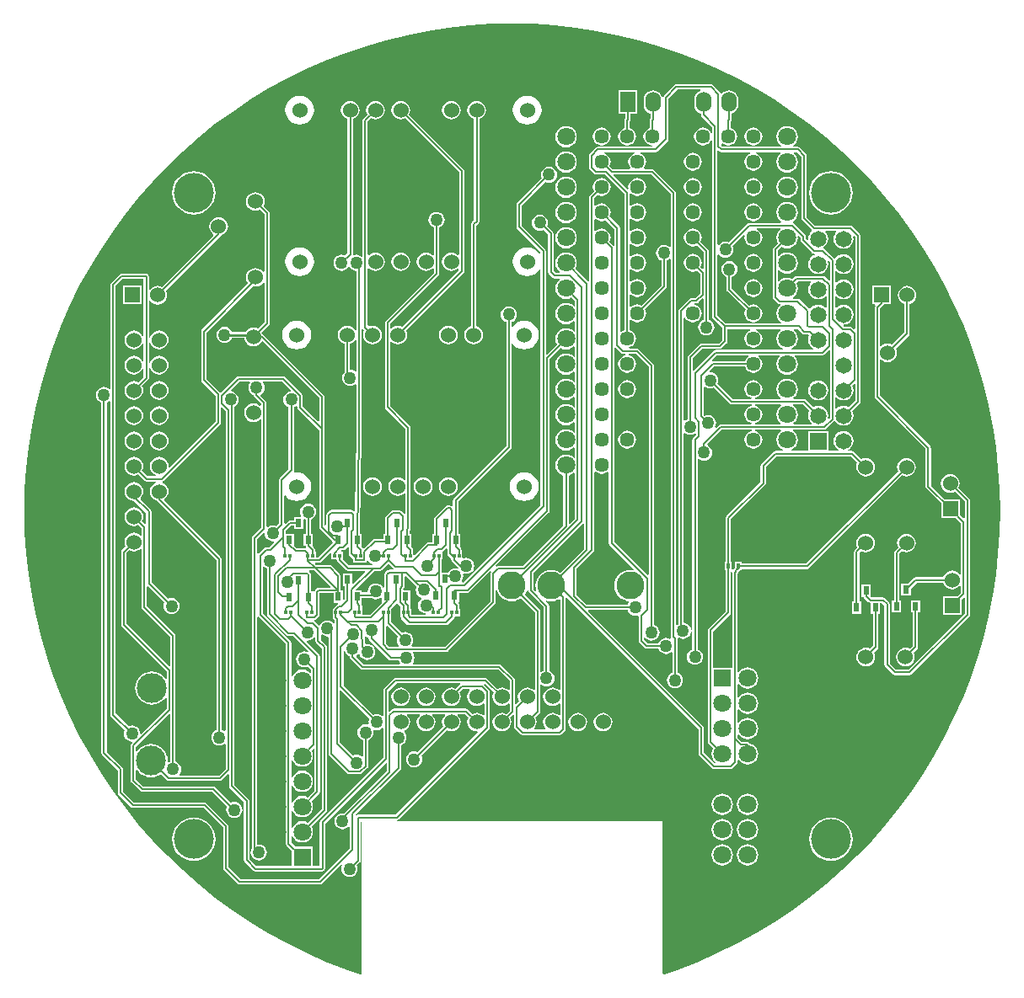
<source format=gtl>
G04 Layer_Physical_Order=1*
G04 Layer_Color=25308*
%FSLAX24Y24*%
%MOIN*%
G70*
G01*
G75*
%ADD10R,0.0140X0.0200*%
%ADD11R,0.0118X0.0157*%
%ADD12R,0.0236X0.0354*%
%ADD13R,0.0236X0.0354*%
%ADD14C,0.0100*%
%ADD15C,0.0071*%
%ADD16C,0.0600*%
%ADD17R,0.0600X0.0600*%
%ADD18C,0.0709*%
%ADD19R,0.0709X0.0709*%
%ADD20C,0.0709*%
%ADD21O,0.0600X0.0800*%
%ADD22R,0.0600X0.0800*%
%ADD23C,0.1102*%
%ADD24C,0.1575*%
%ADD25C,0.0570*%
%ADD26R,0.0650X0.0650*%
%ADD27C,0.0650*%
%ADD28C,0.1181*%
%ADD29R,0.0600X0.0600*%
%ADD30C,0.0500*%
G36*
X10521Y37870D02*
X10536Y37865D01*
Y35570D01*
X10536Y35570D01*
X10544Y35530D01*
X10566Y35496D01*
X11676Y34387D01*
Y33237D01*
X11629Y33218D01*
X9930Y34917D01*
Y37696D01*
X10052Y37818D01*
X10133Y37784D01*
X10228Y37772D01*
X10324Y37784D01*
X10413Y37821D01*
X10486Y37877D01*
X10521Y37870D01*
D02*
G37*
G36*
X15402Y38478D02*
X15411Y38407D01*
X15443Y38330D01*
X15494Y38264D01*
X15560Y38213D01*
X15637Y38181D01*
X15720Y38170D01*
X15757Y38175D01*
X15780Y38128D01*
X15585Y37932D01*
X15458D01*
X15418Y37924D01*
X15384Y37902D01*
X15165Y37682D01*
X15132Y37690D01*
X15115Y37701D01*
Y38262D01*
X15356Y38503D01*
X15402Y38478D01*
D02*
G37*
G36*
X18726Y37912D02*
Y37680D01*
X18726Y37680D01*
X18734Y37640D01*
X18756Y37606D01*
X18846Y37516D01*
X18846Y37516D01*
X18873Y37498D01*
Y37453D01*
X18895D01*
Y37417D01*
X18903Y37377D01*
X18925Y37343D01*
X18959Y37321D01*
X18999Y37313D01*
X19351D01*
X19391Y37321D01*
X19425Y37343D01*
X19448Y37377D01*
X19449Y37383D01*
X19502Y37395D01*
X19534Y37354D01*
X19600Y37303D01*
X19677Y37271D01*
X19681Y37271D01*
X19695Y37218D01*
X19690Y37214D01*
X19690Y37214D01*
X18736D01*
X18489Y37462D01*
Y37744D01*
X18453D01*
X18428Y37794D01*
X18443Y37813D01*
X18518D01*
X18518Y37813D01*
X18558Y37821D01*
X18592Y37844D01*
X18679Y37931D01*
X18726Y37912D01*
D02*
G37*
G36*
X16440Y44147D02*
X16422Y44095D01*
X16374Y44088D01*
X16297Y44056D01*
X16231Y44006D01*
X16180Y43939D01*
X16148Y43862D01*
X16137Y43780D01*
X16148Y43697D01*
X16180Y43620D01*
X16231Y43553D01*
X16297Y43503D01*
X16352Y43480D01*
Y41021D01*
X15993Y40662D01*
X15971Y40628D01*
X15963Y40588D01*
X15963Y40588D01*
Y38880D01*
X15858Y38776D01*
X15803Y38799D01*
X15720Y38810D01*
X15637Y38799D01*
X15560Y38767D01*
X15522Y38738D01*
X15472Y38762D01*
Y43662D01*
X15472Y43662D01*
X15464Y43702D01*
X15441Y43736D01*
X15248Y43930D01*
X15258Y43990D01*
X15305Y44026D01*
X15356Y44092D01*
X15388Y44169D01*
X15398Y44252D01*
X15388Y44335D01*
X15356Y44412D01*
X15326Y44450D01*
X15351Y44500D01*
X16087D01*
X16440Y44147D01*
D02*
G37*
G36*
X17022Y39024D02*
Y38472D01*
X16941D01*
Y37984D01*
X17024D01*
X17030Y37954D01*
X17047Y37928D01*
X17038Y37904D01*
X17020Y37882D01*
X17009Y37884D01*
X17009Y37884D01*
X16683D01*
X16563Y38005D01*
Y38472D01*
X16244D01*
Y38588D01*
X16452Y38796D01*
X16567D01*
Y38654D01*
X16937D01*
Y39021D01*
X16979Y39045D01*
X17022Y39024D01*
D02*
G37*
G36*
X22626Y37873D02*
Y37680D01*
X22626Y37680D01*
X22634Y37640D01*
X22656Y37606D01*
X22746Y37516D01*
X22746Y37516D01*
X22771Y37500D01*
Y37453D01*
X22771Y37453D01*
Y37453D01*
X22771Y37453D01*
X22771D01*
X22771Y37453D01*
X22797Y37415D01*
X22797Y37414D01*
X22800Y37400D01*
X22823Y37366D01*
X23063Y37126D01*
X23063Y37126D01*
X23051Y37105D01*
X23033Y37084D01*
X23023Y37089D01*
X22940Y37100D01*
X22857Y37089D01*
X22780Y37057D01*
X22714Y37006D01*
X22663Y36940D01*
X22662Y36937D01*
X22446D01*
X22405Y36958D01*
X22405Y36958D01*
Y37453D01*
X22426D01*
Y37714D01*
X22426Y37744D01*
X22462Y37778D01*
X22474Y37786D01*
X22579Y37892D01*
X22626Y37873D01*
D02*
G37*
G36*
X28018Y38872D02*
X28036Y38860D01*
Y37860D01*
X27098Y36923D01*
X27085Y36934D01*
X26978Y36991D01*
X26861Y37026D01*
X26740Y37038D01*
X26619Y37026D01*
X26502Y36991D01*
X26395Y36934D01*
X26301Y36857D01*
X26224Y36762D01*
X26166Y36655D01*
X26131Y36538D01*
X26119Y36417D01*
X26131Y36296D01*
X26152Y36226D01*
X26108Y36200D01*
X26034Y36273D01*
Y36928D01*
X27986Y38879D01*
X28018Y38872D01*
D02*
G37*
G36*
X29276Y45846D02*
X29506Y45616D01*
X29540Y45594D01*
X29580Y45586D01*
X29672D01*
X29675Y45536D01*
X29646Y45532D01*
X29561Y45496D01*
X29487Y45440D01*
X29431Y45366D01*
X29395Y45281D01*
X29383Y45189D01*
X29395Y45097D01*
X29431Y45012D01*
X29487Y44938D01*
X29561Y44882D01*
X29646Y44846D01*
X29738Y44834D01*
X29830Y44846D01*
X29916Y44882D01*
X29989Y44938D01*
X30046Y45012D01*
X30081Y45097D01*
X30093Y45189D01*
X30081Y45281D01*
X30046Y45366D01*
X29989Y45440D01*
X29916Y45496D01*
X29830Y45532D01*
X29801Y45536D01*
X29805Y45586D01*
X30087D01*
X30596Y45077D01*
Y36853D01*
X30546Y36832D01*
X29224Y38153D01*
Y45834D01*
X29274Y45849D01*
X29276Y45846D01*
D02*
G37*
G36*
X28555Y40882D02*
X28640Y40846D01*
X28732Y40834D01*
X28824Y40846D01*
X28910Y40882D01*
X28966Y40924D01*
X29016Y40902D01*
Y38110D01*
X29016Y38110D01*
X29024Y38070D01*
X29046Y38036D01*
X30016Y37066D01*
X29991Y37023D01*
X29979Y37026D01*
X29858Y37038D01*
X29737Y37026D01*
X29621Y36991D01*
X29513Y36934D01*
X29419Y36857D01*
X29342Y36762D01*
X29284Y36655D01*
X29249Y36538D01*
X29237Y36417D01*
X29249Y36296D01*
X29284Y36180D01*
X29342Y36072D01*
X29419Y35978D01*
X29513Y35901D01*
X29621Y35844D01*
X29737Y35808D01*
X29791Y35803D01*
X29814Y35750D01*
X29783Y35710D01*
X29760Y35654D01*
X28138D01*
X27750Y36042D01*
Y37085D01*
X28414Y37748D01*
X28436Y37782D01*
X28444Y37822D01*
X28444Y37822D01*
Y40910D01*
X28494Y40928D01*
X28555Y40882D01*
D02*
G37*
G36*
X18046Y37691D02*
Y37453D01*
X18212D01*
X18259Y37440D01*
X18267Y37400D01*
X18289Y37366D01*
X18619Y37036D01*
X18619Y37036D01*
X18653Y37014D01*
X18693Y37006D01*
X19373D01*
X19392Y36959D01*
X18912Y36480D01*
X18866Y36499D01*
Y36898D01*
X18496D01*
Y36409D01*
X18577D01*
Y35883D01*
X18538Y35845D01*
X18492Y35864D01*
Y36228D01*
X18411D01*
Y36800D01*
X18404Y36840D01*
X18381Y36874D01*
X18381Y36874D01*
X18061Y37194D01*
X18027Y37216D01*
X17987Y37224D01*
X17987Y37224D01*
X17442D01*
X17400Y37267D01*
X17419Y37313D01*
X17554D01*
X17554Y37313D01*
X17594Y37321D01*
X17628Y37343D01*
X17996Y37712D01*
X18046Y37691D01*
D02*
G37*
G36*
X20489Y37096D02*
X20489Y37096D01*
X20491Y37094D01*
X20476Y37044D01*
X20320D01*
X20320Y37044D01*
X20287Y37038D01*
X20280Y37036D01*
X20246Y37014D01*
X20246Y37014D01*
X20162Y36930D01*
X20140Y36896D01*
X20132Y36856D01*
X20132Y36856D01*
Y36348D01*
X20082Y36338D01*
X20077Y36350D01*
X20026Y36416D01*
X19960Y36467D01*
X19883Y36499D01*
X19800Y36510D01*
X19717Y36499D01*
X19640Y36467D01*
X19574Y36416D01*
X19523Y36350D01*
X19491Y36273D01*
X19480Y36190D01*
X19481Y36182D01*
X19448Y36144D01*
X19240D01*
Y36228D01*
X19021D01*
X19002Y36275D01*
X19733Y37006D01*
X19962D01*
X19962Y37006D01*
X20002Y37014D01*
X20036Y37036D01*
X20292Y37292D01*
X20489Y37096D01*
D02*
G37*
G36*
X36952Y43337D02*
X36913Y43244D01*
X36900Y43142D01*
X36913Y43039D01*
X36953Y42944D01*
X37016Y42862D01*
X37039Y42844D01*
X37022Y42794D01*
X36333D01*
X36316Y42844D01*
X36363Y42881D01*
X36431Y42969D01*
X36473Y43071D01*
X36488Y43181D01*
X36473Y43291D01*
X36431Y43394D01*
X36363Y43482D01*
X36293Y43536D01*
X36310Y43586D01*
X36704D01*
X36952Y43337D01*
D02*
G37*
G36*
X35833Y43536D02*
X35763Y43482D01*
X35695Y43394D01*
X35653Y43291D01*
X35638Y43181D01*
X35653Y43071D01*
X35695Y42969D01*
X35763Y42881D01*
X35810Y42844D01*
X35793Y42794D01*
X34814D01*
X34811Y42844D01*
X34824Y42846D01*
X34910Y42882D01*
X34983Y42938D01*
X35040Y43011D01*
X35075Y43097D01*
X35087Y43189D01*
X35075Y43281D01*
X35040Y43366D01*
X34983Y43440D01*
X34910Y43496D01*
X34824Y43532D01*
X34795Y43536D01*
X34799Y43586D01*
X35816D01*
X35833Y43536D01*
D02*
G37*
G36*
X14831Y44450D02*
X14802Y44412D01*
X14770Y44335D01*
X14759Y44252D01*
X14770Y44169D01*
X14802Y44092D01*
X14853Y44026D01*
X14919Y43975D01*
X14974Y43952D01*
Y43951D01*
X14974Y43951D01*
X14982Y43911D01*
X15005Y43877D01*
X15263Y43619D01*
Y43547D01*
X15213Y43532D01*
X15146Y43584D01*
X15056Y43621D01*
X14961Y43634D01*
X14865Y43621D01*
X14776Y43584D01*
X14699Y43525D01*
X14640Y43449D01*
X14603Y43360D01*
X14591Y43264D01*
X14603Y43168D01*
X14640Y43079D01*
X14699Y43002D01*
X14776Y42943D01*
X14865Y42906D01*
X14961Y42894D01*
X15056Y42906D01*
X15146Y42943D01*
X15213Y42995D01*
X15263Y42981D01*
Y38706D01*
X14936Y38379D01*
X14914Y38345D01*
X14906Y38305D01*
X14906Y38305D01*
Y26036D01*
X14893Y26020D01*
X14861Y25943D01*
X14850Y25860D01*
X14861Y25777D01*
X14893Y25700D01*
X14944Y25634D01*
X15010Y25583D01*
X15087Y25551D01*
X15170Y25540D01*
X15253Y25551D01*
X15330Y25583D01*
X15396Y25634D01*
X15447Y25700D01*
X15479Y25777D01*
X15490Y25860D01*
X15479Y25943D01*
X15447Y26020D01*
X15396Y26086D01*
X15330Y26137D01*
X15253Y26169D01*
X15170Y26180D01*
X15152Y26177D01*
X15115Y26210D01*
Y35168D01*
X15132Y35179D01*
X15165Y35187D01*
X16246Y34106D01*
Y26209D01*
X16246Y26209D01*
X16254Y26169D01*
X16276Y26135D01*
X16468Y25943D01*
Y25314D01*
X15083D01*
X14792Y25605D01*
Y27892D01*
X14792Y27892D01*
X14786Y27926D01*
X14784Y27932D01*
X14762Y27966D01*
X14762Y27966D01*
X14205Y28523D01*
Y43498D01*
X14215Y43503D01*
X14281Y43553D01*
X14332Y43620D01*
X14364Y43697D01*
X14375Y43780D01*
X14364Y43862D01*
X14332Y43939D01*
X14281Y44006D01*
X14215Y44056D01*
X14138Y44088D01*
X14090Y44095D01*
X14072Y44147D01*
X14425Y44500D01*
X14807D01*
X14831Y44450D01*
D02*
G37*
G36*
X19004Y46147D02*
X19036Y46134D01*
Y44906D01*
X18986Y44882D01*
X18940Y44917D01*
X18863Y44949D01*
X18780Y44960D01*
X18774Y44965D01*
Y45985D01*
X18854Y46018D01*
X18931Y46077D01*
X18986Y46148D01*
X19004Y46147D01*
D02*
G37*
G36*
X38756Y44390D02*
Y43750D01*
X38491Y43485D01*
X38398Y43524D01*
X38295Y43537D01*
X38193Y43524D01*
X38098Y43484D01*
X38016Y43421D01*
X38012Y43417D01*
X37965Y43433D01*
Y43851D01*
X38012Y43867D01*
X38016Y43862D01*
X38098Y43799D01*
X38193Y43760D01*
X38295Y43746D01*
X38398Y43760D01*
X38493Y43799D01*
X38575Y43862D01*
X38638Y43944D01*
X38677Y44039D01*
X38691Y44142D01*
X38677Y44244D01*
X38638Y44337D01*
X38710Y44409D01*
X38756Y44390D01*
D02*
G37*
G36*
X32870Y44263D02*
X32947Y44231D01*
X33030Y44220D01*
X33113Y44231D01*
X33168Y44254D01*
X33806Y43616D01*
X33806Y43616D01*
X33829Y43601D01*
X33840Y43594D01*
X33880Y43586D01*
X33880Y43586D01*
X34666D01*
X34669Y43536D01*
X34640Y43532D01*
X34555Y43496D01*
X34481Y43440D01*
X34425Y43366D01*
X34389Y43281D01*
X34377Y43189D01*
X34389Y43097D01*
X34425Y43011D01*
X34481Y42938D01*
X34555Y42882D01*
X34640Y42846D01*
X34654Y42844D01*
X34650Y42794D01*
X33430D01*
X33430Y42794D01*
X33397Y42788D01*
X33390Y42786D01*
X33356Y42764D01*
X33356Y42764D01*
X33258Y42666D01*
X33217Y42690D01*
X33249Y42767D01*
X33260Y42850D01*
X33249Y42933D01*
X33217Y43010D01*
X33166Y43076D01*
X33100Y43127D01*
X33023Y43159D01*
X32940Y43170D01*
X32857Y43159D01*
X32815Y43141D01*
X32774Y43174D01*
Y44274D01*
X32824Y44298D01*
X32870Y44263D01*
D02*
G37*
G36*
X16705Y43507D02*
Y43467D01*
X16705Y43467D01*
X16713Y43427D01*
X16735Y43393D01*
X17556Y42572D01*
Y38720D01*
X17556Y38720D01*
X17564Y38680D01*
X17586Y38646D01*
X18076Y38157D01*
X18086Y38096D01*
X17511Y37522D01*
X17426D01*
Y37744D01*
X17405D01*
Y37820D01*
X17397Y37860D01*
X17374Y37894D01*
X17374Y37894D01*
X17328Y37940D01*
X17311Y37984D01*
X17311D01*
X17311Y37984D01*
Y38472D01*
X17230D01*
Y39040D01*
X17286Y39063D01*
X17352Y39114D01*
X17403Y39180D01*
X17435Y39257D01*
X17446Y39340D01*
X17435Y39423D01*
X17403Y39500D01*
X17352Y39566D01*
X17286Y39617D01*
X17209Y39649D01*
X17126Y39660D01*
X17043Y39649D01*
X16966Y39617D01*
X16900Y39566D01*
X16849Y39500D01*
X16817Y39423D01*
X16806Y39340D01*
X16817Y39257D01*
X16844Y39192D01*
X16822Y39142D01*
X16567D01*
Y39004D01*
X16409D01*
X16409Y39004D01*
X16376Y38998D01*
X16369Y38996D01*
X16335Y38974D01*
X16221Y38860D01*
X16171Y38881D01*
Y39974D01*
X16221Y39991D01*
X16265Y39934D01*
X16383Y39843D01*
X16521Y39786D01*
X16669Y39767D01*
X16817Y39786D01*
X16955Y39843D01*
X17074Y39934D01*
X17165Y40053D01*
X17222Y40191D01*
X17241Y40339D01*
X17222Y40487D01*
X17165Y40624D01*
X17074Y40743D01*
X16955Y40834D01*
X16817Y40891D01*
X16669Y40910D01*
X16588Y40900D01*
X16570Y40919D01*
X16554Y40945D01*
X16561Y40978D01*
X16561Y40978D01*
Y43480D01*
X16617Y43503D01*
X16655Y43532D01*
X16705Y43507D01*
D02*
G37*
G36*
X27676Y40871D02*
Y39059D01*
X27473Y38857D01*
X27427Y38876D01*
Y40770D01*
X27433Y40771D01*
X27535Y40813D01*
X27623Y40881D01*
X27628Y40887D01*
X27676Y40871D01*
D02*
G37*
G36*
X35833Y42536D02*
X35763Y42482D01*
X35695Y42394D01*
X35653Y42291D01*
X35638Y42181D01*
X35653Y42071D01*
X35695Y41969D01*
X35763Y41881D01*
X35851Y41813D01*
X35896Y41794D01*
X35886Y41744D01*
X35600D01*
X35600Y41744D01*
X35560Y41736D01*
X35549Y41729D01*
X35526Y41714D01*
X35526Y41714D01*
X35046Y41234D01*
X35024Y41200D01*
X35016Y41160D01*
X35016Y41160D01*
Y40513D01*
X33666Y39164D01*
X33644Y39130D01*
X33636Y39090D01*
X33636Y39090D01*
Y37353D01*
X33603D01*
Y37019D01*
X33636D01*
Y35393D01*
X32966Y34724D01*
X32944Y34690D01*
X32936Y34650D01*
X32936Y34650D01*
Y30220D01*
X32936Y30220D01*
X32944Y30180D01*
X32966Y30146D01*
X33139Y29973D01*
X33136Y29968D01*
X33094Y29866D01*
X33079Y29756D01*
X33094Y29646D01*
X33136Y29543D01*
X33203Y29455D01*
X33223Y29441D01*
X33210Y29387D01*
X33194Y29384D01*
X32774Y29803D01*
Y30780D01*
X32766Y30820D01*
X32744Y30854D01*
X32744Y30854D01*
X28198Y35399D01*
X28217Y35446D01*
X29760D01*
X29783Y35390D01*
X29834Y35324D01*
X29900Y35273D01*
X29977Y35241D01*
X30060Y35230D01*
X30143Y35241D01*
X30146Y35243D01*
X30150Y35241D01*
X30190Y35207D01*
Y34240D01*
X30190Y34240D01*
X30198Y34200D01*
X30220Y34166D01*
X30430Y33956D01*
X30464Y33934D01*
X30471Y33932D01*
X30504Y33926D01*
X30504Y33926D01*
X30980D01*
X31003Y33870D01*
X31054Y33804D01*
X31120Y33753D01*
X31197Y33721D01*
X31280Y33710D01*
X31363Y33721D01*
X31440Y33753D01*
X31478Y33783D01*
X31528Y33758D01*
Y32967D01*
X31473Y32944D01*
X31407Y32893D01*
X31356Y32827D01*
X31324Y32750D01*
X31313Y32667D01*
X31324Y32585D01*
X31356Y32508D01*
X31407Y32441D01*
X31473Y32390D01*
X31550Y32359D01*
X31633Y32348D01*
X31715Y32359D01*
X31792Y32390D01*
X31859Y32441D01*
X31909Y32508D01*
X31941Y32585D01*
X31952Y32667D01*
X31941Y32750D01*
X31909Y32827D01*
X31859Y32893D01*
X31792Y32944D01*
X31737Y32967D01*
Y34319D01*
X31737Y34319D01*
X31734Y34333D01*
X31780Y34361D01*
X31790Y34353D01*
X31867Y34321D01*
X31950Y34310D01*
X32033Y34321D01*
X32110Y34353D01*
X32176Y34404D01*
X32227Y34470D01*
X32259Y34547D01*
X32266Y34599D01*
X32316Y34596D01*
Y33900D01*
X32260Y33877D01*
X32194Y33826D01*
X32143Y33760D01*
X32111Y33683D01*
X32100Y33600D01*
X32111Y33517D01*
X32143Y33440D01*
X32194Y33374D01*
X32260Y33323D01*
X32337Y33291D01*
X32420Y33280D01*
X32503Y33291D01*
X32580Y33323D01*
X32646Y33374D01*
X32697Y33440D01*
X32729Y33517D01*
X32740Y33600D01*
X32729Y33683D01*
X32697Y33760D01*
X32646Y33826D01*
X32580Y33877D01*
X32524Y33900D01*
Y41414D01*
X32574Y41438D01*
X32620Y41403D01*
X32697Y41371D01*
X32780Y41360D01*
X32863Y41371D01*
X32940Y41403D01*
X33006Y41454D01*
X33057Y41520D01*
X33089Y41597D01*
X33100Y41680D01*
X33089Y41763D01*
X33057Y41840D01*
X33006Y41906D01*
X32940Y41957D01*
X32922Y41964D01*
X32911Y42023D01*
X33473Y42586D01*
X34666D01*
X34669Y42536D01*
X34640Y42532D01*
X34555Y42496D01*
X34481Y42440D01*
X34425Y42366D01*
X34389Y42281D01*
X34377Y42189D01*
X34389Y42097D01*
X34425Y42011D01*
X34481Y41938D01*
X34555Y41882D01*
X34640Y41846D01*
X34732Y41834D01*
X34824Y41846D01*
X34910Y41882D01*
X34983Y41938D01*
X35040Y42011D01*
X35075Y42097D01*
X35087Y42189D01*
X35075Y42281D01*
X35040Y42366D01*
X34983Y42440D01*
X34910Y42496D01*
X34824Y42532D01*
X34795Y42536D01*
X34799Y42586D01*
X35816D01*
X35833Y42536D01*
D02*
G37*
G36*
X26039Y58648D02*
X26879Y58593D01*
X27715Y58501D01*
X28548Y58373D01*
X29373Y58209D01*
X30191Y58009D01*
X30999Y57773D01*
X31796Y57502D01*
X32581Y57197D01*
X33352Y56858D01*
X34107Y56486D01*
X34845Y56081D01*
X35565Y55644D01*
X36265Y55176D01*
X36943Y54679D01*
X37600Y54152D01*
X38233Y53597D01*
X38841Y53014D01*
X39423Y52406D01*
X39978Y51773D01*
X40505Y51117D01*
X41003Y50438D01*
X41471Y49738D01*
X41908Y49018D01*
X42313Y48280D01*
X42685Y47525D01*
X43024Y46754D01*
X43329Y45970D01*
X43600Y45172D01*
X43835Y44364D01*
X44035Y43547D01*
X44200Y42721D01*
X44328Y41889D01*
X44419Y41052D01*
X44474Y40212D01*
X44493Y39370D01*
X44474Y38528D01*
X44419Y37688D01*
X44328Y36851D01*
X44200Y36019D01*
X44035Y35194D01*
X43835Y34376D01*
X43600Y33568D01*
X43329Y32770D01*
X43024Y31986D01*
X42685Y31215D01*
X42313Y30460D01*
X41908Y29722D01*
X41471Y29002D01*
X41003Y28302D01*
X40505Y27623D01*
X39978Y26967D01*
X39423Y26334D01*
X38841Y25726D01*
X38233Y25144D01*
X37600Y24589D01*
X36943Y24062D01*
X36265Y23564D01*
X35565Y23096D01*
X34845Y22659D01*
X34107Y22254D01*
X33352Y21882D01*
X32581Y21543D01*
X31796Y21238D01*
X31199Y21035D01*
X31149Y21071D01*
Y21629D01*
X31142D01*
Y27087D01*
X20636D01*
X20632Y27137D01*
X20667Y27144D01*
X20700Y27166D01*
X24264Y30730D01*
X24286Y30763D01*
X24294Y30803D01*
X24294Y30803D01*
Y32228D01*
X24294Y32228D01*
X24286Y32268D01*
X24279Y32279D01*
X24264Y32302D01*
X24264Y32302D01*
X24083Y32483D01*
X24088Y32519D01*
X24097Y32536D01*
X24116Y32540D01*
X24463Y32192D01*
X24430Y32112D01*
X24417Y32016D01*
X24430Y31920D01*
X24467Y31831D01*
X24526Y31754D01*
X24602Y31695D01*
X24692Y31658D01*
X24787Y31646D01*
X24883Y31658D01*
X24972Y31695D01*
X25036Y31744D01*
X25086Y31725D01*
Y31462D01*
X24964Y31340D01*
X24883Y31373D01*
X24787Y31386D01*
X24692Y31373D01*
X24602Y31336D01*
X24526Y31277D01*
X24467Y31201D01*
X24430Y31112D01*
X24417Y31016D01*
X24430Y30920D01*
X24467Y30831D01*
X24526Y30754D01*
X24602Y30695D01*
X24692Y30658D01*
X24787Y30646D01*
X24883Y30658D01*
X24972Y30695D01*
X25049Y30754D01*
X25108Y30831D01*
X25145Y30920D01*
X25157Y31016D01*
X25145Y31112D01*
X25111Y31192D01*
X25226Y31306D01*
X25276Y31286D01*
Y30830D01*
X25276Y30830D01*
X25284Y30790D01*
X25306Y30756D01*
X25526Y30536D01*
X25560Y30514D01*
X25600Y30506D01*
X25600Y30506D01*
X27080D01*
X27080Y30506D01*
X27120Y30514D01*
X27154Y30536D01*
X27264Y30646D01*
X27264Y30646D01*
X27286Y30680D01*
X27294Y30720D01*
Y35937D01*
X27344Y35958D01*
X32566Y30737D01*
Y29760D01*
X32566Y29760D01*
X32574Y29720D01*
X32596Y29686D01*
X33096Y29186D01*
X33096Y29186D01*
X33130Y29164D01*
X33137Y29162D01*
X33170Y29156D01*
X33170Y29156D01*
X33820D01*
X33820Y29156D01*
X33860Y29164D01*
X33894Y29186D01*
X34074Y29366D01*
X34074Y29366D01*
X34096Y29400D01*
X34104Y29440D01*
Y29503D01*
X34154Y29519D01*
X34203Y29455D01*
X34291Y29388D01*
X34394Y29345D01*
X34504Y29331D01*
X34614Y29345D01*
X34716Y29388D01*
X34804Y29455D01*
X34872Y29543D01*
X34914Y29646D01*
X34929Y29756D01*
X34914Y29866D01*
X34872Y29968D01*
X34804Y30056D01*
X34716Y30124D01*
X34614Y30166D01*
X34594Y30169D01*
X34578Y30194D01*
X34544Y30216D01*
X34504Y30224D01*
X34283D01*
X34114Y30394D01*
X34104Y30400D01*
Y30503D01*
X34154Y30519D01*
X34203Y30455D01*
X34291Y30388D01*
X34394Y30345D01*
X34504Y30331D01*
X34614Y30345D01*
X34716Y30388D01*
X34804Y30455D01*
X34872Y30543D01*
X34914Y30646D01*
X34929Y30756D01*
X34914Y30866D01*
X34872Y30968D01*
X34804Y31056D01*
X34716Y31124D01*
X34614Y31166D01*
X34504Y31181D01*
X34394Y31166D01*
X34291Y31124D01*
X34203Y31056D01*
X34154Y30992D01*
X34104Y31009D01*
Y31503D01*
X34154Y31519D01*
X34203Y31455D01*
X34291Y31388D01*
X34394Y31345D01*
X34504Y31331D01*
X34614Y31345D01*
X34716Y31388D01*
X34804Y31455D01*
X34872Y31543D01*
X34914Y31646D01*
X34929Y31756D01*
X34914Y31866D01*
X34872Y31968D01*
X34804Y32056D01*
X34716Y32124D01*
X34614Y32166D01*
X34504Y32181D01*
X34394Y32166D01*
X34291Y32124D01*
X34203Y32056D01*
X34154Y31992D01*
X34104Y32009D01*
Y32503D01*
X34154Y32519D01*
X34203Y32455D01*
X34291Y32388D01*
X34394Y32345D01*
X34504Y32331D01*
X34614Y32345D01*
X34716Y32388D01*
X34804Y32455D01*
X34872Y32543D01*
X34914Y32646D01*
X34929Y32756D01*
X34914Y32866D01*
X34872Y32968D01*
X34804Y33056D01*
X34716Y33124D01*
X34614Y33166D01*
X34504Y33181D01*
X34394Y33166D01*
X34291Y33124D01*
X34203Y33056D01*
X34154Y32992D01*
X34104Y33009D01*
Y36896D01*
X34114Y36902D01*
X34136Y36936D01*
X34144Y36972D01*
X34191Y37019D01*
X34271D01*
Y37076D01*
X36861D01*
X36861Y37076D01*
X36901Y37084D01*
X36935Y37106D01*
X40611Y40782D01*
X40692Y40749D01*
X40787Y40736D01*
X40883Y40749D01*
X40972Y40786D01*
X41049Y40845D01*
X41108Y40921D01*
X41145Y41011D01*
X41157Y41106D01*
X41145Y41202D01*
X41108Y41291D01*
X41049Y41368D01*
X40972Y41427D01*
X40883Y41464D01*
X40787Y41476D01*
X40692Y41464D01*
X40602Y41427D01*
X40526Y41368D01*
X40467Y41291D01*
X40430Y41202D01*
X40417Y41106D01*
X40430Y41011D01*
X40463Y40930D01*
X36818Y37284D01*
X34271D01*
Y37353D01*
X33997D01*
Y37121D01*
X33966Y37090D01*
X33950Y37066D01*
X33927Y37051D01*
X33921Y37052D01*
X33877Y37067D01*
Y37353D01*
X33845D01*
Y39047D01*
X35194Y40396D01*
X35194Y40396D01*
X35216Y40430D01*
X35224Y40470D01*
Y41117D01*
X35643Y41536D01*
X38596D01*
X38849Y41283D01*
X38816Y41202D01*
X38803Y41106D01*
X38816Y41011D01*
X38853Y40921D01*
X38912Y40845D01*
X38988Y40786D01*
X39077Y40749D01*
X39173Y40736D01*
X39269Y40749D01*
X39358Y40786D01*
X39435Y40845D01*
X39494Y40921D01*
X39531Y41011D01*
X39543Y41106D01*
X39531Y41202D01*
X39494Y41291D01*
X39435Y41368D01*
X39358Y41427D01*
X39269Y41464D01*
X39173Y41476D01*
X39077Y41464D01*
X38997Y41430D01*
X38713Y41714D01*
X38679Y41736D01*
X38640Y41744D01*
X38640Y41744D01*
X38491D01*
X38481Y41794D01*
X38493Y41799D01*
X38575Y41862D01*
X38638Y41944D01*
X38677Y42039D01*
X38691Y42142D01*
X38677Y42244D01*
X38638Y42339D01*
X38575Y42421D01*
X38493Y42484D01*
X38398Y42524D01*
X38295Y42537D01*
X38193Y42524D01*
X38098Y42484D01*
X38016Y42421D01*
X37953Y42339D01*
X37913Y42244D01*
X37900Y42142D01*
X37913Y42039D01*
X37953Y41944D01*
X38016Y41862D01*
X38098Y41799D01*
X38110Y41794D01*
X38100Y41744D01*
X37735D01*
X37687Y41750D01*
X37687Y41794D01*
Y42534D01*
X36903D01*
Y41794D01*
X36903Y41750D01*
X36856Y41744D01*
X36240D01*
X36230Y41794D01*
X36275Y41813D01*
X36363Y41881D01*
X36431Y41969D01*
X36473Y42071D01*
X36488Y42181D01*
X36473Y42291D01*
X36431Y42394D01*
X36363Y42482D01*
X36293Y42536D01*
X36310Y42586D01*
X37540D01*
X37540Y42586D01*
X37580Y42594D01*
X37614Y42616D01*
X37913Y42915D01*
X37972Y42915D01*
X37978Y42912D01*
X38016Y42862D01*
X38098Y42799D01*
X38193Y42760D01*
X38295Y42746D01*
X38398Y42760D01*
X38493Y42799D01*
X38575Y42862D01*
X38638Y42944D01*
X38677Y43039D01*
X38691Y43142D01*
X38677Y43244D01*
X38638Y43337D01*
X38934Y43633D01*
X38934Y43633D01*
X38957Y43667D01*
X38965Y43707D01*
Y50270D01*
X38965Y50270D01*
X38958Y50303D01*
X38957Y50309D01*
X38934Y50343D01*
X38934Y50343D01*
X38634Y50644D01*
X38600Y50666D01*
X38560Y50674D01*
X38560Y50674D01*
X37163D01*
X36834Y51003D01*
Y53440D01*
X36826Y53480D01*
X36804Y53514D01*
X36804Y53514D01*
X36564Y53754D01*
X36530Y53776D01*
X36490Y53784D01*
X36490Y53784D01*
X36320D01*
X36303Y53834D01*
X36363Y53881D01*
X36431Y53969D01*
X36473Y54071D01*
X36488Y54181D01*
X36473Y54291D01*
X36431Y54394D01*
X36363Y54482D01*
X36275Y54549D01*
X36173Y54592D01*
X36063Y54606D01*
X35953Y54592D01*
X35851Y54549D01*
X35763Y54482D01*
X35695Y54394D01*
X35653Y54291D01*
X35638Y54181D01*
X35653Y54071D01*
X35695Y53969D01*
X35763Y53881D01*
X35823Y53834D01*
X35806Y53784D01*
X33514D01*
X33455Y53843D01*
Y53901D01*
X33505Y53924D01*
X33561Y53882D01*
X33646Y53846D01*
X33738Y53834D01*
X33830Y53846D01*
X33916Y53882D01*
X33989Y53938D01*
X34046Y54012D01*
X34081Y54097D01*
X34093Y54189D01*
X34081Y54281D01*
X34046Y54366D01*
X33989Y54440D01*
X33916Y54496D01*
X33843Y54527D01*
Y54809D01*
X33860Y54836D01*
X33862Y54842D01*
X33868Y54875D01*
X33868Y54875D01*
Y55097D01*
X33949Y55131D01*
X34025Y55189D01*
X34084Y55266D01*
X34121Y55355D01*
X34134Y55451D01*
Y55651D01*
X34121Y55747D01*
X34084Y55836D01*
X34025Y55913D01*
X33949Y55972D01*
X33860Y56009D01*
X33764Y56021D01*
X33668Y56009D01*
X33579Y55972D01*
X33502Y55913D01*
X33497Y55906D01*
X33482Y55904D01*
X33440Y55910D01*
X33425Y55933D01*
X33425Y55933D01*
X33134Y56224D01*
X33100Y56246D01*
X33060Y56254D01*
X33060Y56254D01*
X31680D01*
X31680Y56254D01*
X31647Y56248D01*
X31640Y56246D01*
X31606Y56224D01*
X31606Y56224D01*
X31186Y55804D01*
X31165Y55772D01*
X31153Y55770D01*
X31112Y55769D01*
X31084Y55836D01*
X31025Y55913D01*
X30949Y55972D01*
X30860Y56009D01*
X30764Y56021D01*
X30668Y56009D01*
X30579Y55972D01*
X30502Y55913D01*
X30443Y55836D01*
X30406Y55747D01*
X30394Y55651D01*
Y55451D01*
X30406Y55355D01*
X30443Y55266D01*
X30502Y55189D01*
X30579Y55131D01*
X30659Y55097D01*
Y54916D01*
X30642Y54890D01*
X30634Y54850D01*
X30634Y54850D01*
Y54527D01*
X30561Y54496D01*
X30487Y54440D01*
X30431Y54366D01*
X30395Y54281D01*
X30383Y54189D01*
X30395Y54097D01*
X30431Y54012D01*
X30487Y53938D01*
X30561Y53882D01*
X30646Y53846D01*
X30738Y53834D01*
X30750Y53836D01*
X30780Y53789D01*
X30777Y53784D01*
X28580D01*
X28540Y53776D01*
X28506Y53754D01*
X28506Y53754D01*
X28266Y53514D01*
X28244Y53480D01*
X28236Y53440D01*
X28236Y53440D01*
Y52960D01*
X28236Y52960D01*
X28244Y52920D01*
X28266Y52886D01*
X28426Y52726D01*
X28426Y52726D01*
X28460Y52704D01*
X28500Y52696D01*
X28857D01*
X29634Y51918D01*
Y46527D01*
X29561Y46496D01*
X29504Y46453D01*
X29454Y46475D01*
Y50571D01*
X29454Y50571D01*
X29446Y50611D01*
X29424Y50645D01*
X29045Y51024D01*
X29075Y51097D01*
X29087Y51189D01*
X29075Y51281D01*
X29040Y51366D01*
X28983Y51440D01*
X28910Y51496D01*
X28824Y51532D01*
X28732Y51544D01*
X28640Y51532D01*
X28555Y51496D01*
X28494Y51450D01*
X28444Y51468D01*
Y51753D01*
X28567Y51876D01*
X28640Y51846D01*
X28732Y51834D01*
X28824Y51846D01*
X28910Y51882D01*
X28983Y51938D01*
X29040Y52011D01*
X29075Y52097D01*
X29087Y52189D01*
X29075Y52281D01*
X29040Y52366D01*
X28983Y52440D01*
X28910Y52496D01*
X28824Y52532D01*
X28732Y52544D01*
X28640Y52532D01*
X28555Y52496D01*
X28481Y52440D01*
X28425Y52366D01*
X28389Y52281D01*
X28377Y52189D01*
X28389Y52097D01*
X28420Y52024D01*
X28266Y51870D01*
X28244Y51837D01*
X28236Y51797D01*
X28236Y51797D01*
Y48487D01*
X28186Y48466D01*
X27687Y48964D01*
X27691Y48969D01*
X27733Y49071D01*
X27748Y49181D01*
X27733Y49291D01*
X27691Y49394D01*
X27623Y49482D01*
X27535Y49549D01*
X27433Y49592D01*
X27323Y49606D01*
X27213Y49592D01*
X27110Y49549D01*
X27022Y49482D01*
X26955Y49394D01*
X26912Y49291D01*
X26898Y49181D01*
X26912Y49071D01*
X26955Y48969D01*
X27022Y48881D01*
X27083Y48834D01*
X27066Y48784D01*
X26923D01*
X26824Y48883D01*
Y50350D01*
X26824Y50350D01*
X26818Y50383D01*
X26816Y50390D01*
X26794Y50424D01*
X26794Y50424D01*
X26576Y50642D01*
X26599Y50697D01*
X26610Y50780D01*
X26599Y50863D01*
X26567Y50940D01*
X26516Y51006D01*
X26450Y51057D01*
X26373Y51089D01*
X26290Y51100D01*
X26207Y51089D01*
X26130Y51057D01*
X26064Y51006D01*
X26013Y50940D01*
X25981Y50863D01*
X25970Y50780D01*
X25981Y50697D01*
X26013Y50620D01*
X26064Y50554D01*
X26130Y50503D01*
X26207Y50471D01*
X26290Y50460D01*
X26373Y50471D01*
X26428Y50494D01*
X26616Y50307D01*
Y48840D01*
X26616Y48840D01*
X26624Y48800D01*
X26646Y48766D01*
X26806Y48606D01*
X26806Y48606D01*
X26840Y48584D01*
X26880Y48576D01*
X27063D01*
X27080Y48526D01*
X27022Y48482D01*
X26955Y48394D01*
X26912Y48291D01*
X26898Y48181D01*
X26912Y48071D01*
X26955Y47969D01*
X27022Y47881D01*
X27110Y47813D01*
X27213Y47771D01*
X27323Y47756D01*
X27433Y47771D01*
X27535Y47813D01*
X27540Y47817D01*
X27676Y47681D01*
Y47491D01*
X27628Y47475D01*
X27623Y47482D01*
X27535Y47549D01*
X27433Y47592D01*
X27323Y47606D01*
X27213Y47592D01*
X27110Y47549D01*
X27022Y47482D01*
X26955Y47394D01*
X26912Y47291D01*
X26898Y47181D01*
X26912Y47071D01*
X26955Y46969D01*
X27022Y46881D01*
X27110Y46813D01*
X27213Y46771D01*
X27323Y46756D01*
X27433Y46771D01*
X27535Y46813D01*
X27623Y46881D01*
X27628Y46887D01*
X27676Y46871D01*
Y46491D01*
X27628Y46475D01*
X27623Y46482D01*
X27535Y46549D01*
X27433Y46592D01*
X27323Y46606D01*
X27213Y46592D01*
X27110Y46549D01*
X27022Y46482D01*
X26955Y46394D01*
X26912Y46291D01*
X26898Y46181D01*
X26912Y46071D01*
X26955Y45969D01*
X26958Y45964D01*
X26571Y45576D01*
X26524Y45596D01*
Y49657D01*
X26524Y49657D01*
X26518Y49691D01*
X26516Y49697D01*
X26494Y49731D01*
X25562Y50663D01*
Y51444D01*
X26512Y52394D01*
X26567Y52371D01*
X26650Y52360D01*
X26733Y52371D01*
X26810Y52403D01*
X26876Y52454D01*
X26927Y52520D01*
X26959Y52597D01*
X26970Y52680D01*
X26959Y52763D01*
X26927Y52840D01*
X26876Y52906D01*
X26810Y52957D01*
X26733Y52989D01*
X26650Y53000D01*
X26567Y52989D01*
X26490Y52957D01*
X26424Y52906D01*
X26373Y52840D01*
X26341Y52763D01*
X26330Y52680D01*
X26341Y52597D01*
X26364Y52542D01*
X25384Y51561D01*
X25361Y51528D01*
X25353Y51488D01*
X25353Y51488D01*
Y50620D01*
X25353Y50620D01*
X25361Y50580D01*
X25384Y50546D01*
X26316Y49614D01*
Y49561D01*
X26266Y49544D01*
X26192Y49641D01*
X26073Y49731D01*
X25935Y49789D01*
X25787Y49808D01*
X25639Y49789D01*
X25501Y49731D01*
X25383Y49641D01*
X25292Y49522D01*
X25235Y49384D01*
X25216Y49236D01*
X25235Y49088D01*
X25292Y48950D01*
X25383Y48832D01*
X25501Y48741D01*
X25639Y48684D01*
X25787Y48664D01*
X25935Y48684D01*
X26073Y48741D01*
X26192Y48832D01*
X26266Y48928D01*
X26316Y48911D01*
Y39598D01*
X23258Y36541D01*
X23216Y36545D01*
X23195Y36591D01*
X23217Y36620D01*
X23249Y36697D01*
X23260Y36780D01*
X23250Y36855D01*
X23283Y36896D01*
X23294Y36891D01*
X23377Y36880D01*
X23459Y36891D01*
X23536Y36923D01*
X23603Y36974D01*
X23653Y37040D01*
X23685Y37117D01*
X23696Y37200D01*
X23685Y37283D01*
X23653Y37360D01*
X23603Y37426D01*
X23536Y37477D01*
X23459Y37509D01*
X23377Y37520D01*
X23294Y37509D01*
X23264Y37496D01*
X23214Y37530D01*
Y37744D01*
X23192D01*
Y37840D01*
X23192Y37840D01*
X23185Y37873D01*
X23184Y37880D01*
X23161Y37914D01*
X23161Y37914D01*
X23138Y37937D01*
X23138Y37984D01*
X23138D01*
X23138Y37984D01*
Y38472D01*
X23057D01*
Y39757D01*
X25134Y41833D01*
X25134Y41833D01*
X25156Y41867D01*
X25164Y41907D01*
Y45983D01*
X25214Y46000D01*
X25265Y45934D01*
X25383Y45843D01*
X25521Y45786D01*
X25669Y45767D01*
X25817Y45786D01*
X25955Y45843D01*
X26074Y45934D01*
X26165Y46053D01*
X26222Y46191D01*
X26241Y46339D01*
X26222Y46487D01*
X26165Y46624D01*
X26074Y46743D01*
X25955Y46834D01*
X25817Y46891D01*
X25669Y46910D01*
X25521Y46891D01*
X25383Y46834D01*
X25265Y46743D01*
X25214Y46677D01*
X25164Y46694D01*
Y46850D01*
X25220Y46873D01*
X25286Y46924D01*
X25337Y46990D01*
X25369Y47067D01*
X25380Y47150D01*
X25369Y47233D01*
X25337Y47310D01*
X25286Y47376D01*
X25220Y47427D01*
X25143Y47459D01*
X25060Y47470D01*
X24977Y47459D01*
X24900Y47427D01*
X24834Y47376D01*
X24783Y47310D01*
X24751Y47233D01*
X24740Y47150D01*
X24751Y47067D01*
X24783Y46990D01*
X24834Y46924D01*
X24900Y46873D01*
X24956Y46850D01*
Y41950D01*
X22879Y39874D01*
X22856Y39840D01*
X22848Y39800D01*
X22848Y39800D01*
Y39565D01*
X22802Y39545D01*
X22794Y39554D01*
X22760Y39576D01*
X22720Y39584D01*
X22720Y39584D01*
X22640D01*
X22640Y39584D01*
X22607Y39578D01*
X22600Y39576D01*
X22566Y39554D01*
X22131Y39119D01*
X22108Y39085D01*
X22100Y39045D01*
X22100Y39045D01*
Y38472D01*
X22020D01*
Y38124D01*
X21885D01*
X21885Y38124D01*
X21845Y38116D01*
X21834Y38109D01*
X21811Y38094D01*
X21811Y38094D01*
X21331Y37613D01*
X21285Y37632D01*
Y37744D01*
X21263D01*
Y37840D01*
X21263Y37840D01*
X21256Y37873D01*
X21255Y37880D01*
X21232Y37914D01*
X21232Y37914D01*
X21209Y37937D01*
X21209Y37984D01*
X21209D01*
X21209Y37984D01*
Y38472D01*
X21128D01*
Y38597D01*
X21154Y38623D01*
X21154Y38623D01*
X21176Y38656D01*
X21184Y38696D01*
Y42660D01*
X21176Y42700D01*
X21154Y42734D01*
X20364Y43523D01*
Y46059D01*
X20414Y46072D01*
X20484Y46018D01*
X20574Y45981D01*
X20669Y45968D01*
X20765Y45981D01*
X20854Y46018D01*
X20931Y46077D01*
X20990Y46154D01*
X21027Y46243D01*
X21039Y46339D01*
X21027Y46434D01*
X20993Y46515D01*
X23264Y48785D01*
X23286Y48819D01*
X23294Y48859D01*
Y52834D01*
X23294Y52834D01*
X23286Y52874D01*
X23279Y52885D01*
X23264Y52907D01*
X23264Y52907D01*
X21111Y55060D01*
X21145Y55140D01*
X21157Y55236D01*
X21145Y55332D01*
X21108Y55421D01*
X21049Y55498D01*
X20972Y55557D01*
X20883Y55594D01*
X20787Y55606D01*
X20692Y55594D01*
X20602Y55557D01*
X20526Y55498D01*
X20467Y55421D01*
X20430Y55332D01*
X20417Y55236D01*
X20430Y55140D01*
X20467Y55051D01*
X20526Y54975D01*
X20602Y54916D01*
X20692Y54879D01*
X20787Y54866D01*
X20883Y54879D01*
X20964Y54912D01*
X23086Y52790D01*
Y49527D01*
X23036Y49508D01*
X22972Y49557D01*
X22883Y49594D01*
X22787Y49606D01*
X22692Y49594D01*
X22602Y49557D01*
X22526Y49498D01*
X22467Y49421D01*
X22430Y49332D01*
X22417Y49236D01*
X22430Y49140D01*
X22467Y49051D01*
X22526Y48975D01*
X22602Y48916D01*
X22692Y48879D01*
X22787Y48866D01*
X22883Y48879D01*
X22972Y48916D01*
X23032Y48962D01*
X23077Y48944D01*
X23082Y48899D01*
X20846Y46663D01*
X20765Y46696D01*
X20669Y46709D01*
X20574Y46696D01*
X20484Y46659D01*
X20414Y46605D01*
X20364Y46618D01*
Y46777D01*
X22274Y48686D01*
X22274Y48686D01*
X22296Y48720D01*
X22304Y48760D01*
Y50590D01*
X22360Y50613D01*
X22426Y50664D01*
X22477Y50730D01*
X22509Y50807D01*
X22520Y50890D01*
X22509Y50973D01*
X22477Y51050D01*
X22426Y51116D01*
X22360Y51167D01*
X22283Y51199D01*
X22200Y51210D01*
X22117Y51199D01*
X22040Y51167D01*
X21974Y51116D01*
X21923Y51050D01*
X21891Y50973D01*
X21880Y50890D01*
X21891Y50807D01*
X21923Y50730D01*
X21974Y50664D01*
X22040Y50613D01*
X22096Y50590D01*
Y49514D01*
X22070Y49505D01*
X22046Y49501D01*
X21972Y49557D01*
X21883Y49594D01*
X21787Y49606D01*
X21692Y49594D01*
X21602Y49557D01*
X21526Y49498D01*
X21467Y49421D01*
X21430Y49332D01*
X21417Y49236D01*
X21430Y49140D01*
X21467Y49051D01*
X21526Y48975D01*
X21602Y48916D01*
X21692Y48879D01*
X21787Y48866D01*
X21883Y48879D01*
X21972Y48916D01*
X22046Y48972D01*
X22070Y48967D01*
X22096Y48959D01*
Y48803D01*
X20186Y46894D01*
X20164Y46860D01*
X20156Y46820D01*
X20156Y46820D01*
Y43480D01*
X20156Y43480D01*
X20164Y43440D01*
X20186Y43406D01*
X20976Y42617D01*
Y40615D01*
X20975Y40615D01*
X20926Y40604D01*
X20854Y40659D01*
X20765Y40696D01*
X20669Y40709D01*
X20574Y40696D01*
X20484Y40659D01*
X20408Y40600D01*
X20349Y40524D01*
X20312Y40434D01*
X20299Y40339D01*
X20312Y40243D01*
X20349Y40154D01*
X20408Y40077D01*
X20484Y40018D01*
X20574Y39981D01*
X20669Y39968D01*
X20765Y39981D01*
X20854Y40018D01*
X20926Y40073D01*
X20975Y40062D01*
X20976Y40062D01*
Y39283D01*
X20926Y39262D01*
X20815Y39373D01*
X20781Y39395D01*
X20741Y39403D01*
X20741Y39403D01*
X20480D01*
X20440Y39395D01*
X20406Y39373D01*
X20406Y39373D01*
X20202Y39168D01*
X20179Y39134D01*
X20171Y39095D01*
X20171Y39094D01*
Y38472D01*
X20091D01*
Y38274D01*
X19764D01*
X19724Y38266D01*
X19690Y38244D01*
X19336Y37890D01*
X19326Y37888D01*
X19274Y37899D01*
X19264Y37914D01*
X19264Y37914D01*
X19240Y37937D01*
X19240Y37984D01*
X19240D01*
X19240Y37984D01*
Y38472D01*
X19200D01*
X19165Y38508D01*
X19244Y42418D01*
X19244Y42419D01*
X19244Y42420D01*
Y46557D01*
X19294Y46572D01*
X19306Y46554D01*
X19345Y46515D01*
X19312Y46434D01*
X19299Y46339D01*
X19312Y46243D01*
X19349Y46154D01*
X19408Y46077D01*
X19484Y46018D01*
X19574Y45981D01*
X19669Y45968D01*
X19765Y45981D01*
X19854Y46018D01*
X19931Y46077D01*
X19990Y46154D01*
X20027Y46243D01*
X20039Y46339D01*
X20027Y46434D01*
X19990Y46524D01*
X19931Y46600D01*
X19854Y46659D01*
X19765Y46696D01*
X19669Y46709D01*
X19574Y46696D01*
X19534Y46680D01*
X19484Y46713D01*
Y48954D01*
X19534Y48968D01*
X19602Y48916D01*
X19692Y48879D01*
X19787Y48866D01*
X19883Y48879D01*
X19972Y48916D01*
X20049Y48975D01*
X20108Y49051D01*
X20145Y49140D01*
X20157Y49236D01*
X20145Y49332D01*
X20108Y49421D01*
X20049Y49498D01*
X19972Y49557D01*
X19883Y49594D01*
X19787Y49606D01*
X19692Y49594D01*
X19602Y49557D01*
X19534Y49505D01*
X19484Y49519D01*
Y54786D01*
X19611Y54912D01*
X19692Y54879D01*
X19787Y54866D01*
X19883Y54879D01*
X19972Y54916D01*
X20049Y54975D01*
X20108Y55051D01*
X20145Y55140D01*
X20157Y55236D01*
X20145Y55332D01*
X20108Y55421D01*
X20049Y55498D01*
X19972Y55557D01*
X19883Y55594D01*
X19787Y55606D01*
X19692Y55594D01*
X19602Y55557D01*
X19526Y55498D01*
X19467Y55421D01*
X19430Y55332D01*
X19417Y55236D01*
X19430Y55140D01*
X19463Y55060D01*
X19306Y54903D01*
X19284Y54869D01*
X19276Y54829D01*
X19276Y54829D01*
Y49465D01*
X19226Y49441D01*
X19185Y49472D01*
X19108Y49504D01*
X19025Y49515D01*
X18942Y49504D01*
X18934Y49501D01*
X18891Y49537D01*
X18892Y49542D01*
X18892Y49542D01*
Y54882D01*
X18972Y54916D01*
X19049Y54975D01*
X19108Y55051D01*
X19145Y55140D01*
X19157Y55236D01*
X19145Y55332D01*
X19108Y55421D01*
X19049Y55498D01*
X18972Y55557D01*
X18883Y55594D01*
X18787Y55606D01*
X18692Y55594D01*
X18602Y55557D01*
X18526Y55498D01*
X18467Y55421D01*
X18430Y55332D01*
X18417Y55236D01*
X18430Y55140D01*
X18467Y55051D01*
X18526Y54975D01*
X18602Y54916D01*
X18683Y54882D01*
Y49585D01*
X18578Y49481D01*
X18523Y49504D01*
X18440Y49514D01*
X18357Y49504D01*
X18280Y49472D01*
X18214Y49421D01*
X18163Y49355D01*
X18131Y49277D01*
X18120Y49195D01*
X18131Y49112D01*
X18163Y49035D01*
X18214Y48969D01*
X18280Y48918D01*
X18357Y48886D01*
X18440Y48875D01*
X18523Y48886D01*
X18600Y48918D01*
X18666Y48969D01*
X18702Y49016D01*
X18710Y49019D01*
X18755Y49019D01*
X18763Y49016D01*
X18799Y48969D01*
X18865Y48918D01*
X18942Y48886D01*
X19025Y48875D01*
X19036Y48866D01*
Y46543D01*
X19004Y46530D01*
X18986Y46529D01*
X18931Y46600D01*
X18854Y46659D01*
X18765Y46696D01*
X18669Y46709D01*
X18574Y46696D01*
X18484Y46659D01*
X18408Y46600D01*
X18349Y46524D01*
X18312Y46434D01*
X18299Y46339D01*
X18312Y46243D01*
X18349Y46154D01*
X18408Y46077D01*
X18484Y46018D01*
X18565Y45985D01*
Y44874D01*
X18554Y44866D01*
X18503Y44800D01*
X18471Y44723D01*
X18460Y44640D01*
X18471Y44557D01*
X18503Y44480D01*
X18554Y44414D01*
X18620Y44363D01*
X18697Y44331D01*
X18780Y44320D01*
X18863Y44331D01*
X18940Y44363D01*
X18986Y44398D01*
X19036Y44374D01*
Y42421D01*
X18974Y39369D01*
X18927Y39350D01*
X18896Y39382D01*
X18862Y39404D01*
X18822Y39412D01*
X18822Y39412D01*
X18035D01*
X18035Y39412D01*
X17996Y39404D01*
X17984Y39397D01*
X17962Y39382D01*
X17962Y39382D01*
X17854Y39274D01*
X17831Y39240D01*
X17823Y39200D01*
X17823Y39200D01*
Y38820D01*
X17773Y38793D01*
X17764Y38799D01*
Y42616D01*
X17764Y42616D01*
X17764Y42616D01*
Y43900D01*
X17764Y43900D01*
X17758Y43933D01*
X17756Y43940D01*
X17734Y43974D01*
X17734Y43974D01*
X15370Y46338D01*
X15336Y46360D01*
X15316Y46364D01*
X15285Y46440D01*
X15564Y46719D01*
X15586Y46753D01*
X15594Y46793D01*
Y51167D01*
X15594Y51167D01*
X15588Y51201D01*
X15586Y51207D01*
X15564Y51241D01*
X15363Y51442D01*
X15397Y51522D01*
X15409Y51618D01*
X15397Y51714D01*
X15360Y51803D01*
X15301Y51880D01*
X15224Y51939D01*
X15135Y51976D01*
X15039Y51988D01*
X14944Y51976D01*
X14854Y51939D01*
X14778Y51880D01*
X14719Y51803D01*
X14682Y51714D01*
X14669Y51618D01*
X14682Y51522D01*
X14719Y51433D01*
X14778Y51356D01*
X14854Y51298D01*
X14944Y51261D01*
X15039Y51248D01*
X15135Y51261D01*
X15216Y51294D01*
X15386Y51124D01*
Y48852D01*
X15336Y48835D01*
X15301Y48880D01*
X15224Y48939D01*
X15135Y48976D01*
X15039Y48988D01*
X14944Y48976D01*
X14854Y48939D01*
X14778Y48880D01*
X14719Y48803D01*
X14682Y48714D01*
X14669Y48618D01*
X14682Y48522D01*
X14719Y48433D01*
X14756Y48385D01*
X12918Y46548D01*
X12896Y46514D01*
X12888Y46474D01*
X12888Y46474D01*
Y44555D01*
X12888Y44555D01*
X12896Y44515D01*
X12918Y44482D01*
X13461Y43939D01*
Y42918D01*
X11644Y41101D01*
X11596Y41124D01*
X11598Y41142D01*
X11586Y41238D01*
X11549Y41327D01*
X11490Y41403D01*
X11413Y41462D01*
X11324Y41499D01*
X11228Y41512D01*
X11133Y41499D01*
X11043Y41462D01*
X10967Y41403D01*
X10908Y41327D01*
X10871Y41238D01*
X10858Y41142D01*
X10871Y41046D01*
X10908Y40957D01*
X10967Y40880D01*
X11043Y40821D01*
X11108Y40794D01*
X11098Y40744D01*
X10773D01*
X10552Y40965D01*
X10586Y41046D01*
X10598Y41142D01*
X10586Y41238D01*
X10549Y41327D01*
X10490Y41403D01*
X10413Y41462D01*
X10324Y41499D01*
X10228Y41512D01*
X10133Y41499D01*
X10043Y41462D01*
X9967Y41403D01*
X9908Y41327D01*
X9871Y41238D01*
X9858Y41142D01*
X9871Y41046D01*
X9908Y40957D01*
X9967Y40880D01*
X10043Y40821D01*
X10133Y40784D01*
X10228Y40772D01*
X10324Y40784D01*
X10405Y40818D01*
X10656Y40566D01*
X10656Y40566D01*
X10679Y40551D01*
X10690Y40544D01*
X10730Y40536D01*
X10730Y40536D01*
X11090D01*
X11100Y40486D01*
X11043Y40462D01*
X10967Y40403D01*
X10908Y40327D01*
X10871Y40238D01*
X10858Y40142D01*
X10871Y40046D01*
X10908Y39957D01*
X10967Y39880D01*
X11043Y39821D01*
X11133Y39784D01*
X11143Y39783D01*
X11155Y39766D01*
X13506Y37415D01*
Y30710D01*
X13450Y30687D01*
X13384Y30636D01*
X13333Y30570D01*
X13301Y30493D01*
X13290Y30410D01*
X13301Y30327D01*
X13333Y30250D01*
X13384Y30184D01*
X13450Y30133D01*
X13527Y30101D01*
X13610Y30090D01*
X13693Y30101D01*
X13770Y30133D01*
X13808Y30162D01*
X13858Y30138D01*
Y29156D01*
X13597Y28894D01*
X12046D01*
X12022Y28944D01*
X12057Y28990D01*
X12089Y29067D01*
X12100Y29150D01*
X12089Y29233D01*
X12057Y29310D01*
X12006Y29376D01*
X11940Y29427D01*
X11884Y29450D01*
Y34430D01*
X11876Y34470D01*
X11854Y34504D01*
X11854Y34504D01*
X10744Y35613D01*
Y36367D01*
X10794Y36388D01*
X11434Y35748D01*
X11411Y35693D01*
X11400Y35610D01*
X11411Y35527D01*
X11443Y35450D01*
X11494Y35384D01*
X11560Y35333D01*
X11637Y35301D01*
X11720Y35290D01*
X11803Y35301D01*
X11880Y35333D01*
X11946Y35384D01*
X11997Y35450D01*
X12029Y35527D01*
X12040Y35610D01*
X12029Y35693D01*
X11997Y35770D01*
X11946Y35836D01*
X11880Y35887D01*
X11803Y35919D01*
X11720Y35930D01*
X11637Y35919D01*
X11582Y35896D01*
X10924Y36553D01*
Y39350D01*
X10924Y39350D01*
X10918Y39383D01*
X10916Y39390D01*
X10894Y39424D01*
X10894Y39424D01*
X10487Y39831D01*
X10490Y39880D01*
X10549Y39957D01*
X10586Y40046D01*
X10598Y40142D01*
X10586Y40238D01*
X10549Y40327D01*
X10490Y40403D01*
X10413Y40462D01*
X10324Y40499D01*
X10228Y40512D01*
X10133Y40499D01*
X10043Y40462D01*
X9967Y40403D01*
X9908Y40327D01*
X9871Y40238D01*
X9858Y40142D01*
X9871Y40046D01*
X9908Y39957D01*
X9967Y39880D01*
X10043Y39821D01*
X10133Y39784D01*
X10228Y39772D01*
X10248Y39774D01*
X10716Y39307D01*
Y38873D01*
X10666Y38852D01*
X10552Y38965D01*
X10586Y39046D01*
X10598Y39142D01*
X10586Y39238D01*
X10549Y39327D01*
X10490Y39403D01*
X10413Y39462D01*
X10324Y39499D01*
X10228Y39512D01*
X10133Y39499D01*
X10043Y39462D01*
X9967Y39403D01*
X9908Y39327D01*
X9871Y39238D01*
X9858Y39142D01*
X9871Y39046D01*
X9908Y38957D01*
X9967Y38880D01*
X10043Y38821D01*
X10133Y38784D01*
X10228Y38772D01*
X10324Y38784D01*
X10405Y38818D01*
X10536Y38687D01*
Y38419D01*
X10521Y38414D01*
X10486Y38407D01*
X10413Y38462D01*
X10324Y38499D01*
X10228Y38512D01*
X10133Y38499D01*
X10043Y38462D01*
X9967Y38403D01*
X9908Y38327D01*
X9871Y38238D01*
X9858Y38142D01*
X9871Y38046D01*
X9904Y37965D01*
X9752Y37813D01*
X9730Y37779D01*
X9722Y37739D01*
X9722Y37739D01*
Y34874D01*
X9722Y34874D01*
X9730Y34834D01*
X9752Y34800D01*
X11536Y33017D01*
Y32752D01*
X11486Y32740D01*
X11412Y32829D01*
X11312Y32912D01*
X11198Y32973D01*
X11074Y33010D01*
X10945Y33023D01*
X10816Y33010D01*
X10692Y32973D01*
X10578Y32912D01*
X10478Y32829D01*
X10396Y32729D01*
X10335Y32615D01*
X10297Y32491D01*
X10284Y32362D01*
X10297Y32233D01*
X10335Y32109D01*
X10396Y31995D01*
X10478Y31895D01*
X10578Y31813D01*
X10692Y31752D01*
X10816Y31714D01*
X10945Y31702D01*
X11074Y31714D01*
X11198Y31752D01*
X11312Y31813D01*
X11412Y31895D01*
X11486Y31985D01*
X11536Y31973D01*
Y31553D01*
X10522Y30540D01*
X10479Y30567D01*
X10469Y30643D01*
X10437Y30720D01*
X10386Y30786D01*
X10320Y30837D01*
X10243Y30869D01*
X10160Y30880D01*
X10077Y30869D01*
X10022Y30846D01*
X9514Y31353D01*
Y48277D01*
X9785Y48548D01*
X10616Y48546D01*
Y46296D01*
X10566Y46286D01*
X10549Y46327D01*
X10490Y46403D01*
X10413Y46462D01*
X10324Y46499D01*
X10228Y46512D01*
X10133Y46499D01*
X10043Y46462D01*
X9967Y46403D01*
X9908Y46327D01*
X9871Y46238D01*
X9858Y46142D01*
X9871Y46046D01*
X9908Y45957D01*
X9967Y45880D01*
X10043Y45821D01*
X10133Y45784D01*
X10228Y45772D01*
X10324Y45784D01*
X10413Y45821D01*
X10490Y45880D01*
X10549Y45957D01*
X10566Y45997D01*
X10616Y45987D01*
Y45296D01*
X10566Y45286D01*
X10549Y45327D01*
X10490Y45403D01*
X10413Y45462D01*
X10324Y45499D01*
X10228Y45512D01*
X10133Y45499D01*
X10043Y45462D01*
X9967Y45403D01*
X9908Y45327D01*
X9871Y45238D01*
X9858Y45142D01*
X9871Y45046D01*
X9908Y44957D01*
X9967Y44880D01*
X10043Y44821D01*
X10133Y44784D01*
X10228Y44772D01*
X10324Y44784D01*
X10413Y44821D01*
X10490Y44880D01*
X10549Y44957D01*
X10566Y44997D01*
X10616Y44987D01*
Y44677D01*
X10405Y44466D01*
X10324Y44499D01*
X10228Y44512D01*
X10133Y44499D01*
X10043Y44462D01*
X9967Y44403D01*
X9908Y44327D01*
X9871Y44238D01*
X9858Y44142D01*
X9871Y44046D01*
X9908Y43957D01*
X9967Y43880D01*
X10043Y43821D01*
X10133Y43784D01*
X10228Y43772D01*
X10324Y43784D01*
X10413Y43821D01*
X10490Y43880D01*
X10549Y43957D01*
X10586Y44046D01*
X10598Y44142D01*
X10586Y44238D01*
X10552Y44318D01*
X10794Y44560D01*
X10794Y44560D01*
X10816Y44593D01*
X10824Y44633D01*
Y45034D01*
X10871Y45046D01*
X10908Y44957D01*
X10967Y44880D01*
X11043Y44821D01*
X11133Y44784D01*
X11228Y44772D01*
X11324Y44784D01*
X11413Y44821D01*
X11490Y44880D01*
X11549Y44957D01*
X11586Y45046D01*
X11598Y45142D01*
X11586Y45238D01*
X11549Y45327D01*
X11490Y45403D01*
X11413Y45462D01*
X11324Y45499D01*
X11228Y45512D01*
X11133Y45499D01*
X11043Y45462D01*
X10967Y45403D01*
X10908Y45327D01*
X10871Y45238D01*
X10824Y45249D01*
Y46034D01*
X10871Y46046D01*
X10908Y45957D01*
X10967Y45880D01*
X11043Y45821D01*
X11133Y45784D01*
X11228Y45772D01*
X11324Y45784D01*
X11413Y45821D01*
X11490Y45880D01*
X11549Y45957D01*
X11586Y46046D01*
X11598Y46142D01*
X11586Y46238D01*
X11549Y46327D01*
X11490Y46403D01*
X11413Y46462D01*
X11324Y46499D01*
X11228Y46512D01*
X11133Y46499D01*
X11043Y46462D01*
X10967Y46403D01*
X10908Y46327D01*
X10871Y46238D01*
X10824Y46249D01*
Y47678D01*
X10874Y47695D01*
X10908Y47652D01*
X10984Y47593D01*
X11074Y47556D01*
X11169Y47543D01*
X11265Y47556D01*
X11354Y47593D01*
X11431Y47652D01*
X11490Y47728D01*
X11527Y47818D01*
X11539Y47913D01*
X11527Y48009D01*
X11493Y48090D01*
X13656Y50253D01*
X13656Y50253D01*
X13672Y50275D01*
X13678Y50276D01*
X13768Y50313D01*
X13844Y50372D01*
X13903Y50449D01*
X13940Y50538D01*
X13953Y50634D01*
X13940Y50730D01*
X13903Y50819D01*
X13844Y50896D01*
X13768Y50954D01*
X13678Y50991D01*
X13583Y51004D01*
X13487Y50991D01*
X13398Y50954D01*
X13321Y50896D01*
X13262Y50819D01*
X13225Y50730D01*
X13213Y50634D01*
X13225Y50538D01*
X13262Y50449D01*
X13321Y50372D01*
X13371Y50334D01*
X13379Y50271D01*
X11346Y48237D01*
X11265Y48271D01*
X11169Y48283D01*
X11074Y48271D01*
X10984Y48234D01*
X10908Y48175D01*
X10874Y48132D01*
X10824Y48149D01*
Y48650D01*
X10820Y48670D01*
X10817Y48690D01*
X10816Y48690D01*
X10816Y48690D01*
X10805Y48707D01*
X10794Y48724D01*
X10794Y48724D01*
X10794Y48724D01*
X10777Y48735D01*
X10760Y48746D01*
X10760Y48746D01*
X10760Y48746D01*
X10740Y48750D01*
X10720Y48754D01*
X9743Y48757D01*
X9742Y48757D01*
X9742Y48757D01*
X9723Y48753D01*
X9703Y48749D01*
X9702Y48749D01*
X9702Y48749D01*
X9686Y48738D01*
X9669Y48726D01*
X9669Y48726D01*
X9668Y48726D01*
X9336Y48394D01*
X9314Y48360D01*
X9306Y48320D01*
X9306Y48320D01*
Y44230D01*
X9256Y44205D01*
X9210Y44240D01*
X9133Y44272D01*
X9050Y44283D01*
X8967Y44272D01*
X8890Y44240D01*
X8824Y44189D01*
X8773Y44123D01*
X8741Y44046D01*
X8730Y43963D01*
X8741Y43881D01*
X8773Y43804D01*
X8824Y43737D01*
X8890Y43687D01*
X8946Y43664D01*
Y29790D01*
X8946Y29790D01*
X8954Y29750D01*
X8976Y29716D01*
X9586Y29107D01*
Y28230D01*
X9586Y28230D01*
X9594Y28190D01*
X9616Y28156D01*
X10116Y27656D01*
X10116Y27656D01*
X10150Y27634D01*
X10157Y27632D01*
X10190Y27626D01*
X10190Y27626D01*
X12987D01*
X13756Y26857D01*
Y25240D01*
X13756Y25240D01*
X13764Y25200D01*
X13786Y25166D01*
X14326Y24626D01*
X14326Y24626D01*
X14360Y24604D01*
X14400Y24596D01*
X17600D01*
X17600Y24596D01*
X17640Y24604D01*
X17674Y24626D01*
X18442Y25394D01*
X18483Y25370D01*
X18451Y25293D01*
X18440Y25210D01*
X18451Y25127D01*
X18483Y25050D01*
X18534Y24984D01*
X18600Y24933D01*
X18677Y24901D01*
X18760Y24890D01*
X18843Y24901D01*
X18920Y24933D01*
X18986Y24984D01*
X19037Y25050D01*
X19069Y25127D01*
X19080Y25210D01*
X19069Y25293D01*
X19046Y25348D01*
X19164Y25466D01*
X19164Y25466D01*
X19186Y25500D01*
X19194Y25540D01*
Y27094D01*
X19198Y27094D01*
X19198Y27094D01*
X19245Y27045D01*
Y21071D01*
X19195Y21035D01*
X18597Y21238D01*
X17813Y21543D01*
X17042Y21882D01*
X16287Y22254D01*
X15549Y22659D01*
X14829Y23096D01*
X14129Y23564D01*
X13450Y24062D01*
X12794Y24589D01*
X12161Y25144D01*
X11553Y25726D01*
X10970Y26334D01*
X10415Y26967D01*
X9888Y27623D01*
X9391Y28302D01*
X8923Y29002D01*
X8486Y29722D01*
X8081Y30460D01*
X7709Y31215D01*
X7370Y31986D01*
X7065Y32770D01*
X6794Y33568D01*
X6558Y34376D01*
X6358Y35194D01*
X6194Y36019D01*
X6066Y36851D01*
X5974Y37688D01*
X5919Y38528D01*
X5901Y39370D01*
X5919Y40212D01*
X5974Y41052D01*
X6066Y41889D01*
X6194Y42721D01*
X6358Y43547D01*
X6558Y44364D01*
X6794Y45172D01*
X7065Y45970D01*
X7370Y46754D01*
X7709Y47525D01*
X8081Y48280D01*
X8486Y49018D01*
X8923Y49738D01*
X9391Y50438D01*
X9888Y51117D01*
X10415Y51773D01*
X10970Y52406D01*
X11553Y53014D01*
X12161Y53597D01*
X12794Y54152D01*
X13450Y54679D01*
X14129Y55176D01*
X14829Y55644D01*
X15549Y56081D01*
X16287Y56486D01*
X17042Y56858D01*
X17813Y57197D01*
X18597Y57502D01*
X19394Y57773D01*
X20203Y58009D01*
X21020Y58209D01*
X21846Y58373D01*
X22678Y58501D01*
X23515Y58593D01*
X24355Y58648D01*
X25197Y58666D01*
X26039Y58648D01*
D02*
G37*
G36*
X32473Y42433D02*
X32478Y42383D01*
X32346Y42252D01*
X32324Y42218D01*
X32316Y42178D01*
X32316Y42178D01*
Y34664D01*
X32266Y34661D01*
X32259Y34713D01*
X32227Y34790D01*
X32176Y34856D01*
X32110Y34907D01*
X32033Y34939D01*
X31982Y34945D01*
Y42428D01*
X32032Y42452D01*
X32070Y42423D01*
X32147Y42391D01*
X32230Y42380D01*
X32313Y42391D01*
X32390Y42423D01*
X32430Y42454D01*
X32473Y42433D01*
D02*
G37*
G36*
X18603Y33760D02*
X18654Y33694D01*
X18720Y33643D01*
X18776Y33620D01*
Y33587D01*
X18776Y33587D01*
X18784Y33547D01*
X18806Y33513D01*
X19198Y33121D01*
X19231Y33099D01*
X19238Y33097D01*
X19271Y33091D01*
X19271Y33091D01*
X24642D01*
X25086Y32647D01*
Y32307D01*
X25036Y32288D01*
X24972Y32336D01*
X24883Y32373D01*
X24787Y32386D01*
X24692Y32373D01*
X24611Y32340D01*
X24217Y32734D01*
X24183Y32756D01*
X24143Y32764D01*
X24143Y32764D01*
X20580D01*
X20580Y32764D01*
X20547Y32758D01*
X20540Y32756D01*
X20506Y32734D01*
X20506Y32734D01*
X20126Y32354D01*
X20103Y32320D01*
X20095Y32280D01*
X20095Y32280D01*
Y31273D01*
X20045Y31253D01*
X19994Y31293D01*
X19917Y31325D01*
X19834Y31335D01*
X19752Y31325D01*
X19696Y31302D01*
X18522Y32476D01*
Y33830D01*
X18571Y33837D01*
X18603Y33760D01*
D02*
G37*
G36*
X19548Y31154D02*
X19525Y31098D01*
X19515Y31016D01*
X19523Y30952D01*
X19483Y30915D01*
X19473Y30919D01*
X19390Y30930D01*
X19307Y30919D01*
X19230Y30887D01*
X19164Y30836D01*
X19113Y30770D01*
X19081Y30693D01*
X19070Y30610D01*
X19081Y30527D01*
X19113Y30450D01*
X19164Y30384D01*
X19230Y30333D01*
X19286Y30310D01*
Y29676D01*
X19236Y29652D01*
X19190Y29687D01*
X19113Y29719D01*
X19030Y29730D01*
X18947Y29719D01*
X18892Y29696D01*
X18384Y30203D01*
Y32253D01*
X18430Y32272D01*
X19548Y31154D01*
D02*
G37*
G36*
X23137Y32506D02*
X23116Y32492D01*
X23116Y32492D01*
X22964Y32340D01*
X22883Y32373D01*
X22787Y32386D01*
X22692Y32373D01*
X22602Y32336D01*
X22526Y32277D01*
X22467Y32201D01*
X22430Y32112D01*
X22417Y32016D01*
X22430Y31920D01*
X22467Y31831D01*
X22526Y31754D01*
X22602Y31695D01*
X22692Y31658D01*
X22787Y31646D01*
X22883Y31658D01*
X22972Y31695D01*
X23049Y31754D01*
X23108Y31831D01*
X23145Y31920D01*
X23157Y32016D01*
X23145Y32112D01*
X23111Y32192D01*
X23233Y32314D01*
X23496D01*
X23515Y32264D01*
X23467Y32201D01*
X23430Y32112D01*
X23417Y32016D01*
X23430Y31920D01*
X23467Y31831D01*
X23526Y31754D01*
X23602Y31695D01*
X23692Y31658D01*
X23787Y31646D01*
X23883Y31658D01*
X23972Y31695D01*
X24036Y31744D01*
X24086Y31725D01*
Y31307D01*
X24036Y31288D01*
X23972Y31336D01*
X23883Y31373D01*
X23787Y31386D01*
X23692Y31373D01*
X23611Y31340D01*
X23437Y31514D01*
X23403Y31536D01*
X23363Y31544D01*
X23363Y31544D01*
X20500D01*
X20500Y31544D01*
X20460Y31536D01*
X20426Y31514D01*
X20350Y31438D01*
X20304Y31457D01*
Y32237D01*
X20623Y32556D01*
X23121D01*
X23137Y32506D01*
D02*
G37*
G36*
X33896Y36924D02*
Y33177D01*
X33144D01*
Y34607D01*
X33814Y35276D01*
X33814Y35276D01*
X33837Y35310D01*
X33838Y35317D01*
X33845Y35350D01*
X33845Y35350D01*
Y36957D01*
X33846Y36958D01*
X33896Y36924D01*
D02*
G37*
G36*
X25826Y36230D02*
X25834Y36190D01*
X25856Y36156D01*
X26446Y35567D01*
Y33050D01*
X26390Y33027D01*
X26344Y32992D01*
X26294Y33016D01*
Y35408D01*
X26294Y35408D01*
X26286Y35448D01*
X26264Y35482D01*
X25687Y36059D01*
X25698Y36072D01*
X25755Y36180D01*
X25762Y36202D01*
X25823Y36231D01*
X25826Y36230D01*
D02*
G37*
G36*
X13858Y43331D02*
Y30682D01*
X13808Y30658D01*
X13770Y30687D01*
X13714Y30710D01*
Y37458D01*
X13714Y37458D01*
X13708Y37492D01*
X13706Y37498D01*
X13684Y37532D01*
X11436Y39780D01*
X11443Y39844D01*
X11490Y39880D01*
X11549Y39957D01*
X11586Y40046D01*
X11598Y40142D01*
X11586Y40238D01*
X11549Y40327D01*
X11490Y40403D01*
X11413Y40462D01*
X11350Y40489D01*
X11355Y40541D01*
X11370Y40544D01*
X11404Y40566D01*
X13639Y42801D01*
X13661Y42835D01*
X13669Y42875D01*
Y43454D01*
X13716Y43473D01*
X13858Y43331D01*
D02*
G37*
G36*
X9306Y43697D02*
Y31310D01*
X9306Y31310D01*
X9314Y31270D01*
X9336Y31236D01*
X9874Y30698D01*
X9851Y30643D01*
X9840Y30560D01*
X9851Y30477D01*
X9883Y30400D01*
X9934Y30334D01*
X10000Y30283D01*
X10077Y30251D01*
X10153Y30241D01*
X10180Y30198D01*
X10136Y30154D01*
X10114Y30120D01*
X10106Y30080D01*
X10106Y30080D01*
Y28710D01*
X10106Y28710D01*
X10114Y28670D01*
X10136Y28636D01*
X10486Y28286D01*
X10486Y28286D01*
X10520Y28264D01*
X10527Y28262D01*
X10560Y28256D01*
X10560Y28256D01*
X13337D01*
X13914Y27678D01*
X13891Y27623D01*
X13880Y27540D01*
X13891Y27457D01*
X13923Y27380D01*
X13974Y27314D01*
X14040Y27263D01*
X14117Y27231D01*
X14200Y27220D01*
X14283Y27231D01*
X14360Y27263D01*
X14426Y27314D01*
X14477Y27380D01*
X14509Y27457D01*
X14520Y27540D01*
X14509Y27623D01*
X14477Y27700D01*
X14426Y27766D01*
X14360Y27817D01*
X14283Y27849D01*
X14200Y27860D01*
X14117Y27849D01*
X14062Y27826D01*
X13454Y28434D01*
X13420Y28456D01*
X13380Y28464D01*
X13380Y28464D01*
X10603D01*
X10314Y28753D01*
Y29100D01*
X10364Y29111D01*
X10438Y29021D01*
X10538Y28939D01*
X10653Y28878D01*
X10777Y28840D01*
X10906Y28828D01*
X11034Y28840D01*
X11158Y28878D01*
X11273Y28939D01*
X11292Y28954D01*
X11530Y28716D01*
X11530Y28716D01*
X11564Y28694D01*
X11570Y28692D01*
X11604Y28686D01*
X11604Y28686D01*
X13640D01*
X13640Y28686D01*
X13680Y28694D01*
X13714Y28716D01*
X13950Y28952D01*
X13996Y28933D01*
Y28480D01*
X13996Y28480D01*
X14004Y28440D01*
X14026Y28406D01*
X14583Y27849D01*
Y25562D01*
X14583Y25562D01*
X14591Y25522D01*
X14614Y25488D01*
X14966Y25136D01*
X15000Y25114D01*
X15040Y25106D01*
X15040Y25106D01*
X17670D01*
X17670Y25106D01*
X17710Y25114D01*
X17744Y25136D01*
X17761Y25154D01*
X17761Y25154D01*
X17784Y25188D01*
X17792Y25227D01*
Y27002D01*
X20187Y29397D01*
X20233Y29378D01*
Y29086D01*
X18548Y27401D01*
X18480Y27410D01*
X18397Y27399D01*
X18320Y27367D01*
X18254Y27316D01*
X18203Y27250D01*
X18171Y27173D01*
X18160Y27090D01*
X18171Y27007D01*
X18203Y26930D01*
X18254Y26864D01*
X18320Y26813D01*
X18397Y26781D01*
X18480Y26770D01*
X18563Y26781D01*
X18640Y26813D01*
X18706Y26864D01*
X18722Y26885D01*
X18772Y26868D01*
Y26020D01*
X17557Y24804D01*
X14443D01*
X13964Y25283D01*
Y26900D01*
X13956Y26940D01*
X13934Y26974D01*
X13934Y26974D01*
X13104Y27804D01*
X13070Y27826D01*
X13030Y27834D01*
X13030Y27834D01*
X10233D01*
X9794Y28273D01*
Y29150D01*
X9794Y29150D01*
X9788Y29183D01*
X9786Y29190D01*
X9764Y29224D01*
X9764Y29224D01*
X9154Y29833D01*
Y43664D01*
X9210Y43687D01*
X9256Y43722D01*
X9306Y43697D01*
D02*
G37*
G36*
X17720Y34446D02*
X17797Y34414D01*
X17880Y34403D01*
X17888Y34404D01*
X17926Y34371D01*
Y29770D01*
X17926Y29770D01*
X17934Y29730D01*
X17956Y29696D01*
X18669Y28984D01*
X18669Y28984D01*
X18702Y28961D01*
X18742Y28953D01*
X19178D01*
X19178Y28953D01*
X19218Y28961D01*
X19251Y28984D01*
X19464Y29196D01*
X19464Y29196D01*
X19486Y29230D01*
X19488Y29237D01*
X19494Y29270D01*
X19494Y29270D01*
Y30310D01*
X19550Y30333D01*
X19616Y30384D01*
X19667Y30450D01*
X19699Y30527D01*
X19710Y30610D01*
X19701Y30674D01*
X19741Y30711D01*
X19752Y30707D01*
X19834Y30696D01*
X19917Y30707D01*
X19994Y30739D01*
X20045Y30778D01*
X20095Y30758D01*
Y29601D01*
X17614Y27119D01*
X17591Y27085D01*
X17583Y27045D01*
X17583Y27045D01*
Y25314D01*
X17311D01*
Y26091D01*
X16616D01*
X16454Y26252D01*
Y26489D01*
X16504Y26499D01*
X16522Y26457D01*
X16589Y26369D01*
X16677Y26301D01*
X16780Y26259D01*
X16890Y26244D01*
X17000Y26259D01*
X17102Y26301D01*
X17190Y26369D01*
X17258Y26457D01*
X17300Y26559D01*
X17315Y26669D01*
X17300Y26779D01*
X17258Y26882D01*
X17254Y26886D01*
X17834Y27466D01*
X17834Y27466D01*
X17856Y27500D01*
X17864Y27540D01*
Y33978D01*
X17856Y34018D01*
X17834Y34051D01*
X17622Y34263D01*
Y34459D01*
X17672Y34483D01*
X17720Y34446D01*
D02*
G37*
G36*
X17380Y29947D02*
Y28307D01*
X17107Y28034D01*
X17102Y28037D01*
X17000Y28080D01*
X16890Y28094D01*
X16780Y28080D01*
X16677Y28037D01*
X16589Y27970D01*
X16522Y27882D01*
X16504Y27840D01*
X16454Y27850D01*
Y28489D01*
X16504Y28499D01*
X16522Y28457D01*
X16589Y28369D01*
X16677Y28301D01*
X16780Y28259D01*
X16890Y28244D01*
X17000Y28259D01*
X17102Y28301D01*
X17190Y28369D01*
X17258Y28457D01*
X17300Y28559D01*
X17315Y28669D01*
X17300Y28779D01*
X17258Y28882D01*
X17190Y28970D01*
X17102Y29037D01*
X17000Y29080D01*
X16890Y29094D01*
X16780Y29080D01*
X16677Y29037D01*
X16589Y28970D01*
X16522Y28882D01*
X16504Y28840D01*
X16454Y28850D01*
Y29489D01*
X16504Y29499D01*
X16522Y29457D01*
X16589Y29369D01*
X16677Y29301D01*
X16780Y29259D01*
X16890Y29244D01*
X17000Y29259D01*
X17102Y29301D01*
X17190Y29369D01*
X17258Y29457D01*
X17300Y29559D01*
X17315Y29669D01*
X17300Y29779D01*
X17258Y29882D01*
X17254Y29886D01*
X17334Y29966D01*
X17380Y29947D01*
D02*
G37*
G36*
X23463Y31192D02*
X23430Y31112D01*
X23417Y31016D01*
X23430Y30920D01*
X23467Y30831D01*
X23526Y30754D01*
X23602Y30695D01*
X23692Y30658D01*
X23787Y30646D01*
X23818Y30650D01*
X23841Y30602D01*
X20583Y27344D01*
X19090D01*
X19050Y27336D01*
X19034Y27326D01*
X19002Y27365D01*
X20764Y29126D01*
X20764Y29126D01*
X20786Y29160D01*
X20794Y29200D01*
Y30100D01*
X20850Y30123D01*
X20916Y30174D01*
X20967Y30240D01*
X20999Y30317D01*
X21010Y30400D01*
X20999Y30483D01*
X20967Y30560D01*
X20921Y30620D01*
X20922Y30648D01*
X20931Y30678D01*
X20972Y30695D01*
X21049Y30754D01*
X21108Y30831D01*
X21145Y30920D01*
X21157Y31016D01*
X21145Y31112D01*
X21108Y31201D01*
X21049Y31277D01*
X21035Y31288D01*
X21051Y31336D01*
X21524D01*
X21540Y31288D01*
X21526Y31277D01*
X21467Y31201D01*
X21430Y31112D01*
X21417Y31016D01*
X21430Y30920D01*
X21467Y30831D01*
X21526Y30754D01*
X21602Y30695D01*
X21692Y30658D01*
X21787Y30646D01*
X21883Y30658D01*
X21972Y30695D01*
X22049Y30754D01*
X22108Y30831D01*
X22145Y30920D01*
X22157Y31016D01*
X22145Y31112D01*
X22108Y31201D01*
X22049Y31277D01*
X22035Y31288D01*
X22051Y31336D01*
X22524D01*
X22540Y31288D01*
X22526Y31277D01*
X22467Y31201D01*
X22430Y31112D01*
X22417Y31016D01*
X22430Y30920D01*
X22463Y30839D01*
X21450Y29826D01*
X21394Y29849D01*
X21312Y29860D01*
X21229Y29849D01*
X21152Y29817D01*
X21086Y29766D01*
X21035Y29700D01*
X21003Y29623D01*
X20992Y29540D01*
X21003Y29457D01*
X21035Y29380D01*
X21086Y29314D01*
X21152Y29263D01*
X21229Y29231D01*
X21312Y29220D01*
X21394Y29231D01*
X21471Y29263D01*
X21538Y29314D01*
X21588Y29380D01*
X21620Y29457D01*
X21631Y29540D01*
X21620Y29623D01*
X21597Y29678D01*
X22611Y30692D01*
X22692Y30658D01*
X22787Y30646D01*
X22883Y30658D01*
X22972Y30695D01*
X23049Y30754D01*
X23108Y30831D01*
X23145Y30920D01*
X23157Y31016D01*
X23145Y31112D01*
X23108Y31201D01*
X23049Y31277D01*
X23035Y31288D01*
X23051Y31336D01*
X23320D01*
X23463Y31192D01*
D02*
G37*
G36*
X11676Y31333D02*
Y29450D01*
X11620Y29427D01*
X11605Y29415D01*
X11561Y29440D01*
X11566Y29488D01*
X11553Y29617D01*
X11516Y29741D01*
X11455Y29855D01*
X11373Y29955D01*
X11273Y30038D01*
X11158Y30099D01*
X11034Y30136D01*
X10906Y30149D01*
X10777Y30136D01*
X10653Y30099D01*
X10538Y30038D01*
X10438Y29955D01*
X10364Y29865D01*
X10314Y29876D01*
Y30037D01*
X11629Y31352D01*
X11676Y31333D01*
D02*
G37*
G36*
X27086Y35844D02*
Y32307D01*
X27036Y32288D01*
X26972Y32336D01*
X26883Y32373D01*
X26787Y32386D01*
X26692Y32373D01*
X26602Y32336D01*
X26526Y32277D01*
X26467Y32201D01*
X26430Y32112D01*
X26417Y32016D01*
X26430Y31920D01*
X26467Y31831D01*
X26526Y31754D01*
X26602Y31695D01*
X26692Y31658D01*
X26787Y31646D01*
X26883Y31658D01*
X26972Y31695D01*
X27036Y31744D01*
X27086Y31725D01*
Y31307D01*
X27036Y31288D01*
X26972Y31336D01*
X26883Y31373D01*
X26787Y31386D01*
X26692Y31373D01*
X26602Y31336D01*
X26526Y31277D01*
X26467Y31201D01*
X26430Y31112D01*
X26417Y31016D01*
X26430Y30920D01*
X26467Y30831D01*
X26518Y30764D01*
X26502Y30714D01*
X26073D01*
X26057Y30764D01*
X26108Y30831D01*
X26145Y30920D01*
X26157Y31016D01*
X26145Y31112D01*
X26111Y31192D01*
X26264Y31345D01*
X26264Y31345D01*
X26286Y31378D01*
X26294Y31418D01*
Y32484D01*
X26344Y32508D01*
X26390Y32473D01*
X26467Y32441D01*
X26550Y32430D01*
X26633Y32441D01*
X26710Y32473D01*
X26776Y32524D01*
X26827Y32590D01*
X26859Y32667D01*
X26870Y32750D01*
X26859Y32833D01*
X26827Y32910D01*
X26776Y32976D01*
X26710Y33027D01*
X26654Y33050D01*
Y35610D01*
X26646Y35650D01*
X26624Y35684D01*
X26624Y35684D01*
X26522Y35785D01*
X26549Y35829D01*
X26619Y35808D01*
X26740Y35796D01*
X26861Y35808D01*
X26978Y35844D01*
X27036Y35874D01*
X27086Y35844D01*
D02*
G37*
G36*
X21276Y36516D02*
X21276Y36516D01*
X21409Y36383D01*
X21386Y36328D01*
X21375Y36245D01*
X21386Y36162D01*
X21418Y36085D01*
X21469Y36019D01*
X21535Y35968D01*
X21595Y35943D01*
X21606Y35898D01*
X21605Y35887D01*
X21564Y35856D01*
X21513Y35790D01*
X21481Y35713D01*
X21470Y35630D01*
X21481Y35547D01*
X21513Y35470D01*
X21564Y35404D01*
X21630Y35353D01*
X21707Y35321D01*
X21759Y35314D01*
X21756Y35264D01*
X21206D01*
Y35500D01*
X21184D01*
Y35620D01*
X21184Y35620D01*
X21178Y35653D01*
X21176Y35660D01*
X21156Y35690D01*
X21157Y35695D01*
X21169Y35740D01*
X21169Y35740D01*
X21169Y35740D01*
X21169Y35740D01*
Y36228D01*
X20892D01*
X20876Y36278D01*
X20914Y36316D01*
X20936Y36350D01*
X20944Y36390D01*
Y36777D01*
X20994Y36798D01*
X21276Y36516D01*
D02*
G37*
G36*
X20051Y35920D02*
Y35743D01*
X19575Y35267D01*
X19277D01*
Y35500D01*
X19255D01*
Y35620D01*
X19255Y35620D01*
X19248Y35653D01*
X19247Y35660D01*
X19227Y35690D01*
X19228Y35695D01*
X19240Y35740D01*
X19240Y35740D01*
X19240Y35740D01*
X19240Y35740D01*
Y35936D01*
X19611D01*
X19640Y35913D01*
X19717Y35881D01*
X19800Y35870D01*
X19883Y35881D01*
X19960Y35913D01*
X20001Y35945D01*
X20051Y35920D01*
D02*
G37*
G36*
X17998Y36373D02*
X17979Y36327D01*
X17523D01*
X17483Y36319D01*
X17449Y36297D01*
X17449Y36297D01*
X17386Y36234D01*
X17364Y36200D01*
X17361Y36187D01*
X17311Y36189D01*
X17311Y36189D01*
X17311Y36189D01*
X17230D01*
Y36854D01*
X17230Y36854D01*
X17222Y36894D01*
X17215Y36905D01*
X17200Y36928D01*
X17200Y36928D01*
X17162Y36966D01*
X17183Y37016D01*
X17356D01*
X17998Y36373D01*
D02*
G37*
G36*
X24356Y36949D02*
X24344Y36930D01*
X24336Y36890D01*
X24336Y36890D01*
Y35803D01*
X22539Y34007D01*
X21229D01*
X21204Y34057D01*
X21237Y34100D01*
X21269Y34177D01*
X21280Y34260D01*
X21269Y34342D01*
X21237Y34419D01*
X21186Y34486D01*
X21120Y34536D01*
X21043Y34568D01*
X20960Y34579D01*
X20877Y34568D01*
X20822Y34545D01*
X20397Y34970D01*
Y35209D01*
X20418D01*
Y35500D01*
X20418Y35500D01*
X20418D01*
X20447Y35537D01*
X20613Y35703D01*
X20627Y35703D01*
X20672Y35691D01*
X20686Y35670D01*
X20784Y35572D01*
Y35500D01*
X20763D01*
Y35257D01*
X20763Y35209D01*
Y35209D01*
X20763Y35209D01*
X20787Y35169D01*
X20792Y35141D01*
X20815Y35108D01*
X21046Y34876D01*
X21046Y34876D01*
X21080Y34854D01*
X21087Y34852D01*
X21120Y34846D01*
X21120Y34846D01*
X22568D01*
X22568Y34846D01*
X22608Y34854D01*
X22642Y34876D01*
X22892Y35126D01*
X22892Y35126D01*
X22914Y35160D01*
X22922Y35200D01*
Y35209D01*
X23135D01*
Y35500D01*
X23113D01*
Y35640D01*
X23105Y35680D01*
X23083Y35714D01*
X23083Y35714D01*
X23067Y35730D01*
X23088Y35780D01*
X23098D01*
Y36137D01*
X23430D01*
X23430Y36137D01*
X23470Y36145D01*
X23504Y36167D01*
X24317Y36981D01*
X24356Y36949D01*
D02*
G37*
G36*
X18122Y35740D02*
X18313D01*
X18340Y35690D01*
X18337Y35685D01*
X18334D01*
X18294Y35678D01*
X18260Y35655D01*
X18138Y35532D01*
X18116Y35500D01*
X18086D01*
Y35255D01*
X18086Y35209D01*
Y35209D01*
X18086Y35209D01*
X18108Y35168D01*
X18115Y35130D01*
X18138Y35096D01*
X18175Y35058D01*
Y34940D01*
X18125Y34923D01*
X18106Y34948D01*
X18040Y34999D01*
X17963Y35031D01*
X17880Y35042D01*
X17797Y35031D01*
X17720Y34999D01*
X17654Y34948D01*
X17603Y34882D01*
X17591Y34853D01*
X17542Y34843D01*
X17387Y34999D01*
X17361Y35016D01*
X17360Y35045D01*
X17367Y35067D01*
X17400Y35074D01*
X17434Y35096D01*
X17534Y35196D01*
X17534Y35196D01*
X17556Y35230D01*
X17564Y35270D01*
Y36117D01*
X17566Y36119D01*
X18122D01*
Y35740D01*
D02*
G37*
G36*
X15430Y37133D02*
X15486Y37110D01*
Y35278D01*
X15486Y35278D01*
X15494Y35238D01*
X15516Y35204D01*
X16270Y34451D01*
X16270Y34451D01*
X16304Y34428D01*
X16310Y34427D01*
X16343Y34420D01*
X16343Y34420D01*
X16540D01*
X17128Y33832D01*
X17099Y33789D01*
X17053Y33809D01*
X16970Y33820D01*
X16887Y33809D01*
X16810Y33777D01*
X16744Y33726D01*
X16693Y33660D01*
X16661Y33583D01*
X16650Y33500D01*
X16661Y33417D01*
X16693Y33340D01*
X16744Y33274D01*
X16810Y33223D01*
X16887Y33191D01*
X16970Y33180D01*
X17053Y33191D01*
X17108Y33214D01*
X17242Y33080D01*
Y32980D01*
X17195Y32964D01*
X17190Y32970D01*
X17102Y33037D01*
X17000Y33080D01*
X16890Y33094D01*
X16780Y33080D01*
X16677Y33037D01*
X16589Y32970D01*
X16522Y32882D01*
X16504Y32840D01*
X16454Y32850D01*
Y34149D01*
X16446Y34189D01*
X16424Y34223D01*
X16424Y34223D01*
X15334Y35312D01*
Y37144D01*
X15384Y37168D01*
X15430Y37133D01*
D02*
G37*
G36*
X19460Y34373D02*
X19516Y34350D01*
Y34330D01*
X19516Y34330D01*
X19524Y34290D01*
X19546Y34256D01*
X20326Y33476D01*
X20326Y33476D01*
X20360Y33454D01*
X20367Y33452D01*
X20400Y33446D01*
X20400Y33446D01*
X20710D01*
X20733Y33390D01*
X20764Y33350D01*
X20740Y33300D01*
X19315D01*
X19027Y33587D01*
X19033Y33637D01*
X19041Y33644D01*
X19106Y33694D01*
X19161Y33684D01*
X19183Y33630D01*
X19234Y33564D01*
X19300Y33513D01*
X19377Y33481D01*
X19460Y33470D01*
X19543Y33481D01*
X19620Y33513D01*
X19686Y33564D01*
X19737Y33630D01*
X19769Y33707D01*
X19780Y33790D01*
X19769Y33873D01*
X19737Y33950D01*
X19686Y34016D01*
X19620Y34067D01*
X19543Y34099D01*
X19460Y34110D01*
X19421Y34104D01*
X19369Y34148D01*
X19362Y34387D01*
X19411Y34411D01*
X19460Y34373D01*
D02*
G37*
G36*
X24607Y36180D02*
X24665Y36072D01*
X24742Y35978D01*
X24836Y35901D01*
X24943Y35844D01*
X25060Y35808D01*
X25181Y35796D01*
X25302Y35808D01*
X25419Y35844D01*
X25526Y35901D01*
X25539Y35912D01*
X26086Y35365D01*
Y32307D01*
X26036Y32288D01*
X25972Y32336D01*
X25883Y32373D01*
X25787Y32386D01*
X25692Y32373D01*
X25602Y32336D01*
X25526Y32277D01*
X25467Y32201D01*
X25430Y32112D01*
X25417Y32016D01*
X25430Y31920D01*
X25463Y31839D01*
X25344Y31720D01*
X25294Y31741D01*
Y32690D01*
X25294Y32690D01*
X25288Y32723D01*
X25286Y32730D01*
X25264Y32764D01*
X25264Y32764D01*
X24759Y33269D01*
X24725Y33292D01*
X24685Y33300D01*
X24685Y33300D01*
X21280D01*
X21256Y33350D01*
X21287Y33390D01*
X21319Y33467D01*
X21330Y33550D01*
X21319Y33633D01*
X21287Y33710D01*
X21258Y33748D01*
X21282Y33798D01*
X22582D01*
X22582Y33798D01*
X22622Y33806D01*
X22656Y33829D01*
X24514Y35686D01*
X24514Y35686D01*
X24536Y35720D01*
X24544Y35760D01*
Y36215D01*
X24594Y36222D01*
X24607Y36180D01*
D02*
G37*
G36*
X17413Y34365D02*
Y34220D01*
X17413Y34220D01*
X17421Y34180D01*
X17444Y34146D01*
X17656Y33934D01*
Y27583D01*
X17107Y27034D01*
X17102Y27037D01*
X17000Y27080D01*
X16890Y27094D01*
X16780Y27080D01*
X16677Y27037D01*
X16589Y26970D01*
X16522Y26882D01*
X16504Y26840D01*
X16454Y26850D01*
Y27489D01*
X16504Y27499D01*
X16522Y27457D01*
X16589Y27369D01*
X16677Y27301D01*
X16780Y27259D01*
X16890Y27244D01*
X17000Y27259D01*
X17102Y27301D01*
X17190Y27369D01*
X17258Y27457D01*
X17300Y27559D01*
X17315Y27669D01*
X17300Y27779D01*
X17258Y27882D01*
X17254Y27886D01*
X17558Y28190D01*
X17581Y28224D01*
X17582Y28230D01*
X17589Y28264D01*
X17589Y28264D01*
Y33623D01*
X17589Y33623D01*
X17582Y33656D01*
X17581Y33663D01*
X17558Y33697D01*
X17060Y34195D01*
X17083Y34243D01*
X17100Y34240D01*
X17183Y34251D01*
X17260Y34283D01*
X17326Y34334D01*
X17363Y34382D01*
X17413Y34365D01*
D02*
G37*
G36*
X20674Y34398D02*
X20651Y34342D01*
X20640Y34260D01*
X20651Y34177D01*
X20683Y34100D01*
X20716Y34057D01*
X20691Y34007D01*
X20322D01*
X20206Y34123D01*
Y34796D01*
X20256Y34816D01*
X20674Y34398D01*
D02*
G37*
G36*
X34541Y45486D02*
X34481Y45440D01*
X34425Y45366D01*
X34395Y45293D01*
X33139D01*
X33139Y45293D01*
X33095Y45335D01*
X33095Y45336D01*
X33094Y45346D01*
X33283Y45536D01*
X34524D01*
X34541Y45486D01*
D02*
G37*
G36*
X38011Y50416D02*
X37953Y50339D01*
X37913Y50244D01*
X37900Y50142D01*
X37913Y50039D01*
X37953Y49944D01*
X38016Y49862D01*
X38098Y49799D01*
X38193Y49760D01*
X38295Y49746D01*
X38398Y49760D01*
X38493Y49799D01*
X38575Y49862D01*
X38638Y49944D01*
X38677Y50039D01*
X38691Y50142D01*
X38679Y50233D01*
X38707Y50254D01*
X38723Y50259D01*
X38756Y50226D01*
Y46586D01*
X38710Y46567D01*
X38634Y46643D01*
X38600Y46666D01*
X38560Y46673D01*
X38560Y46673D01*
X38314D01*
X38291Y46703D01*
X38314Y46749D01*
X38398Y46760D01*
X38493Y46799D01*
X38575Y46862D01*
X38638Y46944D01*
X38677Y47039D01*
X38691Y47142D01*
X38677Y47244D01*
X38638Y47339D01*
X38575Y47421D01*
X38493Y47484D01*
X38398Y47524D01*
X38295Y47537D01*
X38193Y47524D01*
X38098Y47484D01*
X38022Y47426D01*
X37972Y47438D01*
Y47845D01*
X38022Y47857D01*
X38098Y47799D01*
X38193Y47760D01*
X38295Y47746D01*
X38398Y47760D01*
X38493Y47799D01*
X38575Y47862D01*
X38638Y47944D01*
X38677Y48039D01*
X38691Y48142D01*
X38677Y48244D01*
X38638Y48339D01*
X38575Y48421D01*
X38493Y48484D01*
X38398Y48524D01*
X38295Y48537D01*
X38193Y48524D01*
X38098Y48484D01*
X38022Y48426D01*
X37972Y48438D01*
Y48845D01*
X38022Y48857D01*
X38098Y48799D01*
X38193Y48760D01*
X38295Y48746D01*
X38398Y48760D01*
X38493Y48799D01*
X38575Y48862D01*
X38638Y48944D01*
X38677Y49039D01*
X38691Y49142D01*
X38677Y49244D01*
X38638Y49339D01*
X38575Y49421D01*
X38493Y49484D01*
X38398Y49524D01*
X38295Y49537D01*
X38193Y49524D01*
X38098Y49484D01*
X38016Y49421D01*
X37984Y49380D01*
X37980Y49377D01*
X37919Y49377D01*
X37552Y49744D01*
X37525Y49761D01*
X37517Y49796D01*
X37517Y49818D01*
X37575Y49862D01*
X37638Y49944D01*
X37677Y50039D01*
X37691Y50142D01*
X37677Y50244D01*
X37638Y50339D01*
X37579Y50416D01*
X37590Y50466D01*
X38000D01*
X38011Y50416D01*
D02*
G37*
G36*
X36596Y50197D02*
Y50090D01*
X36596Y50090D01*
X36604Y50050D01*
X36626Y50016D01*
X37046Y49596D01*
X37046Y49596D01*
X37080Y49574D01*
X37087Y49572D01*
X37120Y49566D01*
X37151Y49560D01*
X37156Y49508D01*
X37098Y49484D01*
X37016Y49421D01*
X36953Y49339D01*
X36913Y49244D01*
X36900Y49142D01*
X36913Y49039D01*
X36953Y48944D01*
X37016Y48862D01*
X37098Y48799D01*
X37193Y48760D01*
X37295Y48746D01*
X37398Y48760D01*
X37493Y48799D01*
X37575Y48862D01*
X37638Y48944D01*
X37677Y49039D01*
X37691Y49142D01*
X37677Y49244D01*
X37671Y49258D01*
X37714Y49287D01*
X37764Y49237D01*
Y48499D01*
X37717Y48480D01*
X37554Y48644D01*
X37520Y48666D01*
X37480Y48674D01*
X37480Y48674D01*
X36452D01*
X36452Y48674D01*
X36419Y48668D01*
X36412Y48666D01*
X36378Y48644D01*
X36378Y48644D01*
X36280Y48546D01*
X36275Y48549D01*
X36173Y48592D01*
X36063Y48606D01*
X35953Y48592D01*
X35851Y48549D01*
X35763Y48482D01*
X35752Y48467D01*
X35704Y48483D01*
Y48879D01*
X35752Y48895D01*
X35763Y48881D01*
X35851Y48813D01*
X35953Y48771D01*
X36063Y48756D01*
X36173Y48771D01*
X36275Y48813D01*
X36363Y48881D01*
X36431Y48969D01*
X36473Y49071D01*
X36488Y49181D01*
X36473Y49291D01*
X36431Y49394D01*
X36363Y49482D01*
X36275Y49549D01*
X36173Y49592D01*
X36063Y49606D01*
X35953Y49592D01*
X35851Y49549D01*
X35763Y49482D01*
X35752Y49467D01*
X35704Y49483D01*
Y49675D01*
X35846Y49817D01*
X35851Y49813D01*
X35953Y49771D01*
X36063Y49756D01*
X36173Y49771D01*
X36275Y49813D01*
X36363Y49881D01*
X36431Y49969D01*
X36473Y50071D01*
X36488Y50181D01*
X36480Y50242D01*
X36527Y50265D01*
X36596Y50197D01*
D02*
G37*
G36*
X15386Y48384D02*
Y46836D01*
X15137Y46588D01*
X15056Y46621D01*
X14961Y46634D01*
X14865Y46621D01*
X14776Y46584D01*
X14699Y46525D01*
X14647Y46458D01*
X14113D01*
X14096Y46498D01*
X14045Y46565D01*
X13979Y46615D01*
X13902Y46647D01*
X13819Y46658D01*
X13736Y46647D01*
X13659Y46615D01*
X13593Y46565D01*
X13542Y46498D01*
X13510Y46421D01*
X13499Y46339D01*
X13510Y46256D01*
X13542Y46179D01*
X13593Y46113D01*
X13659Y46062D01*
X13736Y46030D01*
X13819Y46019D01*
X13902Y46030D01*
X13979Y46062D01*
X14045Y46113D01*
X14096Y46179D01*
X14113Y46219D01*
X14596D01*
X14603Y46168D01*
X14640Y46079D01*
X14699Y46002D01*
X14776Y45943D01*
X14865Y45906D01*
X14961Y45894D01*
X15056Y45906D01*
X15146Y45943D01*
X15222Y46002D01*
X15273Y46068D01*
X15330Y46082D01*
X17556Y43857D01*
Y42933D01*
X17509Y42914D01*
X16913Y43510D01*
Y43925D01*
X16905Y43965D01*
X16883Y43999D01*
X16883Y43999D01*
X16204Y44678D01*
X16170Y44701D01*
X16130Y44709D01*
X16130Y44709D01*
X14382D01*
X14342Y44701D01*
X14308Y44678D01*
X14308Y44678D01*
X13682Y44052D01*
X13639Y44056D01*
X13096Y44599D01*
Y46431D01*
X14931Y48266D01*
X14944Y48261D01*
X15039Y48248D01*
X15135Y48261D01*
X15224Y48298D01*
X15301Y48356D01*
X15336Y48401D01*
X15386Y48384D01*
D02*
G37*
G36*
X31468Y49334D02*
Y34380D01*
X31468Y34380D01*
X31475Y34343D01*
X31467Y34332D01*
X31445Y34312D01*
X31437Y34308D01*
X31363Y34339D01*
X31280Y34350D01*
X31197Y34339D01*
X31120Y34307D01*
X31054Y34256D01*
X31003Y34190D01*
X30980Y34134D01*
X30547D01*
X30398Y34283D01*
Y34350D01*
X30448Y34367D01*
X30474Y34334D01*
X30540Y34283D01*
X30617Y34251D01*
X30700Y34240D01*
X30783Y34251D01*
X30860Y34283D01*
X30926Y34334D01*
X30977Y34400D01*
X31009Y34477D01*
X31020Y34560D01*
X31009Y34643D01*
X30977Y34720D01*
X30926Y34786D01*
X30860Y34837D01*
X30804Y34860D01*
Y45120D01*
X30804Y45120D01*
X30798Y45153D01*
X30796Y45160D01*
X30774Y45194D01*
X30774Y45194D01*
X30204Y45764D01*
X30170Y45786D01*
X30130Y45794D01*
X30130Y45794D01*
X29820D01*
X29817Y45844D01*
X29830Y45846D01*
X29916Y45882D01*
X29989Y45938D01*
X30046Y46012D01*
X30081Y46097D01*
X30093Y46189D01*
X30081Y46281D01*
X30046Y46366D01*
X29989Y46440D01*
X29916Y46496D01*
X29843Y46527D01*
Y46923D01*
X29843Y46923D01*
X29893Y46934D01*
X29961Y46882D01*
X30046Y46846D01*
X30138Y46834D01*
X30230Y46846D01*
X30316Y46882D01*
X30389Y46938D01*
X30446Y47011D01*
X30481Y47097D01*
X30493Y47189D01*
X30481Y47281D01*
X30451Y47354D01*
X31274Y48177D01*
X31296Y48211D01*
X31298Y48217D01*
X31304Y48251D01*
X31304Y48251D01*
Y49280D01*
X31360Y49303D01*
X31418Y49348D01*
X31468Y49334D01*
D02*
G37*
G36*
X37011Y48416D02*
X36953Y48339D01*
X36913Y48244D01*
X36900Y48142D01*
X36913Y48039D01*
X36953Y47944D01*
X37016Y47862D01*
X37098Y47799D01*
X37193Y47760D01*
X37295Y47746D01*
X37398Y47760D01*
X37493Y47799D01*
X37575Y47862D01*
X37578Y47867D01*
X37626Y47851D01*
Y47433D01*
X37578Y47417D01*
X37575Y47421D01*
X37493Y47484D01*
X37398Y47524D01*
X37295Y47537D01*
X37193Y47524D01*
X37098Y47484D01*
X37016Y47421D01*
X36985Y47381D01*
X36980Y47378D01*
X36920Y47378D01*
X36554Y47744D01*
X36520Y47766D01*
X36480Y47774D01*
X36480Y47774D01*
X36307D01*
X36290Y47824D01*
X36363Y47881D01*
X36431Y47969D01*
X36473Y48071D01*
X36488Y48181D01*
X36473Y48291D01*
X36431Y48394D01*
X36428Y48398D01*
X36495Y48466D01*
X37000D01*
X37011Y48416D01*
D02*
G37*
G36*
X35807Y50516D02*
X35763Y50482D01*
X35695Y50394D01*
X35653Y50291D01*
X35638Y50181D01*
X35653Y50071D01*
X35695Y49969D01*
X35698Y49964D01*
X35526Y49792D01*
X35504Y49758D01*
X35496Y49718D01*
X35496Y49718D01*
Y47840D01*
X35496Y47840D01*
X35504Y47800D01*
X35526Y47766D01*
X35696Y47596D01*
X35696Y47596D01*
X35730Y47574D01*
X35770Y47566D01*
X35790D01*
X35807Y47516D01*
X35763Y47482D01*
X35695Y47394D01*
X35653Y47291D01*
X35638Y47181D01*
X35653Y47071D01*
X35695Y46969D01*
X35763Y46881D01*
X35823Y46834D01*
X35806Y46784D01*
X33633D01*
X33314Y47103D01*
Y49510D01*
X33364Y49527D01*
X33394Y49488D01*
X33460Y49437D01*
X33537Y49405D01*
X33620Y49394D01*
X33703Y49405D01*
X33780Y49437D01*
X33846Y49488D01*
X33897Y49554D01*
X33929Y49631D01*
X33940Y49714D01*
X33929Y49797D01*
X33906Y49852D01*
X34340Y50286D01*
X34387Y50263D01*
X34377Y50189D01*
X34389Y50097D01*
X34425Y50012D01*
X34481Y49938D01*
X34555Y49882D01*
X34640Y49846D01*
X34732Y49834D01*
X34824Y49846D01*
X34910Y49882D01*
X34983Y49938D01*
X35040Y50012D01*
X35075Y50097D01*
X35087Y50189D01*
X35075Y50281D01*
X35040Y50366D01*
X34983Y50440D01*
X34910Y50496D01*
X34863Y50516D01*
X34873Y50566D01*
X35790D01*
X35807Y50516D01*
D02*
G37*
G36*
X30031Y53526D02*
X29961Y53496D01*
X29887Y53440D01*
X29831Y53366D01*
X29795Y53281D01*
X29783Y53189D01*
X29795Y53097D01*
X29831Y53011D01*
X29874Y52956D01*
X29851Y52906D01*
X29163D01*
X29045Y53024D01*
X29075Y53097D01*
X29087Y53189D01*
X29075Y53281D01*
X29040Y53366D01*
X28983Y53440D01*
X28910Y53496D01*
X28839Y53526D01*
X28849Y53576D01*
X30022D01*
X30031Y53526D01*
D02*
G37*
G36*
X32637Y55996D02*
X32579Y55972D01*
X32502Y55913D01*
X32443Y55836D01*
X32406Y55747D01*
X32394Y55651D01*
Y55451D01*
X32406Y55355D01*
X32443Y55266D01*
X32502Y55189D01*
X32579Y55131D01*
X32659Y55097D01*
Y55046D01*
X32659Y55046D01*
X32667Y55006D01*
X32690Y54972D01*
X33106Y54557D01*
Y54353D01*
X33056Y54343D01*
X33046Y54366D01*
X32989Y54440D01*
X32916Y54496D01*
X32830Y54532D01*
X32738Y54544D01*
X32646Y54532D01*
X32561Y54496D01*
X32487Y54440D01*
X32431Y54366D01*
X32395Y54281D01*
X32383Y54189D01*
X32395Y54097D01*
X32431Y54012D01*
X32487Y53938D01*
X32561Y53882D01*
X32646Y53846D01*
X32738Y53834D01*
X32830Y53846D01*
X32916Y53882D01*
X32989Y53938D01*
X33046Y54012D01*
X33056Y54035D01*
X33106Y54025D01*
Y47060D01*
X33106Y47060D01*
X33114Y47020D01*
X33136Y46986D01*
X33486Y46637D01*
Y46123D01*
X33367Y46004D01*
X32670D01*
X32670Y46004D01*
X32637Y45998D01*
X32630Y45996D01*
X32596Y45974D01*
X32156Y45534D01*
X32134Y45500D01*
X32126Y45460D01*
X32126Y45460D01*
Y43000D01*
X32070Y42977D01*
X32032Y42948D01*
X31982Y42972D01*
Y46999D01*
X32027Y47011D01*
X32032Y47010D01*
X32087Y46938D01*
X32161Y46882D01*
X32246Y46846D01*
X32338Y46834D01*
X32430Y46846D01*
X32516Y46882D01*
X32589Y46938D01*
X32646Y47011D01*
X32681Y47097D01*
X32693Y47189D01*
X32681Y47281D01*
X32646Y47366D01*
X32589Y47440D01*
X32516Y47496D01*
X32430Y47532D01*
X32401Y47536D01*
X32405Y47586D01*
X32480D01*
X32480Y47586D01*
X32520Y47594D01*
X32554Y47616D01*
X32719Y47782D01*
X32766Y47763D01*
Y46940D01*
X32710Y46917D01*
X32644Y46866D01*
X32593Y46800D01*
X32561Y46723D01*
X32550Y46640D01*
X32561Y46557D01*
X32593Y46480D01*
X32644Y46414D01*
X32710Y46363D01*
X32787Y46331D01*
X32870Y46320D01*
X32953Y46331D01*
X33030Y46363D01*
X33096Y46414D01*
X33147Y46480D01*
X33179Y46557D01*
X33190Y46640D01*
X33179Y46723D01*
X33147Y46800D01*
X33096Y46866D01*
X33030Y46917D01*
X32974Y46940D01*
Y49657D01*
X32974Y49657D01*
X32968Y49691D01*
X32966Y49697D01*
X32944Y49731D01*
X32944Y49731D01*
X32651Y50024D01*
X32681Y50097D01*
X32693Y50189D01*
X32681Y50281D01*
X32646Y50366D01*
X32589Y50440D01*
X32516Y50496D01*
X32430Y50532D01*
X32338Y50544D01*
X32246Y50532D01*
X32161Y50496D01*
X32087Y50440D01*
X32031Y50366D01*
X31995Y50281D01*
X31983Y50189D01*
X31995Y50097D01*
X32031Y50012D01*
X32087Y49938D01*
X32161Y49882D01*
X32246Y49846D01*
X32338Y49834D01*
X32430Y49846D01*
X32503Y49876D01*
X32766Y49614D01*
Y48975D01*
X32719Y48955D01*
X32651Y49024D01*
X32681Y49097D01*
X32693Y49189D01*
X32681Y49281D01*
X32646Y49366D01*
X32589Y49440D01*
X32516Y49496D01*
X32430Y49532D01*
X32338Y49544D01*
X32246Y49532D01*
X32161Y49496D01*
X32087Y49440D01*
X32031Y49366D01*
X31995Y49281D01*
X31983Y49189D01*
X31995Y49097D01*
X32031Y49012D01*
X32087Y48938D01*
X32161Y48882D01*
X32246Y48846D01*
X32338Y48834D01*
X32430Y48846D01*
X32503Y48876D01*
X32626Y48754D01*
Y47983D01*
X32437Y47794D01*
X32280D01*
X32240Y47786D01*
X32206Y47764D01*
X32206Y47764D01*
X31804Y47361D01*
X31781Y47328D01*
X31773Y47288D01*
X31773Y47288D01*
Y34894D01*
X31727Y34858D01*
X31709Y34861D01*
X31677Y34872D01*
Y51962D01*
X31677Y51962D01*
X31670Y51996D01*
X31669Y52002D01*
X31646Y52036D01*
X31646Y52036D01*
X30807Y52875D01*
X30773Y52898D01*
X30733Y52906D01*
X30733Y52906D01*
X30426D01*
X30403Y52956D01*
X30446Y53011D01*
X30481Y53097D01*
X30493Y53189D01*
X30481Y53281D01*
X30446Y53366D01*
X30389Y53440D01*
X30316Y53496D01*
X30245Y53526D01*
X30255Y53576D01*
X30860D01*
X30860Y53576D01*
X30900Y53584D01*
X30934Y53606D01*
X31334Y54006D01*
X31334Y54006D01*
X31356Y54040D01*
X31364Y54080D01*
Y55687D01*
X31723Y56046D01*
X32627D01*
X32637Y55996D01*
D02*
G37*
G36*
X31468Y51919D02*
Y49826D01*
X31418Y49812D01*
X31360Y49857D01*
X31283Y49889D01*
X31200Y49900D01*
X31117Y49889D01*
X31040Y49857D01*
X30974Y49806D01*
X30923Y49740D01*
X30891Y49663D01*
X30880Y49580D01*
X30891Y49497D01*
X30923Y49420D01*
X30974Y49354D01*
X31040Y49303D01*
X31096Y49280D01*
Y48294D01*
X30303Y47502D01*
X30230Y47532D01*
X30138Y47544D01*
X30046Y47532D01*
X29961Y47496D01*
X29893Y47444D01*
X29843Y47455D01*
X29843Y47455D01*
Y47923D01*
X29843Y47923D01*
X29893Y47934D01*
X29961Y47882D01*
X30046Y47846D01*
X30138Y47834D01*
X30230Y47846D01*
X30316Y47882D01*
X30389Y47938D01*
X30446Y48011D01*
X30481Y48097D01*
X30493Y48189D01*
X30481Y48281D01*
X30446Y48366D01*
X30389Y48440D01*
X30316Y48496D01*
X30230Y48532D01*
X30138Y48544D01*
X30046Y48532D01*
X29961Y48496D01*
X29893Y48444D01*
X29843Y48455D01*
X29843Y48455D01*
Y48923D01*
X29843Y48923D01*
X29893Y48934D01*
X29961Y48882D01*
X30046Y48846D01*
X30138Y48834D01*
X30230Y48846D01*
X30316Y48882D01*
X30389Y48938D01*
X30446Y49012D01*
X30481Y49097D01*
X30493Y49189D01*
X30481Y49281D01*
X30446Y49366D01*
X30389Y49440D01*
X30316Y49496D01*
X30230Y49532D01*
X30138Y49544D01*
X30046Y49532D01*
X29961Y49496D01*
X29893Y49444D01*
X29843Y49455D01*
X29843Y49455D01*
Y49923D01*
X29843Y49923D01*
X29893Y49934D01*
X29961Y49882D01*
X30046Y49846D01*
X30138Y49834D01*
X30230Y49846D01*
X30316Y49882D01*
X30389Y49938D01*
X30446Y50012D01*
X30481Y50097D01*
X30493Y50189D01*
X30481Y50281D01*
X30446Y50366D01*
X30389Y50440D01*
X30316Y50496D01*
X30230Y50532D01*
X30138Y50544D01*
X30046Y50532D01*
X29961Y50496D01*
X29893Y50444D01*
X29843Y50455D01*
X29843Y50455D01*
Y50923D01*
X29843Y50923D01*
X29893Y50934D01*
X29961Y50882D01*
X30046Y50846D01*
X30138Y50834D01*
X30230Y50846D01*
X30316Y50882D01*
X30389Y50938D01*
X30446Y51012D01*
X30481Y51097D01*
X30493Y51189D01*
X30481Y51281D01*
X30446Y51366D01*
X30389Y51440D01*
X30316Y51496D01*
X30230Y51532D01*
X30138Y51544D01*
X30046Y51532D01*
X29961Y51496D01*
X29893Y51444D01*
X29843Y51455D01*
X29843Y51455D01*
Y51914D01*
X29871Y51929D01*
X29893Y51934D01*
X29961Y51882D01*
X30046Y51846D01*
X30138Y51834D01*
X30230Y51846D01*
X30316Y51882D01*
X30389Y51938D01*
X30446Y52011D01*
X30481Y52097D01*
X30493Y52189D01*
X30481Y52281D01*
X30446Y52366D01*
X30389Y52440D01*
X30316Y52496D01*
X30230Y52532D01*
X30138Y52544D01*
X30046Y52532D01*
X29961Y52496D01*
X29887Y52440D01*
X29831Y52366D01*
X29795Y52281D01*
X29783Y52189D01*
X29792Y52127D01*
X29744Y52103D01*
X29197Y52651D01*
X29216Y52697D01*
X30690D01*
X31468Y51919D01*
D02*
G37*
G36*
X28555Y50882D02*
X28640Y50846D01*
X28732Y50834D01*
X28824Y50846D01*
X28897Y50876D01*
X29246Y50528D01*
Y49887D01*
X29196Y49872D01*
X29194Y49875D01*
X29045Y50024D01*
X29075Y50097D01*
X29087Y50189D01*
X29075Y50281D01*
X29040Y50366D01*
X28983Y50440D01*
X28910Y50496D01*
X28824Y50532D01*
X28732Y50544D01*
X28640Y50532D01*
X28555Y50496D01*
X28494Y50450D01*
X28444Y50468D01*
Y50910D01*
X28494Y50928D01*
X28555Y50882D01*
D02*
G37*
G36*
X33397Y53606D02*
X33397Y53606D01*
X33431Y53584D01*
X33438Y53582D01*
X33471Y53576D01*
X33471Y53576D01*
X34615D01*
X34625Y53526D01*
X34555Y53496D01*
X34481Y53440D01*
X34425Y53366D01*
X34389Y53281D01*
X34377Y53189D01*
X34389Y53097D01*
X34425Y53011D01*
X34481Y52938D01*
X34555Y52882D01*
X34640Y52846D01*
X34732Y52834D01*
X34824Y52846D01*
X34910Y52882D01*
X34983Y52938D01*
X35040Y53011D01*
X35075Y53097D01*
X35087Y53189D01*
X35075Y53281D01*
X35040Y53366D01*
X34983Y53440D01*
X34910Y53496D01*
X34839Y53526D01*
X34849Y53576D01*
X35803D01*
X35820Y53526D01*
X35763Y53482D01*
X35695Y53394D01*
X35653Y53291D01*
X35638Y53181D01*
X35653Y53071D01*
X35695Y52969D01*
X35763Y52881D01*
X35851Y52813D01*
X35953Y52771D01*
X36063Y52756D01*
X36173Y52771D01*
X36275Y52813D01*
X36363Y52881D01*
X36431Y52969D01*
X36473Y53071D01*
X36488Y53181D01*
X36473Y53291D01*
X36431Y53394D01*
X36363Y53482D01*
X36306Y53526D01*
X36323Y53576D01*
X36447D01*
X36626Y53397D01*
Y50960D01*
X36626Y50960D01*
X36634Y50920D01*
X36656Y50886D01*
X37040Y50503D01*
X37044Y50479D01*
X37040Y50440D01*
X37016Y50421D01*
X36953Y50339D01*
X36913Y50244D01*
X36900Y50142D01*
X36905Y50103D01*
X36858Y50080D01*
X36804Y50133D01*
Y50240D01*
X36804Y50240D01*
X36798Y50273D01*
X36796Y50280D01*
X36774Y50314D01*
X36774Y50314D01*
X36344Y50744D01*
X36310Y50766D01*
X36297Y50769D01*
X36291Y50780D01*
X36287Y50822D01*
X36363Y50881D01*
X36431Y50969D01*
X36473Y51071D01*
X36488Y51181D01*
X36473Y51291D01*
X36431Y51394D01*
X36363Y51482D01*
X36275Y51549D01*
X36173Y51592D01*
X36063Y51606D01*
X35953Y51592D01*
X35851Y51549D01*
X35763Y51482D01*
X35695Y51394D01*
X35653Y51291D01*
X35638Y51181D01*
X35653Y51071D01*
X35695Y50969D01*
X35763Y50881D01*
X35836Y50824D01*
X35819Y50774D01*
X34576D01*
X34576Y50774D01*
X34543Y50768D01*
X34536Y50766D01*
X34502Y50744D01*
X33758Y50000D01*
X33703Y50023D01*
X33620Y50034D01*
X33537Y50023D01*
X33460Y49991D01*
X33394Y49940D01*
X33364Y49902D01*
X33314Y49919D01*
Y53624D01*
X33361Y53643D01*
X33397Y53606D01*
D02*
G37*
G36*
X27676Y45871D02*
Y45491D01*
X27628Y45475D01*
X27623Y45482D01*
X27535Y45549D01*
X27433Y45592D01*
X27323Y45606D01*
X27213Y45592D01*
X27110Y45549D01*
X27022Y45482D01*
X26955Y45394D01*
X26912Y45291D01*
X26898Y45181D01*
X26912Y45071D01*
X26955Y44969D01*
X27022Y44881D01*
X27110Y44813D01*
X27213Y44771D01*
X27323Y44756D01*
X27433Y44771D01*
X27535Y44813D01*
X27623Y44881D01*
X27628Y44887D01*
X27676Y44871D01*
Y44491D01*
X27628Y44475D01*
X27623Y44482D01*
X27535Y44549D01*
X27433Y44592D01*
X27323Y44606D01*
X27213Y44592D01*
X27110Y44549D01*
X27022Y44482D01*
X26955Y44394D01*
X26912Y44291D01*
X26898Y44181D01*
X26912Y44071D01*
X26955Y43969D01*
X27022Y43881D01*
X27110Y43813D01*
X27213Y43771D01*
X27323Y43756D01*
X27433Y43771D01*
X27535Y43813D01*
X27623Y43881D01*
X27628Y43887D01*
X27676Y43871D01*
Y43491D01*
X27628Y43475D01*
X27623Y43482D01*
X27535Y43549D01*
X27433Y43592D01*
X27323Y43606D01*
X27213Y43592D01*
X27110Y43549D01*
X27022Y43482D01*
X26955Y43394D01*
X26912Y43291D01*
X26898Y43181D01*
X26912Y43071D01*
X26955Y42969D01*
X27022Y42881D01*
X27110Y42813D01*
X27213Y42771D01*
X27323Y42756D01*
X27433Y42771D01*
X27535Y42813D01*
X27623Y42881D01*
X27628Y42887D01*
X27676Y42871D01*
Y42491D01*
X27628Y42475D01*
X27623Y42482D01*
X27535Y42549D01*
X27433Y42592D01*
X27323Y42606D01*
X27213Y42592D01*
X27110Y42549D01*
X27022Y42482D01*
X26955Y42394D01*
X26912Y42291D01*
X26898Y42181D01*
X26912Y42071D01*
X26955Y41969D01*
X27022Y41881D01*
X27110Y41813D01*
X27213Y41771D01*
X27323Y41756D01*
X27433Y41771D01*
X27535Y41813D01*
X27623Y41881D01*
X27628Y41887D01*
X27676Y41871D01*
Y41491D01*
X27628Y41475D01*
X27623Y41482D01*
X27535Y41549D01*
X27433Y41592D01*
X27323Y41606D01*
X27213Y41592D01*
X27110Y41549D01*
X27022Y41482D01*
X26955Y41394D01*
X26912Y41291D01*
X26898Y41181D01*
X26912Y41071D01*
X26955Y40969D01*
X27022Y40881D01*
X27110Y40813D01*
X27213Y40771D01*
X27218Y40770D01*
Y38797D01*
X25615Y37194D01*
X24640D01*
X24640Y37194D01*
X24607Y37188D01*
X24600Y37186D01*
X24581Y37174D01*
X24549Y37212D01*
X26634Y39297D01*
X26656Y39331D01*
X26658Y39337D01*
X26664Y39371D01*
X26664Y39371D01*
Y45375D01*
X27106Y45817D01*
X27110Y45813D01*
X27213Y45771D01*
X27323Y45756D01*
X27433Y45771D01*
X27535Y45813D01*
X27623Y45881D01*
X27628Y45887D01*
X27676Y45871D01*
D02*
G37*
G36*
X36656Y46399D02*
X36690Y46377D01*
X36730Y46369D01*
X36918D01*
X36949Y46331D01*
X36913Y46244D01*
X36900Y46142D01*
X36913Y46039D01*
X36953Y45944D01*
X37016Y45862D01*
X37098Y45799D01*
X37110Y45794D01*
X37100Y45744D01*
X36240D01*
X36230Y45794D01*
X36275Y45813D01*
X36363Y45881D01*
X36431Y45969D01*
X36473Y46071D01*
X36488Y46181D01*
X36473Y46291D01*
X36431Y46394D01*
X36363Y46482D01*
X36306Y46526D01*
X36323Y46576D01*
X36480D01*
X36656Y46399D01*
D02*
G37*
G36*
X35820Y46526D02*
X35763Y46482D01*
X35695Y46394D01*
X35653Y46291D01*
X35638Y46181D01*
X35653Y46071D01*
X35695Y45969D01*
X35763Y45881D01*
X35851Y45813D01*
X35896Y45794D01*
X35886Y45744D01*
X33240D01*
X33200Y45736D01*
X33166Y45714D01*
X32384Y44932D01*
X32334Y44953D01*
Y45417D01*
X32713Y45796D01*
X33410D01*
X33410Y45796D01*
X33450Y45804D01*
X33484Y45826D01*
X33664Y46006D01*
X33664Y46006D01*
X33686Y46040D01*
X33694Y46080D01*
Y46576D01*
X34615D01*
X34625Y46526D01*
X34555Y46496D01*
X34481Y46440D01*
X34425Y46366D01*
X34389Y46281D01*
X34377Y46189D01*
X34389Y46097D01*
X34425Y46012D01*
X34481Y45938D01*
X34555Y45882D01*
X34640Y45846D01*
X34732Y45834D01*
X34824Y45846D01*
X34910Y45882D01*
X34983Y45938D01*
X35040Y46012D01*
X35075Y46097D01*
X35087Y46189D01*
X35075Y46281D01*
X35040Y46366D01*
X34983Y46440D01*
X34910Y46496D01*
X34839Y46526D01*
X34849Y46576D01*
X35803D01*
X35820Y46526D01*
D02*
G37*
G36*
X37756Y45713D02*
Y43053D01*
X37723Y43020D01*
X37691Y43034D01*
X37678Y43046D01*
X37691Y43142D01*
X37677Y43244D01*
X37638Y43339D01*
X37575Y43421D01*
X37493Y43484D01*
X37398Y43524D01*
X37295Y43537D01*
X37193Y43524D01*
X37100Y43485D01*
X36821Y43764D01*
X36787Y43786D01*
X36747Y43794D01*
X36747Y43794D01*
X36333D01*
X36316Y43844D01*
X36363Y43881D01*
X36431Y43969D01*
X36473Y44071D01*
X36488Y44181D01*
X36473Y44291D01*
X36431Y44394D01*
X36363Y44482D01*
X36275Y44549D01*
X36173Y44592D01*
X36063Y44606D01*
X35953Y44592D01*
X35851Y44549D01*
X35763Y44482D01*
X35695Y44394D01*
X35653Y44291D01*
X35638Y44181D01*
X35653Y44071D01*
X35695Y43969D01*
X35763Y43881D01*
X35810Y43844D01*
X35793Y43794D01*
X34814D01*
X34811Y43844D01*
X34824Y43846D01*
X34910Y43882D01*
X34983Y43938D01*
X35040Y44012D01*
X35075Y44097D01*
X35087Y44189D01*
X35075Y44281D01*
X35040Y44366D01*
X34983Y44440D01*
X34910Y44496D01*
X34824Y44532D01*
X34732Y44544D01*
X34640Y44532D01*
X34555Y44496D01*
X34481Y44440D01*
X34425Y44366D01*
X34389Y44281D01*
X34377Y44189D01*
X34389Y44097D01*
X34425Y44012D01*
X34481Y43938D01*
X34555Y43882D01*
X34640Y43846D01*
X34654Y43844D01*
X34650Y43794D01*
X33923D01*
X33316Y44402D01*
X33339Y44457D01*
X33350Y44540D01*
X33339Y44623D01*
X33307Y44700D01*
X33256Y44766D01*
X33190Y44817D01*
X33113Y44849D01*
X33030Y44860D01*
X33028Y44859D01*
X33004Y44907D01*
X33182Y45085D01*
X34395D01*
X34425Y45012D01*
X34481Y44938D01*
X34555Y44882D01*
X34640Y44846D01*
X34732Y44834D01*
X34824Y44846D01*
X34910Y44882D01*
X34983Y44938D01*
X35040Y45012D01*
X35075Y45097D01*
X35087Y45189D01*
X35075Y45281D01*
X35040Y45366D01*
X34983Y45440D01*
X34924Y45486D01*
X34941Y45536D01*
X35755D01*
X35771Y45488D01*
X35763Y45482D01*
X35695Y45394D01*
X35653Y45291D01*
X35638Y45181D01*
X35653Y45071D01*
X35695Y44969D01*
X35763Y44881D01*
X35851Y44813D01*
X35953Y44771D01*
X36063Y44756D01*
X36173Y44771D01*
X36275Y44813D01*
X36363Y44881D01*
X36431Y44969D01*
X36473Y45071D01*
X36488Y45181D01*
X36473Y45291D01*
X36431Y45394D01*
X36363Y45482D01*
X36355Y45488D01*
X36371Y45536D01*
X37470D01*
X37470Y45536D01*
X37510Y45544D01*
X37544Y45566D01*
X37710Y45732D01*
X37756Y45713D01*
D02*
G37*
%LPC*%
G36*
X21787Y32386D02*
X21692Y32373D01*
X21602Y32336D01*
X21526Y32277D01*
X21467Y32201D01*
X21430Y32112D01*
X21417Y32016D01*
X21430Y31920D01*
X21467Y31831D01*
X21526Y31754D01*
X21602Y31695D01*
X21692Y31658D01*
X21787Y31646D01*
X21883Y31658D01*
X21972Y31695D01*
X22049Y31754D01*
X22108Y31831D01*
X22145Y31920D01*
X22157Y32016D01*
X22145Y32112D01*
X22108Y32201D01*
X22049Y32277D01*
X21972Y32336D01*
X21883Y32373D01*
X21787Y32386D01*
D02*
G37*
G36*
X41327Y35835D02*
X40957D01*
Y35346D01*
X41037D01*
Y34024D01*
X40925Y33911D01*
X40844Y33944D01*
X40748Y33957D01*
X40652Y33944D01*
X40563Y33907D01*
X40486Y33848D01*
X40428Y33772D01*
X40391Y33682D01*
X40378Y33587D01*
X40391Y33491D01*
X40428Y33402D01*
X40486Y33325D01*
X40563Y33266D01*
X40652Y33229D01*
X40748Y33217D01*
X40844Y33229D01*
X40933Y33266D01*
X41010Y33325D01*
X41069Y33402D01*
X41106Y33491D01*
X41118Y33587D01*
X41106Y33682D01*
X41072Y33763D01*
X41216Y33907D01*
X41238Y33940D01*
X41239Y33947D01*
X41246Y33980D01*
X41246Y33980D01*
Y35346D01*
X41327D01*
Y35835D01*
D02*
G37*
G36*
X27323Y54606D02*
X27213Y54592D01*
X27110Y54549D01*
X27022Y54482D01*
X26955Y54394D01*
X26912Y54291D01*
X26898Y54181D01*
X26912Y54071D01*
X26955Y53969D01*
X27022Y53881D01*
X27110Y53813D01*
X27213Y53771D01*
X27323Y53756D01*
X27433Y53771D01*
X27535Y53813D01*
X27623Y53881D01*
X27691Y53969D01*
X27733Y54071D01*
X27748Y54181D01*
X27733Y54291D01*
X27691Y54394D01*
X27623Y54482D01*
X27535Y54549D01*
X27433Y54592D01*
X27323Y54606D01*
D02*
G37*
G36*
X28732Y54544D02*
X28640Y54532D01*
X28555Y54496D01*
X28481Y54440D01*
X28425Y54366D01*
X28389Y54281D01*
X28377Y54189D01*
X28389Y54097D01*
X28425Y54012D01*
X28481Y53938D01*
X28555Y53882D01*
X28640Y53846D01*
X28732Y53834D01*
X28824Y53846D01*
X28910Y53882D01*
X28983Y53938D01*
X29040Y54012D01*
X29075Y54097D01*
X29087Y54189D01*
X29075Y54281D01*
X29040Y54366D01*
X28983Y54440D01*
X28910Y54496D01*
X28824Y54532D01*
X28732Y54544D01*
D02*
G37*
G36*
X20787Y32386D02*
X20692Y32373D01*
X20602Y32336D01*
X20526Y32277D01*
X20467Y32201D01*
X20430Y32112D01*
X20417Y32016D01*
X20430Y31920D01*
X20467Y31831D01*
X20526Y31754D01*
X20602Y31695D01*
X20692Y31658D01*
X20787Y31646D01*
X20883Y31658D01*
X20972Y31695D01*
X21049Y31754D01*
X21108Y31831D01*
X21145Y31920D01*
X21157Y32016D01*
X21145Y32112D01*
X21108Y32201D01*
X21049Y32277D01*
X20972Y32336D01*
X20883Y32373D01*
X20787Y32386D01*
D02*
G37*
G36*
X36063Y52606D02*
X35953Y52592D01*
X35851Y52549D01*
X35763Y52482D01*
X35695Y52394D01*
X35653Y52291D01*
X35638Y52181D01*
X35653Y52071D01*
X35695Y51969D01*
X35763Y51881D01*
X35851Y51813D01*
X35953Y51771D01*
X36063Y51756D01*
X36173Y51771D01*
X36275Y51813D01*
X36363Y51881D01*
X36431Y51969D01*
X36473Y52071D01*
X36488Y52181D01*
X36473Y52291D01*
X36431Y52394D01*
X36363Y52482D01*
X36275Y52549D01*
X36173Y52592D01*
X36063Y52606D01*
D02*
G37*
G36*
X27323Y53606D02*
X27213Y53592D01*
X27110Y53549D01*
X27022Y53482D01*
X26955Y53394D01*
X26912Y53291D01*
X26898Y53181D01*
X26912Y53071D01*
X26955Y52969D01*
X27022Y52881D01*
X27110Y52813D01*
X27213Y52771D01*
X27323Y52756D01*
X27433Y52771D01*
X27535Y52813D01*
X27623Y52881D01*
X27691Y52969D01*
X27733Y53071D01*
X27748Y53181D01*
X27733Y53291D01*
X27691Y53394D01*
X27623Y53482D01*
X27535Y53549D01*
X27433Y53592D01*
X27323Y53606D01*
D02*
G37*
G36*
X32338Y52544D02*
X32246Y52532D01*
X32161Y52496D01*
X32087Y52440D01*
X32031Y52366D01*
X31995Y52281D01*
X31983Y52189D01*
X31995Y52097D01*
X32031Y52011D01*
X32087Y51938D01*
X32161Y51882D01*
X32246Y51846D01*
X32338Y51834D01*
X32430Y51846D01*
X32516Y51882D01*
X32589Y51938D01*
X32646Y52011D01*
X32681Y52097D01*
X32693Y52189D01*
X32681Y52281D01*
X32646Y52366D01*
X32589Y52440D01*
X32516Y52496D01*
X32430Y52532D01*
X32338Y52544D01*
D02*
G37*
G36*
X34732D02*
X34640Y52532D01*
X34555Y52496D01*
X34481Y52440D01*
X34425Y52366D01*
X34389Y52281D01*
X34377Y52189D01*
X34389Y52097D01*
X34425Y52011D01*
X34481Y51938D01*
X34555Y51882D01*
X34640Y51846D01*
X34732Y51834D01*
X34824Y51846D01*
X34910Y51882D01*
X34983Y51938D01*
X35040Y52011D01*
X35075Y52097D01*
X35087Y52189D01*
X35075Y52281D01*
X35040Y52366D01*
X34983Y52440D01*
X34910Y52496D01*
X34824Y52532D01*
X34732Y52544D01*
D02*
G37*
G36*
X29738Y44544D02*
X29646Y44532D01*
X29561Y44496D01*
X29487Y44440D01*
X29431Y44366D01*
X29395Y44281D01*
X29383Y44189D01*
X29395Y44097D01*
X29431Y44012D01*
X29487Y43938D01*
X29561Y43882D01*
X29646Y43846D01*
X29738Y43834D01*
X29830Y43846D01*
X29916Y43882D01*
X29989Y43938D01*
X30046Y44012D01*
X30081Y44097D01*
X30093Y44189D01*
X30081Y44281D01*
X30046Y44366D01*
X29989Y44440D01*
X29916Y44496D01*
X29830Y44532D01*
X29738Y44544D01*
D02*
G37*
G36*
X32338Y53544D02*
X32246Y53532D01*
X32161Y53496D01*
X32087Y53440D01*
X32031Y53366D01*
X31995Y53281D01*
X31983Y53189D01*
X31995Y53097D01*
X32031Y53011D01*
X32087Y52938D01*
X32161Y52882D01*
X32246Y52846D01*
X32338Y52834D01*
X32430Y52846D01*
X32516Y52882D01*
X32589Y52938D01*
X32646Y53011D01*
X32681Y53097D01*
X32693Y53189D01*
X32681Y53281D01*
X32646Y53366D01*
X32589Y53440D01*
X32516Y53496D01*
X32430Y53532D01*
X32338Y53544D01*
D02*
G37*
G36*
X11228Y44512D02*
X11133Y44499D01*
X11043Y44462D01*
X10967Y44403D01*
X10908Y44327D01*
X10871Y44238D01*
X10858Y44142D01*
X10871Y44046D01*
X10908Y43957D01*
X10967Y43880D01*
X11043Y43821D01*
X11133Y43784D01*
X11228Y43772D01*
X11324Y43784D01*
X11413Y43821D01*
X11490Y43880D01*
X11549Y43957D01*
X11586Y44046D01*
X11598Y44142D01*
X11586Y44238D01*
X11549Y44327D01*
X11490Y44403D01*
X11413Y44462D01*
X11324Y44499D01*
X11228Y44512D01*
D02*
G37*
G36*
X22787Y55606D02*
X22692Y55594D01*
X22602Y55557D01*
X22526Y55498D01*
X22467Y55421D01*
X22430Y55332D01*
X22417Y55236D01*
X22430Y55140D01*
X22467Y55051D01*
X22526Y54975D01*
X22602Y54916D01*
X22692Y54879D01*
X22787Y54866D01*
X22883Y54879D01*
X22972Y54916D01*
X23049Y54975D01*
X23108Y55051D01*
X23145Y55140D01*
X23157Y55236D01*
X23145Y55332D01*
X23108Y55421D01*
X23049Y55498D01*
X22972Y55557D01*
X22883Y55594D01*
X22787Y55606D01*
D02*
G37*
G36*
X33504Y27181D02*
X33394Y27166D01*
X33291Y27124D01*
X33203Y27056D01*
X33136Y26968D01*
X33094Y26866D01*
X33079Y26756D01*
X33094Y26646D01*
X33136Y26543D01*
X33203Y26455D01*
X33291Y26388D01*
X33394Y26345D01*
X33504Y26331D01*
X33614Y26345D01*
X33716Y26388D01*
X33804Y26455D01*
X33872Y26543D01*
X33914Y26646D01*
X33929Y26756D01*
X33914Y26866D01*
X33872Y26968D01*
X33804Y27056D01*
X33716Y27124D01*
X33614Y27166D01*
X33504Y27181D01*
D02*
G37*
G36*
X34504D02*
X34394Y27166D01*
X34291Y27124D01*
X34203Y27056D01*
X34136Y26968D01*
X34094Y26866D01*
X34079Y26756D01*
X34094Y26646D01*
X34136Y26543D01*
X34203Y26455D01*
X34291Y26388D01*
X34394Y26345D01*
X34504Y26331D01*
X34614Y26345D01*
X34716Y26388D01*
X34804Y26455D01*
X34872Y26543D01*
X34914Y26646D01*
X34929Y26756D01*
X34914Y26866D01*
X34872Y26968D01*
X34804Y27056D01*
X34716Y27124D01*
X34614Y27166D01*
X34504Y27181D01*
D02*
G37*
G36*
X37795Y27236D02*
X37628Y27220D01*
X37467Y27171D01*
X37318Y27092D01*
X37188Y26985D01*
X37081Y26855D01*
X37002Y26706D01*
X36953Y26545D01*
X36937Y26378D01*
X36953Y26210D01*
X37002Y26049D01*
X37081Y25901D01*
X37188Y25771D01*
X37318Y25664D01*
X37467Y25585D01*
X37628Y25536D01*
X37795Y25519D01*
X37963Y25536D01*
X38124Y25585D01*
X38272Y25664D01*
X38402Y25771D01*
X38509Y25901D01*
X38588Y26049D01*
X38637Y26210D01*
X38654Y26378D01*
X38637Y26545D01*
X38588Y26706D01*
X38509Y26855D01*
X38402Y26985D01*
X38272Y27092D01*
X38124Y27171D01*
X37963Y27220D01*
X37795Y27236D01*
D02*
G37*
G36*
X33504Y26181D02*
X33394Y26166D01*
X33291Y26124D01*
X33203Y26056D01*
X33136Y25968D01*
X33094Y25866D01*
X33079Y25756D01*
X33094Y25646D01*
X33136Y25543D01*
X33203Y25455D01*
X33291Y25388D01*
X33394Y25345D01*
X33504Y25331D01*
X33614Y25345D01*
X33716Y25388D01*
X33804Y25455D01*
X33872Y25543D01*
X33914Y25646D01*
X33929Y25756D01*
X33914Y25866D01*
X33872Y25968D01*
X33804Y26056D01*
X33716Y26124D01*
X33614Y26166D01*
X33504Y26181D01*
D02*
G37*
G36*
X34504D02*
X34394Y26166D01*
X34291Y26124D01*
X34203Y26056D01*
X34136Y25968D01*
X34094Y25866D01*
X34079Y25756D01*
X34094Y25646D01*
X34136Y25543D01*
X34203Y25455D01*
X34291Y25388D01*
X34394Y25345D01*
X34504Y25331D01*
X34614Y25345D01*
X34716Y25388D01*
X34804Y25455D01*
X34872Y25543D01*
X34914Y25646D01*
X34929Y25756D01*
X34914Y25866D01*
X34872Y25968D01*
X34804Y26056D01*
X34716Y26124D01*
X34614Y26166D01*
X34504Y26181D01*
D02*
G37*
G36*
X12598Y27236D02*
X12431Y27220D01*
X12270Y27171D01*
X12121Y27092D01*
X11991Y26985D01*
X11885Y26855D01*
X11805Y26706D01*
X11756Y26545D01*
X11740Y26378D01*
X11756Y26210D01*
X11805Y26049D01*
X11885Y25901D01*
X11991Y25771D01*
X12121Y25664D01*
X12270Y25585D01*
X12431Y25536D01*
X12598Y25519D01*
X12766Y25536D01*
X12927Y25585D01*
X13075Y25664D01*
X13205Y25771D01*
X13312Y25901D01*
X13392Y26049D01*
X13440Y26210D01*
X13457Y26378D01*
X13440Y26545D01*
X13392Y26706D01*
X13312Y26855D01*
X13205Y26985D01*
X13075Y27092D01*
X12927Y27171D01*
X12766Y27220D01*
X12598Y27236D01*
D02*
G37*
G36*
X33504Y28181D02*
X33394Y28166D01*
X33291Y28124D01*
X33203Y28056D01*
X33136Y27968D01*
X33094Y27866D01*
X33079Y27756D01*
X33094Y27646D01*
X33136Y27543D01*
X33203Y27455D01*
X33291Y27388D01*
X33394Y27345D01*
X33504Y27331D01*
X33614Y27345D01*
X33716Y27388D01*
X33804Y27455D01*
X33872Y27543D01*
X33914Y27646D01*
X33929Y27756D01*
X33914Y27866D01*
X33872Y27968D01*
X33804Y28056D01*
X33716Y28124D01*
X33614Y28166D01*
X33504Y28181D01*
D02*
G37*
G36*
X27787Y31386D02*
X27692Y31373D01*
X27602Y31336D01*
X27526Y31277D01*
X27467Y31201D01*
X27430Y31112D01*
X27417Y31016D01*
X27430Y30920D01*
X27467Y30831D01*
X27526Y30754D01*
X27602Y30695D01*
X27692Y30658D01*
X27787Y30646D01*
X27883Y30658D01*
X27972Y30695D01*
X28049Y30754D01*
X28108Y30831D01*
X28145Y30920D01*
X28157Y31016D01*
X28145Y31112D01*
X28108Y31201D01*
X28049Y31277D01*
X27972Y31336D01*
X27883Y31373D01*
X27787Y31386D01*
D02*
G37*
G36*
X28787D02*
X28692Y31373D01*
X28602Y31336D01*
X28526Y31277D01*
X28467Y31201D01*
X28430Y31112D01*
X28417Y31016D01*
X28430Y30920D01*
X28467Y30831D01*
X28526Y30754D01*
X28602Y30695D01*
X28692Y30658D01*
X28787Y30646D01*
X28883Y30658D01*
X28972Y30695D01*
X29049Y30754D01*
X29108Y30831D01*
X29145Y30920D01*
X29157Y31016D01*
X29145Y31112D01*
X29108Y31201D01*
X29049Y31277D01*
X28972Y31336D01*
X28883Y31373D01*
X28787Y31386D01*
D02*
G37*
G36*
X30131Y56018D02*
X29397D01*
Y55084D01*
X29659D01*
Y54916D01*
X29642Y54890D01*
X29634Y54850D01*
X29634Y54850D01*
Y54527D01*
X29561Y54496D01*
X29487Y54440D01*
X29431Y54366D01*
X29395Y54281D01*
X29383Y54189D01*
X29395Y54097D01*
X29431Y54012D01*
X29487Y53938D01*
X29561Y53882D01*
X29646Y53846D01*
X29738Y53834D01*
X29830Y53846D01*
X29916Y53882D01*
X29989Y53938D01*
X30046Y54012D01*
X30081Y54097D01*
X30093Y54189D01*
X30081Y54281D01*
X30046Y54366D01*
X29989Y54440D01*
X29916Y54496D01*
X29843Y54527D01*
Y54809D01*
X29860Y54836D01*
X29862Y54842D01*
X29868Y54875D01*
X29868Y54875D01*
Y55084D01*
X30131D01*
Y56018D01*
D02*
G37*
G36*
X34732Y54544D02*
X34640Y54532D01*
X34555Y54496D01*
X34481Y54440D01*
X34425Y54366D01*
X34389Y54281D01*
X34377Y54189D01*
X34389Y54097D01*
X34425Y54012D01*
X34481Y53938D01*
X34555Y53882D01*
X34640Y53846D01*
X34732Y53834D01*
X34824Y53846D01*
X34910Y53882D01*
X34983Y53938D01*
X35040Y54012D01*
X35075Y54097D01*
X35087Y54189D01*
X35075Y54281D01*
X35040Y54366D01*
X34983Y54440D01*
X34910Y54496D01*
X34824Y54532D01*
X34732Y54544D01*
D02*
G37*
G36*
X34504Y28181D02*
X34394Y28166D01*
X34291Y28124D01*
X34203Y28056D01*
X34136Y27968D01*
X34094Y27866D01*
X34079Y27756D01*
X34094Y27646D01*
X34136Y27543D01*
X34203Y27455D01*
X34291Y27388D01*
X34394Y27345D01*
X34504Y27331D01*
X34614Y27345D01*
X34716Y27388D01*
X34804Y27455D01*
X34872Y27543D01*
X34914Y27646D01*
X34929Y27756D01*
X34914Y27866D01*
X34872Y27968D01*
X34804Y28056D01*
X34716Y28124D01*
X34614Y28166D01*
X34504Y28181D01*
D02*
G37*
G36*
X25787Y55808D02*
X25639Y55789D01*
X25501Y55731D01*
X25383Y55641D01*
X25292Y55522D01*
X25235Y55384D01*
X25216Y55236D01*
X25235Y55088D01*
X25292Y54950D01*
X25383Y54832D01*
X25501Y54741D01*
X25639Y54684D01*
X25787Y54664D01*
X25935Y54684D01*
X26073Y54741D01*
X26192Y54832D01*
X26283Y54950D01*
X26340Y55088D01*
X26359Y55236D01*
X26340Y55384D01*
X26283Y55522D01*
X26192Y55641D01*
X26073Y55731D01*
X25935Y55789D01*
X25787Y55808D01*
D02*
G37*
G36*
X16787D02*
X16639Y55789D01*
X16501Y55731D01*
X16383Y55641D01*
X16292Y55522D01*
X16235Y55384D01*
X16216Y55236D01*
X16235Y55088D01*
X16292Y54950D01*
X16383Y54832D01*
X16501Y54741D01*
X16639Y54684D01*
X16787Y54664D01*
X16935Y54684D01*
X17073Y54741D01*
X17192Y54832D01*
X17283Y54950D01*
X17340Y55088D01*
X17359Y55236D01*
X17340Y55384D01*
X17283Y55522D01*
X17192Y55641D01*
X17073Y55731D01*
X16935Y55789D01*
X16787Y55808D01*
D02*
G37*
G36*
X27323Y52606D02*
X27213Y52592D01*
X27110Y52549D01*
X27022Y52482D01*
X26955Y52394D01*
X26912Y52291D01*
X26898Y52181D01*
X26912Y52071D01*
X26955Y51969D01*
X27022Y51881D01*
X27110Y51813D01*
X27213Y51771D01*
X27323Y51756D01*
X27433Y51771D01*
X27535Y51813D01*
X27623Y51881D01*
X27691Y51969D01*
X27733Y52071D01*
X27748Y52181D01*
X27733Y52291D01*
X27691Y52394D01*
X27623Y52482D01*
X27535Y52549D01*
X27433Y52592D01*
X27323Y52606D01*
D02*
G37*
G36*
X25669Y40910D02*
X25521Y40891D01*
X25383Y40834D01*
X25265Y40743D01*
X25174Y40624D01*
X25117Y40487D01*
X25097Y40339D01*
X25117Y40191D01*
X25174Y40053D01*
X25265Y39934D01*
X25383Y39843D01*
X25521Y39786D01*
X25669Y39767D01*
X25817Y39786D01*
X25955Y39843D01*
X26074Y39934D01*
X26165Y40053D01*
X26222Y40191D01*
X26241Y40339D01*
X26222Y40487D01*
X26165Y40624D01*
X26074Y40743D01*
X25955Y40834D01*
X25817Y40891D01*
X25669Y40910D01*
D02*
G37*
G36*
X19669Y40709D02*
X19574Y40696D01*
X19484Y40659D01*
X19408Y40600D01*
X19349Y40524D01*
X19312Y40434D01*
X19299Y40339D01*
X19312Y40243D01*
X19349Y40154D01*
X19408Y40077D01*
X19484Y40018D01*
X19574Y39981D01*
X19669Y39968D01*
X19765Y39981D01*
X19854Y40018D01*
X19931Y40077D01*
X19990Y40154D01*
X20027Y40243D01*
X20039Y40339D01*
X20027Y40434D01*
X19990Y40524D01*
X19931Y40600D01*
X19854Y40659D01*
X19765Y40696D01*
X19669Y40709D01*
D02*
G37*
G36*
X21669D02*
X21574Y40696D01*
X21484Y40659D01*
X21408Y40600D01*
X21349Y40524D01*
X21312Y40434D01*
X21299Y40339D01*
X21312Y40243D01*
X21349Y40154D01*
X21408Y40077D01*
X21484Y40018D01*
X21574Y39981D01*
X21669Y39968D01*
X21765Y39981D01*
X21854Y40018D01*
X21931Y40077D01*
X21990Y40154D01*
X22027Y40243D01*
X22039Y40339D01*
X22027Y40434D01*
X21990Y40524D01*
X21931Y40600D01*
X21854Y40659D01*
X21765Y40696D01*
X21669Y40709D01*
D02*
G37*
G36*
X33780Y49260D02*
X33697Y49249D01*
X33620Y49217D01*
X33554Y49166D01*
X33503Y49100D01*
X33471Y49023D01*
X33460Y48940D01*
X33471Y48857D01*
X33503Y48780D01*
X33554Y48714D01*
X33620Y48663D01*
X33676Y48640D01*
Y48141D01*
X33676Y48141D01*
X33684Y48101D01*
X33706Y48067D01*
X34420Y47354D01*
X34389Y47281D01*
X34377Y47189D01*
X34389Y47097D01*
X34425Y47011D01*
X34481Y46938D01*
X34555Y46882D01*
X34640Y46846D01*
X34732Y46834D01*
X34824Y46846D01*
X34910Y46882D01*
X34983Y46938D01*
X35040Y47011D01*
X35075Y47097D01*
X35087Y47189D01*
X35075Y47281D01*
X35040Y47366D01*
X34983Y47440D01*
X34910Y47496D01*
X34824Y47532D01*
X34732Y47544D01*
X34640Y47532D01*
X34567Y47502D01*
X33884Y48184D01*
Y48640D01*
X33940Y48663D01*
X34006Y48714D01*
X34057Y48780D01*
X34089Y48857D01*
X34100Y48940D01*
X34089Y49023D01*
X34057Y49100D01*
X34006Y49166D01*
X33940Y49217D01*
X33863Y49249D01*
X33780Y49260D01*
D02*
G37*
G36*
X34732Y48544D02*
X34640Y48532D01*
X34555Y48496D01*
X34481Y48440D01*
X34425Y48366D01*
X34389Y48281D01*
X34377Y48189D01*
X34389Y48097D01*
X34425Y48011D01*
X34481Y47938D01*
X34555Y47882D01*
X34640Y47846D01*
X34732Y47834D01*
X34824Y47846D01*
X34910Y47882D01*
X34983Y47938D01*
X35040Y48011D01*
X35075Y48097D01*
X35087Y48189D01*
X35075Y48281D01*
X35040Y48366D01*
X34983Y48440D01*
X34910Y48496D01*
X34824Y48532D01*
X34732Y48544D01*
D02*
G37*
G36*
X10536Y48280D02*
X9802D01*
Y47546D01*
X10536D01*
Y48280D01*
D02*
G37*
G36*
X11228Y43512D02*
X11133Y43499D01*
X11043Y43462D01*
X10967Y43403D01*
X10908Y43327D01*
X10871Y43238D01*
X10858Y43142D01*
X10871Y43046D01*
X10908Y42957D01*
X10967Y42880D01*
X11043Y42821D01*
X11133Y42784D01*
X11228Y42772D01*
X11324Y42784D01*
X11413Y42821D01*
X11490Y42880D01*
X11549Y42957D01*
X11586Y43046D01*
X11598Y43142D01*
X11586Y43238D01*
X11549Y43327D01*
X11490Y43403D01*
X11413Y43462D01*
X11324Y43499D01*
X11228Y43512D01*
D02*
G37*
G36*
X10228D02*
X10133Y43499D01*
X10043Y43462D01*
X9967Y43403D01*
X9908Y43327D01*
X9871Y43238D01*
X9858Y43142D01*
X9871Y43046D01*
X9908Y42957D01*
X9967Y42880D01*
X10043Y42821D01*
X10133Y42784D01*
X10228Y42772D01*
X10324Y42784D01*
X10413Y42821D01*
X10490Y42880D01*
X10549Y42957D01*
X10586Y43046D01*
X10598Y43142D01*
X10586Y43238D01*
X10549Y43327D01*
X10490Y43403D01*
X10413Y43462D01*
X10324Y43499D01*
X10228Y43512D01*
D02*
G37*
G36*
X23787Y55606D02*
X23692Y55594D01*
X23602Y55557D01*
X23526Y55498D01*
X23467Y55421D01*
X23430Y55332D01*
X23417Y55236D01*
X23430Y55140D01*
X23467Y55051D01*
X23526Y54975D01*
X23602Y54916D01*
X23683Y54882D01*
Y50881D01*
X23595Y50794D01*
X23573Y50760D01*
X23565Y50720D01*
X23565Y50720D01*
Y46693D01*
X23484Y46659D01*
X23408Y46600D01*
X23349Y46524D01*
X23312Y46434D01*
X23299Y46339D01*
X23312Y46243D01*
X23349Y46154D01*
X23408Y46077D01*
X23484Y46018D01*
X23574Y45981D01*
X23669Y45968D01*
X23765Y45981D01*
X23854Y46018D01*
X23931Y46077D01*
X23990Y46154D01*
X24027Y46243D01*
X24039Y46339D01*
X24027Y46434D01*
X23990Y46524D01*
X23931Y46600D01*
X23854Y46659D01*
X23774Y46693D01*
Y50677D01*
X23861Y50764D01*
X23861Y50764D01*
X23884Y50798D01*
X23885Y50805D01*
X23892Y50838D01*
X23892Y50838D01*
Y54882D01*
X23972Y54916D01*
X24049Y54975D01*
X24108Y55051D01*
X24145Y55140D01*
X24157Y55236D01*
X24145Y55332D01*
X24108Y55421D01*
X24049Y55498D01*
X23972Y55557D01*
X23883Y55594D01*
X23787Y55606D01*
D02*
G37*
G36*
X22669Y46709D02*
X22574Y46696D01*
X22484Y46659D01*
X22408Y46600D01*
X22349Y46524D01*
X22312Y46434D01*
X22299Y46339D01*
X22312Y46243D01*
X22349Y46154D01*
X22408Y46077D01*
X22484Y46018D01*
X22574Y45981D01*
X22669Y45968D01*
X22765Y45981D01*
X22854Y46018D01*
X22931Y46077D01*
X22990Y46154D01*
X23027Y46243D01*
X23039Y46339D01*
X23027Y46434D01*
X22990Y46524D01*
X22931Y46600D01*
X22854Y46659D01*
X22765Y46696D01*
X22669Y46709D01*
D02*
G37*
G36*
X29738Y42544D02*
X29646Y42532D01*
X29561Y42496D01*
X29487Y42440D01*
X29431Y42366D01*
X29395Y42281D01*
X29383Y42189D01*
X29395Y42097D01*
X29431Y42011D01*
X29487Y41938D01*
X29561Y41882D01*
X29646Y41846D01*
X29738Y41834D01*
X29830Y41846D01*
X29916Y41882D01*
X29989Y41938D01*
X30046Y42011D01*
X30081Y42097D01*
X30093Y42189D01*
X30081Y42281D01*
X30046Y42366D01*
X29989Y42440D01*
X29916Y42496D01*
X29830Y42532D01*
X29738Y42544D01*
D02*
G37*
G36*
X22669Y40709D02*
X22574Y40696D01*
X22484Y40659D01*
X22408Y40600D01*
X22349Y40524D01*
X22312Y40434D01*
X22299Y40339D01*
X22312Y40243D01*
X22349Y40154D01*
X22408Y40077D01*
X22484Y40018D01*
X22574Y39981D01*
X22669Y39968D01*
X22765Y39981D01*
X22854Y40018D01*
X22931Y40077D01*
X22990Y40154D01*
X23027Y40243D01*
X23039Y40339D01*
X23027Y40434D01*
X22990Y40524D01*
X22931Y40600D01*
X22854Y40659D01*
X22765Y40696D01*
X22669Y40709D01*
D02*
G37*
G36*
X10228Y42512D02*
X10133Y42499D01*
X10043Y42462D01*
X9967Y42403D01*
X9908Y42327D01*
X9871Y42238D01*
X9858Y42142D01*
X9871Y42046D01*
X9908Y41957D01*
X9967Y41880D01*
X10043Y41821D01*
X10133Y41784D01*
X10228Y41772D01*
X10324Y41784D01*
X10413Y41821D01*
X10490Y41880D01*
X10549Y41957D01*
X10586Y42046D01*
X10598Y42142D01*
X10586Y42238D01*
X10549Y42327D01*
X10490Y42403D01*
X10413Y42462D01*
X10324Y42499D01*
X10228Y42512D01*
D02*
G37*
G36*
X11228D02*
X11133Y42499D01*
X11043Y42462D01*
X10967Y42403D01*
X10908Y42327D01*
X10871Y42238D01*
X10858Y42142D01*
X10871Y42046D01*
X10908Y41957D01*
X10967Y41880D01*
X11043Y41821D01*
X11133Y41784D01*
X11228Y41772D01*
X11324Y41784D01*
X11413Y41821D01*
X11490Y41880D01*
X11549Y41957D01*
X11586Y42046D01*
X11598Y42142D01*
X11586Y42238D01*
X11549Y42327D01*
X11490Y42403D01*
X11413Y42462D01*
X11324Y42499D01*
X11228Y42512D01*
D02*
G37*
G36*
X27323Y51606D02*
X27213Y51592D01*
X27110Y51549D01*
X27022Y51482D01*
X26955Y51394D01*
X26912Y51291D01*
X26898Y51181D01*
X26912Y51071D01*
X26955Y50969D01*
X27022Y50881D01*
X27110Y50813D01*
X27213Y50771D01*
X27323Y50756D01*
X27433Y50771D01*
X27535Y50813D01*
X27623Y50881D01*
X27691Y50969D01*
X27733Y51071D01*
X27748Y51181D01*
X27733Y51291D01*
X27691Y51394D01*
X27623Y51482D01*
X27535Y51549D01*
X27433Y51592D01*
X27323Y51606D01*
D02*
G37*
G36*
X37295Y44537D02*
X37193Y44524D01*
X37098Y44484D01*
X37016Y44421D01*
X36953Y44339D01*
X36913Y44244D01*
X36900Y44142D01*
X36913Y44039D01*
X36953Y43944D01*
X37016Y43862D01*
X37098Y43799D01*
X37193Y43760D01*
X37295Y43746D01*
X37398Y43760D01*
X37493Y43799D01*
X37575Y43862D01*
X37638Y43944D01*
X37677Y44039D01*
X37691Y44142D01*
X37677Y44244D01*
X37638Y44339D01*
X37575Y44421D01*
X37493Y44484D01*
X37398Y44524D01*
X37295Y44537D01*
D02*
G37*
G36*
X16669Y46910D02*
X16521Y46891D01*
X16383Y46834D01*
X16265Y46743D01*
X16174Y46624D01*
X16117Y46487D01*
X16097Y46339D01*
X16117Y46191D01*
X16174Y46053D01*
X16265Y45934D01*
X16383Y45843D01*
X16521Y45786D01*
X16669Y45767D01*
X16817Y45786D01*
X16955Y45843D01*
X17074Y45934D01*
X17165Y46053D01*
X17222Y46191D01*
X17241Y46339D01*
X17222Y46487D01*
X17165Y46624D01*
X17074Y46743D01*
X16955Y46834D01*
X16817Y46891D01*
X16669Y46910D01*
D02*
G37*
G36*
X32338Y51544D02*
X32246Y51532D01*
X32161Y51496D01*
X32087Y51440D01*
X32031Y51366D01*
X31995Y51281D01*
X31983Y51189D01*
X31995Y51097D01*
X32031Y51012D01*
X32087Y50938D01*
X32161Y50882D01*
X32246Y50846D01*
X32338Y50834D01*
X32430Y50846D01*
X32516Y50882D01*
X32589Y50938D01*
X32646Y51012D01*
X32681Y51097D01*
X32693Y51189D01*
X32681Y51281D01*
X32646Y51366D01*
X32589Y51440D01*
X32516Y51496D01*
X32430Y51532D01*
X32338Y51544D01*
D02*
G37*
G36*
X37795Y52827D02*
X37628Y52810D01*
X37467Y52762D01*
X37318Y52682D01*
X37188Y52576D01*
X37081Y52445D01*
X37002Y52297D01*
X36953Y52136D01*
X36937Y51968D01*
X36953Y51801D01*
X37002Y51640D01*
X37081Y51492D01*
X37188Y51361D01*
X37318Y51255D01*
X37467Y51175D01*
X37628Y51127D01*
X37795Y51110D01*
X37963Y51127D01*
X38124Y51175D01*
X38272Y51255D01*
X38402Y51361D01*
X38509Y51492D01*
X38588Y51640D01*
X38637Y51801D01*
X38654Y51968D01*
X38637Y52136D01*
X38588Y52297D01*
X38509Y52445D01*
X38402Y52576D01*
X38272Y52682D01*
X38124Y52762D01*
X37963Y52810D01*
X37795Y52827D01*
D02*
G37*
G36*
X12598D02*
X12431Y52810D01*
X12270Y52762D01*
X12121Y52682D01*
X11991Y52576D01*
X11885Y52445D01*
X11805Y52297D01*
X11756Y52136D01*
X11740Y51968D01*
X11756Y51801D01*
X11805Y51640D01*
X11885Y51492D01*
X11991Y51361D01*
X12121Y51255D01*
X12270Y51175D01*
X12431Y51127D01*
X12598Y51110D01*
X12766Y51127D01*
X12927Y51175D01*
X13075Y51255D01*
X13205Y51361D01*
X13312Y51492D01*
X13392Y51640D01*
X13440Y51801D01*
X13457Y51968D01*
X13440Y52136D01*
X13392Y52297D01*
X13312Y52445D01*
X13205Y52576D01*
X13075Y52682D01*
X12927Y52762D01*
X12766Y52810D01*
X12598Y52827D01*
D02*
G37*
G36*
X34732Y51544D02*
X34640Y51532D01*
X34555Y51496D01*
X34481Y51440D01*
X34425Y51366D01*
X34389Y51281D01*
X34377Y51189D01*
X34389Y51097D01*
X34425Y51012D01*
X34481Y50938D01*
X34555Y50882D01*
X34640Y50846D01*
X34732Y50834D01*
X34824Y50846D01*
X34910Y50882D01*
X34983Y50938D01*
X35040Y51012D01*
X35075Y51097D01*
X35087Y51189D01*
X35075Y51281D01*
X35040Y51366D01*
X34983Y51440D01*
X34910Y51496D01*
X34824Y51532D01*
X34732Y51544D01*
D02*
G37*
G36*
X40787Y38476D02*
X40692Y38464D01*
X40602Y38427D01*
X40526Y38368D01*
X40467Y38291D01*
X40430Y38202D01*
X40417Y38106D01*
X40430Y38011D01*
X40463Y37930D01*
X40320Y37786D01*
X40297Y37753D01*
X40289Y37713D01*
X40289Y37713D01*
Y35835D01*
X40209D01*
Y35346D01*
X40579D01*
Y35835D01*
X40498D01*
Y37669D01*
X40611Y37782D01*
X40692Y37749D01*
X40787Y37736D01*
X40883Y37749D01*
X40972Y37786D01*
X41049Y37845D01*
X41108Y37921D01*
X41145Y38011D01*
X41157Y38106D01*
X41145Y38202D01*
X41108Y38291D01*
X41049Y38368D01*
X40972Y38427D01*
X40883Y38464D01*
X40787Y38476D01*
D02*
G37*
G36*
X16787Y49808D02*
X16639Y49789D01*
X16501Y49731D01*
X16383Y49641D01*
X16292Y49522D01*
X16235Y49384D01*
X16216Y49236D01*
X16235Y49088D01*
X16292Y48950D01*
X16383Y48832D01*
X16501Y48741D01*
X16639Y48684D01*
X16787Y48664D01*
X16935Y48684D01*
X17073Y48741D01*
X17192Y48832D01*
X17283Y48950D01*
X17340Y49088D01*
X17359Y49236D01*
X17340Y49384D01*
X17283Y49522D01*
X17192Y49641D01*
X17073Y49731D01*
X16935Y49789D01*
X16787Y49808D01*
D02*
G37*
G36*
X40815Y48283D02*
X40719Y48271D01*
X40630Y48234D01*
X40553Y48175D01*
X40494Y48098D01*
X40457Y48009D01*
X40445Y47913D01*
X40457Y47818D01*
X40494Y47728D01*
X40553Y47652D01*
X40630Y47593D01*
X40711Y47559D01*
Y46453D01*
X40216Y45958D01*
X40135Y45991D01*
X40039Y46004D01*
X39944Y45991D01*
X39854Y45954D01*
X39784Y45901D01*
X39734Y45913D01*
Y47382D01*
X39889Y47536D01*
X39896Y47546D01*
X40182D01*
Y48280D01*
X39448D01*
Y47546D01*
X39538D01*
X39550Y47518D01*
X39555Y47496D01*
X39534Y47465D01*
X39526Y47425D01*
X39526Y47425D01*
Y43890D01*
X39526Y43890D01*
X39534Y43850D01*
X39556Y43816D01*
X41546Y41827D01*
Y40330D01*
X41546Y40330D01*
X41554Y40290D01*
X41576Y40257D01*
X42153Y39680D01*
Y39094D01*
X42739D01*
X42946Y38887D01*
Y36874D01*
X42896Y36857D01*
X42860Y36903D01*
X42783Y36962D01*
X42694Y36999D01*
X42598Y37012D01*
X42503Y36999D01*
X42413Y36962D01*
X42337Y36903D01*
X42278Y36827D01*
X42244Y36746D01*
X41150D01*
X41110Y36738D01*
X41076Y36716D01*
X40864Y36504D01*
X40583D01*
Y36016D01*
X40953D01*
Y36297D01*
X41193Y36537D01*
X42244D01*
X42278Y36457D01*
X42337Y36380D01*
X42413Y36321D01*
X42503Y36284D01*
X42598Y36272D01*
X42694Y36284D01*
X42783Y36321D01*
X42860Y36380D01*
X42896Y36426D01*
X42946Y36409D01*
Y36137D01*
X42818Y36009D01*
X42231D01*
Y35275D01*
X42965D01*
Y35861D01*
X43039Y35935D01*
X43086Y35916D01*
Y35313D01*
X40857Y33084D01*
X40383D01*
X40124Y33343D01*
Y35680D01*
X40116Y35720D01*
X40094Y35754D01*
X40094Y35754D01*
X39934Y35914D01*
X39900Y35936D01*
X39860Y35944D01*
X39860Y35944D01*
X39415D01*
X39378Y35976D01*
X39378D01*
Y36465D01*
X39008D01*
Y35976D01*
X39093D01*
X39097Y35960D01*
X39119Y35926D01*
X39279Y35766D01*
X39279Y35766D01*
X39313Y35744D01*
X39353Y35736D01*
X39382D01*
Y35307D01*
X39463D01*
Y34024D01*
X39350Y33911D01*
X39269Y33944D01*
X39173Y33957D01*
X39077Y33944D01*
X38988Y33907D01*
X38912Y33848D01*
X38853Y33772D01*
X38816Y33682D01*
X38803Y33587D01*
X38816Y33491D01*
X38853Y33402D01*
X38912Y33325D01*
X38988Y33266D01*
X39077Y33229D01*
X39173Y33217D01*
X39269Y33229D01*
X39358Y33266D01*
X39435Y33325D01*
X39494Y33402D01*
X39531Y33491D01*
X39543Y33587D01*
X39531Y33682D01*
X39497Y33763D01*
X39641Y33907D01*
X39663Y33940D01*
X39665Y33947D01*
X39671Y33980D01*
X39671Y33980D01*
Y35307D01*
X39752D01*
Y35736D01*
X39817D01*
X39916Y35637D01*
Y33300D01*
X39916Y33300D01*
X39924Y33260D01*
X39946Y33226D01*
X40266Y32906D01*
X40266Y32906D01*
X40300Y32884D01*
X40340Y32876D01*
X40900D01*
X40900Y32876D01*
X40940Y32884D01*
X40974Y32906D01*
X43264Y35196D01*
X43286Y35230D01*
X43294Y35270D01*
X43294Y35270D01*
Y39790D01*
X43294Y39790D01*
X43288Y39824D01*
X43286Y39830D01*
X43264Y39864D01*
X43264Y39864D01*
X42844Y40284D01*
X42877Y40365D01*
X42890Y40461D01*
X42877Y40556D01*
X42840Y40646D01*
X42781Y40722D01*
X42705Y40781D01*
X42615Y40818D01*
X42520Y40831D01*
X42424Y40818D01*
X42335Y40781D01*
X42258Y40722D01*
X42199Y40646D01*
X42162Y40556D01*
X42150Y40461D01*
X42162Y40365D01*
X42199Y40276D01*
X42258Y40199D01*
X42335Y40140D01*
X42424Y40103D01*
X42520Y40091D01*
X42615Y40103D01*
X42696Y40137D01*
X43086Y39747D01*
Y39108D01*
X43039Y39088D01*
X42887Y39241D01*
Y39828D01*
X42300D01*
X41754Y40374D01*
Y41870D01*
X41746Y41910D01*
X41724Y41944D01*
X41724Y41944D01*
X39734Y43933D01*
Y45355D01*
X39784Y45367D01*
X39854Y45313D01*
X39944Y45276D01*
X40039Y45264D01*
X40135Y45276D01*
X40224Y45313D01*
X40301Y45372D01*
X40360Y45449D01*
X40397Y45538D01*
X40409Y45634D01*
X40397Y45730D01*
X40363Y45810D01*
X40889Y46336D01*
X40889Y46336D01*
X40911Y46370D01*
X40913Y46376D01*
X40919Y46409D01*
X40919Y46409D01*
Y47559D01*
X41000Y47593D01*
X41077Y47652D01*
X41135Y47728D01*
X41172Y47818D01*
X41185Y47913D01*
X41172Y48009D01*
X41135Y48098D01*
X41077Y48175D01*
X41000Y48234D01*
X40911Y48271D01*
X40815Y48283D01*
D02*
G37*
G36*
X39173Y38476D02*
X39077Y38464D01*
X38988Y38427D01*
X38912Y38368D01*
X38853Y38291D01*
X38816Y38202D01*
X38803Y38106D01*
X38816Y38011D01*
X38849Y37930D01*
X38745Y37826D01*
X38722Y37792D01*
X38715Y37752D01*
X38715Y37752D01*
Y35795D01*
X38634D01*
Y35307D01*
X39004D01*
Y35795D01*
X38923D01*
Y37709D01*
X38997Y37782D01*
X39077Y37749D01*
X39173Y37736D01*
X39269Y37749D01*
X39358Y37786D01*
X39435Y37845D01*
X39494Y37921D01*
X39531Y38011D01*
X39543Y38106D01*
X39531Y38202D01*
X39494Y38291D01*
X39435Y38368D01*
X39358Y38427D01*
X39269Y38464D01*
X39173Y38476D01*
D02*
G37*
G36*
X27323Y50606D02*
X27213Y50592D01*
X27110Y50549D01*
X27022Y50482D01*
X26955Y50394D01*
X26912Y50291D01*
X26898Y50181D01*
X26912Y50071D01*
X26955Y49969D01*
X27022Y49881D01*
X27110Y49813D01*
X27213Y49771D01*
X27323Y49756D01*
X27433Y49771D01*
X27535Y49813D01*
X27623Y49881D01*
X27691Y49969D01*
X27733Y50071D01*
X27748Y50181D01*
X27733Y50291D01*
X27691Y50394D01*
X27623Y50482D01*
X27535Y50549D01*
X27433Y50592D01*
X27323Y50606D01*
D02*
G37*
G36*
X20787Y49606D02*
X20692Y49594D01*
X20602Y49557D01*
X20526Y49498D01*
X20467Y49421D01*
X20430Y49332D01*
X20417Y49236D01*
X20430Y49140D01*
X20467Y49051D01*
X20526Y48975D01*
X20602Y48916D01*
X20692Y48879D01*
X20787Y48866D01*
X20883Y48879D01*
X20972Y48916D01*
X21049Y48975D01*
X21108Y49051D01*
X21145Y49140D01*
X21157Y49236D01*
X21145Y49332D01*
X21108Y49421D01*
X21049Y49498D01*
X20972Y49557D01*
X20883Y49594D01*
X20787Y49606D01*
D02*
G37*
G36*
X34732Y49544D02*
X34640Y49532D01*
X34555Y49496D01*
X34481Y49440D01*
X34425Y49366D01*
X34389Y49281D01*
X34377Y49189D01*
X34389Y49097D01*
X34425Y49012D01*
X34481Y48938D01*
X34555Y48882D01*
X34640Y48846D01*
X34732Y48834D01*
X34824Y48846D01*
X34910Y48882D01*
X34983Y48938D01*
X35040Y49012D01*
X35075Y49097D01*
X35087Y49189D01*
X35075Y49281D01*
X35040Y49366D01*
X34983Y49440D01*
X34910Y49496D01*
X34824Y49532D01*
X34732Y49544D01*
D02*
G37*
%LPD*%
D10*
X33937Y37696D02*
D03*
X34134Y37186D02*
D03*
X33740D02*
D03*
D11*
X22070Y35354D02*
D03*
X22261D02*
D03*
X23009D02*
D03*
X22818D02*
D03*
X22109Y37598D02*
D03*
X22300D02*
D03*
X23088D02*
D03*
X22897D02*
D03*
X20292Y35354D02*
D03*
X20101D02*
D03*
X21080D02*
D03*
X20889D02*
D03*
X20101Y37598D02*
D03*
X20292D02*
D03*
X21159D02*
D03*
X20967D02*
D03*
X18212Y35354D02*
D03*
X18403D02*
D03*
X19151D02*
D03*
X18960D02*
D03*
X16204Y37598D02*
D03*
X16395D02*
D03*
X17300D02*
D03*
X17109D02*
D03*
X19190D02*
D03*
X18999D02*
D03*
X18172D02*
D03*
X18363D02*
D03*
X17261Y35354D02*
D03*
X17070D02*
D03*
X16243D02*
D03*
X16434D02*
D03*
D12*
X40768Y36260D02*
D03*
X39193Y36220D02*
D03*
X16752Y38898D02*
D03*
X18681D02*
D03*
X16752Y36614D02*
D03*
X20650Y38898D02*
D03*
X18681Y36654D02*
D03*
X20610D02*
D03*
X22579Y38898D02*
D03*
X22539Y36693D02*
D03*
D13*
X41142Y35591D02*
D03*
X40394D02*
D03*
X39567Y35551D02*
D03*
X38819D02*
D03*
X17126Y38228D02*
D03*
X16378D02*
D03*
X19055D02*
D03*
X18307D02*
D03*
X17126Y35945D02*
D03*
X16378D02*
D03*
X21024Y38228D02*
D03*
X20276D02*
D03*
X19055Y35984D02*
D03*
X18307D02*
D03*
X20984D02*
D03*
X20236D02*
D03*
X22953Y38228D02*
D03*
X22205D02*
D03*
X22913Y36024D02*
D03*
X22165D02*
D03*
D14*
X13819Y46339D02*
X14886D01*
D15*
X12992Y46474D02*
X15039Y48522D01*
X12992Y44555D02*
Y46474D01*
Y44555D02*
X13565Y43983D01*
X15039Y48522D02*
Y48618D01*
X20480Y39299D02*
X20741D01*
X20880Y39160D01*
X20276Y39095D02*
X20480Y39299D01*
X20276Y38228D02*
Y39095D01*
X34134Y37180D02*
X36861D01*
X34240Y30120D02*
X34504D01*
X19055Y36040D02*
X19650D01*
X16140Y37954D02*
Y38340D01*
X16752Y35840D02*
Y36614D01*
Y35268D02*
Y35840D01*
X18280Y38750D02*
X18681D01*
X19760Y37580D02*
X20101D01*
X22539Y36780D02*
X22940D01*
X22300Y36410D02*
Y36958D01*
X20101Y35200D02*
Y35354D01*
Y34080D02*
Y35200D01*
X18693Y37110D02*
X19690D01*
X18403Y35370D02*
X18690D01*
X16434Y35226D02*
Y35354D01*
Y35200D02*
Y35226D01*
X18667Y35006D02*
X18823Y34850D01*
X18403Y35270D02*
X18667Y35006D01*
X22820Y37590D02*
X22897D01*
Y37598D01*
Y37440D02*
Y37590D01*
X21885Y38020D02*
X22205D01*
X19764Y38170D02*
X20276D01*
X20880Y37590D02*
X20967D01*
X21350Y36590D02*
X21695Y36245D01*
X20840Y36940D02*
X21000D01*
X20967Y37390D02*
Y37590D01*
X18307Y38170D02*
Y38220D01*
X18920Y37590D02*
X18999D01*
X18095Y38393D02*
X18307D01*
X18160Y38220D02*
X18307D01*
X18999Y37590D02*
Y37598D01*
Y37417D02*
Y37590D01*
X17399Y37120D02*
X17987D01*
X16270D02*
X17399D01*
X18296Y36223D02*
X18307Y36212D01*
X17399Y37120D02*
X18296Y36223D01*
X17109Y37410D02*
X17399Y37120D01*
X18296Y36223D02*
X18307D01*
X17523D02*
X18296D01*
X18307D02*
Y36800D01*
Y36212D02*
Y36223D01*
X17109Y37417D02*
Y37598D01*
Y37410D02*
Y37417D01*
X16110Y36000D02*
X16378D01*
X21787Y55236D02*
X23330Y53694D01*
Y47999D02*
Y53694D01*
X21669Y46339D02*
X23330Y47999D01*
X10730Y39640D02*
X11228Y39142D01*
X10730Y39640D02*
Y40310D01*
X10490Y40550D02*
X10730Y40310D01*
X10070Y40550D02*
X10490D01*
X9826Y40794D02*
X10070Y40550D01*
X9826Y40794D02*
Y41440D01*
X10026Y41640D01*
X11780D01*
X12740Y42600D01*
Y46791D01*
X13583Y47634D01*
X32870Y46640D02*
Y49657D01*
X32338Y50189D02*
X32870Y49657D01*
X29738Y46189D02*
Y51962D01*
X28900Y52800D02*
X29738Y51962D01*
X28500Y52800D02*
X28900D01*
X28340Y52960D02*
X28500Y52800D01*
X28340Y52960D02*
Y53440D01*
X28580Y53680D01*
X30860D01*
X31260Y54080D01*
Y55730D01*
X31680Y56150D01*
X33060D01*
X33351Y55859D01*
Y53800D02*
Y55859D01*
Y53800D02*
X33471Y53680D01*
X36490D01*
X36730Y53440D01*
Y50960D02*
Y53440D01*
Y50960D02*
X37120Y50570D01*
X38560D01*
X38860Y50270D01*
Y43707D02*
Y50270D01*
X38295Y43142D02*
X38860Y43707D01*
X30138Y47189D02*
X31200Y48251D01*
Y49580D01*
X33620Y49714D02*
X34576Y50670D01*
X36270D01*
X36700Y50240D01*
Y50090D02*
Y50240D01*
Y50090D02*
X37120Y49670D01*
X37478D01*
X37868Y49280D01*
Y46965D02*
Y49280D01*
Y46965D02*
X38263Y46569D01*
X38560D01*
X38723Y46406D01*
Y44569D02*
Y46406D01*
X38295Y44142D02*
X38723Y44569D01*
X18440Y49195D02*
X18787Y49542D01*
Y55236D01*
X31633Y32667D02*
Y34319D01*
X31572Y34380D02*
X31633Y34319D01*
X31572Y34380D02*
Y51962D01*
X30733Y52801D02*
X31572Y51962D01*
X29120Y52801D02*
X30733D01*
X28732Y53189D02*
X29120Y52801D01*
X32338Y49189D02*
X32730Y48797D01*
Y47940D02*
Y48797D01*
X32480Y47690D02*
X32730Y47940D01*
X32280Y47690D02*
X32480D01*
X31878Y47288D02*
X32280Y47690D01*
X31878Y34702D02*
Y47288D01*
Y34702D02*
X31950Y34630D01*
X32420Y33600D02*
Y42178D01*
X32585Y42343D01*
Y42883D01*
X32420Y43047D02*
X32585Y42883D01*
X32420Y43047D02*
Y44820D01*
X33240Y45640D01*
X37470D01*
X37723Y45893D01*
Y46400D01*
X37473Y46650D02*
X37723Y46400D01*
X36928Y46650D02*
X37473D01*
X36868Y46710D02*
X36928Y46650D01*
X36868Y46710D02*
Y47282D01*
X36480Y47670D02*
X36868Y47282D01*
X35770Y47670D02*
X36480D01*
X35600Y47840D02*
X35770Y47670D01*
X35600Y47840D02*
Y49718D01*
X36063Y50181D01*
X28340Y51797D02*
X28732Y52189D01*
X28340Y37822D02*
Y51797D01*
X27646Y37128D02*
X28340Y37822D01*
X27646Y35999D02*
Y37128D01*
Y35999D02*
X28095Y35550D01*
X30060D01*
X30700Y34560D02*
Y45120D01*
X30130Y45690D02*
X30700Y45120D01*
X29580Y45690D02*
X30130D01*
X29350Y45920D02*
X29580Y45690D01*
X29350Y45920D02*
Y50571D01*
X28732Y51189D02*
X29350Y50571D01*
X30504Y34030D02*
X31280D01*
X30294Y34240D02*
X30504Y34030D01*
X30294Y34240D02*
Y35224D01*
X30520Y35450D01*
Y36710D01*
X29120Y38110D02*
X30520Y36710D01*
X29120Y38110D02*
Y49801D01*
X28732Y50189D02*
X29120Y49801D01*
X33139Y45189D02*
X34732D01*
X32670Y44720D02*
X33139Y45189D01*
X32670Y43120D02*
Y44720D01*
Y43120D02*
X32940Y42850D01*
X17126Y38228D02*
Y39340D01*
X33780Y48141D02*
X34732Y47189D01*
X33780Y48141D02*
Y48940D01*
X19025Y49195D02*
X19140Y49080D01*
Y42420D02*
Y49080D01*
X19055Y38228D02*
X19140Y42420D01*
X25458Y51488D02*
X26650Y52680D01*
X25458Y50620D02*
Y51488D01*
Y50620D02*
X26420Y49657D01*
Y39555D02*
Y49657D01*
X23292Y36428D02*
X26420Y39555D01*
X22728Y36428D02*
X23292D01*
X22600Y36300D02*
X22728Y36428D01*
X22600Y35280D02*
Y36300D01*
X22480Y35160D02*
X22600Y35280D01*
X21120Y35160D02*
X22480D01*
X21080Y35354D02*
X21120Y35160D01*
X22953Y37975D02*
Y38228D01*
Y37975D02*
X23088Y37840D01*
Y37598D02*
Y37840D01*
X26560Y45418D02*
X27323Y46181D01*
X26560Y39371D02*
Y45418D01*
X23430Y36241D02*
X26560Y39371D01*
X22913Y36241D02*
X23430D01*
X22913Y36024D02*
Y36241D01*
X16752Y38898D02*
Y38900D01*
X15628Y37828D02*
X16140Y38340D01*
X15458Y37828D02*
X15628D01*
X15230Y37600D02*
X15458Y37828D01*
X15230Y35269D02*
Y37600D01*
Y35269D02*
X16350Y34149D01*
Y26209D02*
Y34149D01*
Y26209D02*
X16890Y25669D01*
Y26669D02*
X17760Y27540D01*
Y33978D01*
X17518Y34220D02*
X17760Y33978D01*
X17518Y34220D02*
Y34720D01*
X17313Y34925D02*
X17518Y34720D01*
X17095Y34925D02*
X17313D01*
X16752Y35268D02*
X17095Y34925D01*
X16512Y35600D02*
X16752Y35840D01*
X16323Y35600D02*
X16512D01*
X16243Y35520D02*
X16323Y35600D01*
X16243Y35354D02*
Y35520D01*
X18681Y38080D02*
Y38750D01*
X18518Y37917D02*
X18681Y38080D01*
X18379Y37917D02*
X18518D01*
X18172Y37710D02*
X18379Y37917D01*
X18172Y37598D02*
Y37710D01*
X18681Y38750D02*
Y38898D01*
X15590Y35278D02*
Y37410D01*
Y35278D02*
X16343Y34524D01*
X16583D01*
X17484Y33623D01*
Y28264D02*
Y33623D01*
X16890Y27669D02*
X17484Y28264D01*
X18681Y35840D02*
Y36654D01*
X18422Y35581D02*
X18681Y35840D01*
X18334Y35581D02*
X18422D01*
X18212Y35458D02*
X18334Y35581D01*
X18212Y35354D02*
Y35458D01*
X20292Y34927D02*
X20960Y34260D01*
X20292Y34927D02*
Y35354D01*
X42598Y35642D02*
X43050Y36093D01*
Y38930D01*
X42520Y39461D02*
X43050Y38930D01*
X18823Y34850D02*
X19040D01*
X19250Y34640D01*
X19270Y33980D01*
X19460Y33790D01*
X22300Y36410D02*
X22390D01*
Y35543D02*
Y36410D01*
X22261Y35414D02*
X22390Y35543D01*
X22261Y35354D02*
Y35414D01*
X16344Y35110D02*
X16434Y35200D01*
X16010Y35110D02*
X16344D01*
X15810Y35310D02*
X16010Y35110D01*
X15810Y35310D02*
Y36855D01*
X16395Y37440D01*
Y37598D01*
X16434Y35226D02*
X17100Y34560D01*
X19907Y35006D02*
X20101Y35200D01*
X18667Y35006D02*
X19907D01*
X18403Y35270D02*
Y35354D01*
X20236Y35984D02*
Y36856D01*
X15039Y51618D02*
X15490Y51167D01*
Y46793D02*
Y51167D01*
X14961Y46264D02*
X15490Y46793D01*
X39193Y36000D02*
Y36220D01*
Y36000D02*
X39353Y35840D01*
X39860D01*
X40020Y35680D01*
Y33300D02*
Y35680D01*
Y33300D02*
X40340Y32980D01*
X40900D01*
X43190Y35270D01*
Y39790D01*
X42520Y40461D02*
X43190Y39790D01*
X41150Y36642D02*
X42598D01*
X40768Y36260D02*
X41150Y36642D01*
X38819Y35551D02*
Y37752D01*
X39173Y38106D01*
X39567Y33980D02*
Y35551D01*
X39173Y33587D02*
X39567Y33980D01*
X40394Y35591D02*
Y37713D01*
X40787Y38106D01*
X41142Y33980D02*
Y35591D01*
X40748Y33587D02*
X41142Y33980D01*
X24787Y31016D02*
X25190Y31418D01*
Y32690D01*
X24685Y33195D02*
X25190Y32690D01*
X19271Y33195D02*
X24685D01*
X18880Y33587D02*
X19271Y33195D01*
X18880Y33587D02*
Y33920D01*
X24143Y32660D02*
X24787Y32016D01*
X20580Y32660D02*
X24143D01*
X20200Y32280D02*
X20580Y32660D01*
X20200Y29558D02*
Y32280D01*
X17687Y27045D02*
X20200Y29558D01*
X17687Y25227D02*
Y27045D01*
X17670Y25210D02*
X17687Y25227D01*
X15040Y25210D02*
X17670D01*
X14688Y25562D02*
X15040Y25210D01*
X14688Y25562D02*
Y27892D01*
X9826Y37739D02*
X10228Y38142D01*
X9826Y34874D02*
Y37739D01*
Y34874D02*
X11640Y33060D01*
Y31510D02*
Y33060D01*
X10210Y30080D02*
X11640Y31510D01*
X10210Y28710D02*
Y30080D01*
Y28710D02*
X10560Y28360D01*
X13380D01*
X14200Y27540D01*
X10228Y39942D02*
Y40142D01*
Y39942D02*
X10820Y39350D01*
Y36510D02*
Y39350D01*
Y36510D02*
X11720Y35610D01*
X17880Y34722D02*
X18030Y34572D01*
Y29770D02*
Y34572D01*
Y29770D02*
X18742Y29058D01*
X19178D01*
X19390Y29270D01*
Y30610D01*
X11228Y39840D02*
Y40142D01*
Y39840D02*
X13610Y37458D01*
Y30410D02*
Y37458D01*
X26290Y50780D02*
X26720Y50350D01*
Y48840D02*
Y50350D01*
Y48840D02*
X26880Y48680D01*
X27470D01*
X27920Y48230D01*
Y38961D02*
Y48230D01*
X25930Y36971D02*
X27920Y38961D01*
X25930Y36230D02*
Y36971D01*
Y36230D02*
X26550Y35610D01*
Y32750D02*
Y35610D01*
X20690Y29200D02*
Y30400D01*
X18876Y27386D02*
X20690Y29200D01*
X18876Y25976D02*
Y27386D01*
X17600Y24700D02*
X18876Y25976D01*
X14400Y24700D02*
X17600D01*
X13860Y25240D02*
X14400Y24700D01*
X13860Y25240D02*
Y26900D01*
X13030Y27730D02*
X13860Y26900D01*
X10190Y27730D02*
X13030D01*
X9690Y28230D02*
X10190Y27730D01*
X9690Y28230D02*
Y29150D01*
X9050Y29790D02*
X9690Y29150D01*
X9050Y29790D02*
Y43963D01*
X22787Y32016D02*
X23190Y32418D01*
X24000D01*
X24190Y32228D01*
Y30803D02*
Y32228D01*
X20627Y27240D02*
X24190Y30803D01*
X19090Y27240D02*
X20627D01*
X19090Y25540D02*
Y27240D01*
X18760Y25210D02*
X19090Y25540D01*
X15010Y26020D02*
X15170Y25860D01*
X15010Y26020D02*
Y38305D01*
X15368Y38662D01*
X10228Y44142D02*
X10720Y44633D01*
Y48650D01*
X9742Y48652D02*
X10720Y48650D01*
X9410Y48320D02*
X9742Y48652D01*
X9410Y31310D02*
Y48320D01*
Y31310D02*
X10160Y30560D01*
X21312Y29540D02*
X22787Y31016D01*
X19620Y34330D02*
Y34650D01*
Y34330D02*
X20400Y33550D01*
X21010D01*
X32764Y55046D02*
Y55551D01*
X33590Y46080D02*
Y46680D01*
X33410Y45900D02*
X33590Y46080D01*
X32670Y45900D02*
X33410D01*
X32230Y45460D02*
X32670Y45900D01*
X32230Y42700D02*
Y45460D01*
X32764Y55046D02*
X33210Y54600D01*
Y47060D02*
Y54600D01*
Y47060D02*
X33590Y46680D01*
X36523D01*
X36730Y46473D01*
X36964D01*
X37295Y46142D01*
X13583Y50327D02*
Y50634D01*
X11169Y47913D02*
X13583Y50327D01*
X40815Y46409D02*
Y47913D01*
X40039Y45634D02*
X40815Y46409D01*
X27323Y38754D02*
Y41181D01*
X25659Y37090D02*
X27323Y38754D01*
X24640Y37090D02*
X25659D01*
X24440Y36890D02*
X24640Y37090D01*
X24440Y35760D02*
Y36890D01*
X22582Y33902D02*
X24440Y35760D01*
X20279Y33902D02*
X22582D01*
X20101Y34080D02*
X20279Y33902D01*
X20236Y35780D02*
Y35984D01*
X19619Y35162D02*
X20236Y35780D01*
X18988Y35162D02*
X19619D01*
X18960Y35190D02*
X18988Y35162D01*
X18960Y35190D02*
Y35354D01*
X20101Y37580D02*
Y37598D01*
X16970Y33500D02*
X17346Y33124D01*
Y30126D02*
Y33124D01*
X16890Y29669D02*
X17346Y30126D01*
X18280Y30160D02*
X19030Y29410D01*
X18280Y30160D02*
Y35102D01*
X18212Y35170D02*
X18280Y35102D01*
X18212Y35170D02*
Y35354D01*
X18418Y34008D02*
X18900Y34490D01*
X18418Y32432D02*
Y34008D01*
Y32432D02*
X19834Y31016D01*
X18480Y27090D02*
Y27185D01*
X20338Y29042D01*
Y31278D01*
X20500Y31440D01*
X23363D01*
X23787Y31016D01*
X22109Y37489D02*
Y37598D01*
X21830Y37210D02*
X22109Y37489D01*
X18403Y35354D02*
Y35370D01*
X18690D02*
X18830Y35510D01*
Y36250D01*
X19690Y37110D01*
X19962D01*
X20292Y37440D01*
Y37598D01*
X17070Y35170D02*
Y35354D01*
Y35170D02*
X17360D01*
X17460Y35270D01*
Y36160D01*
X17523Y36223D01*
X16140Y37954D02*
X16204Y37890D01*
Y37598D02*
Y37890D01*
X18307Y38220D02*
Y38228D01*
X17660Y38720D02*
X18160Y38220D01*
X10906Y29488D02*
X11604Y28790D01*
X18363Y37440D02*
X18693Y37110D01*
X18363Y37440D02*
Y37598D01*
X16378Y35945D02*
Y36000D01*
X15950Y36160D02*
X16110Y36000D01*
X15950Y36160D02*
Y36800D01*
X16270Y37120D01*
X17987D02*
X18307Y36800D01*
Y35984D02*
Y36212D01*
X17126Y35945D02*
Y36854D01*
X17070Y36910D02*
X17126Y36854D01*
X16530Y36910D02*
X17070D01*
X16310Y36690D02*
X16530Y36910D01*
X16310Y36570D02*
Y36690D01*
X16378Y38042D02*
Y38228D01*
Y38042D02*
X16640Y37780D01*
X17009D01*
X17109Y37680D01*
Y37598D02*
Y37680D01*
X11228Y37142D02*
X12913Y35457D01*
Y32362D02*
Y35457D01*
X18307Y38228D02*
Y38393D01*
X17928Y38560D02*
X18095Y38393D01*
X17928Y38560D02*
Y39200D01*
X18035Y39308D01*
X18822D01*
X18910Y39220D01*
Y38640D02*
Y39220D01*
X18830Y38560D02*
X18910Y38640D01*
X18830Y37680D02*
Y38560D01*
Y37680D02*
X18920Y37590D01*
X14961Y46264D02*
X15296D01*
X17660Y43900D01*
X19055Y35984D02*
Y36040D01*
X19650D02*
X19800Y36190D01*
X32780Y41680D02*
Y42040D01*
X33430Y42690D01*
X37540D01*
X37860Y43010D01*
Y46560D01*
X37730Y46690D02*
X37860Y46560D01*
X37730Y46690D02*
Y48320D01*
X37480Y48570D02*
X37730Y48320D01*
X36452Y48570D02*
X37480D01*
X36063Y48181D02*
X36452Y48570D01*
X10228Y39142D02*
X10640Y38730D01*
Y35570D02*
Y38730D01*
Y35570D02*
X11780Y34430D01*
Y29150D02*
Y34430D01*
X20236Y36856D02*
X20320Y36940D01*
X21000D02*
X21350Y36590D01*
X21825D01*
X22165Y36250D01*
Y36024D02*
Y36250D01*
X20967Y37390D02*
X21255D01*
X21885Y38020D01*
X22205D02*
Y38228D01*
X22897Y37440D02*
X23137Y37200D01*
X23377D01*
X22070Y35354D02*
Y35520D01*
X21960Y35630D02*
X22070Y35520D01*
X21790Y35630D02*
X21960D01*
X22539Y36693D02*
Y36780D01*
X22300Y36958D02*
Y37598D01*
X22180Y36838D02*
X22300Y36958D01*
X21596Y36838D02*
X22180D01*
X21263Y37170D02*
X21596Y36838D01*
X20562Y37170D02*
X21263D01*
X20292Y37440D02*
X20562Y37170D01*
X18999Y37417D02*
X19351D01*
Y37758D01*
X19764Y38170D01*
X20276D02*
Y38228D01*
X20320Y36940D02*
X20840D01*
Y36390D02*
Y36940D01*
X20760Y36310D02*
X20840Y36390D01*
X20760Y35744D02*
Y36310D01*
Y35744D02*
X20889Y35615D01*
Y35354D02*
Y35615D01*
X22200Y48760D02*
Y50890D01*
X20260Y46820D02*
X22200Y48760D01*
X20260Y43480D02*
Y46820D01*
Y43480D02*
X21080Y42660D01*
Y38696D02*
Y42660D01*
X21024Y38640D02*
X21080Y38696D01*
X21024Y38228D02*
Y38640D01*
X36747Y43690D02*
X37295Y43142D01*
X33880Y43690D02*
X36747D01*
X33030Y44540D02*
X33880Y43690D01*
X18669Y44751D02*
Y46339D01*
Y44751D02*
X18780Y44640D01*
X33937Y37696D02*
Y39055D01*
X36063Y41181D01*
X41650Y40330D02*
X42520Y39461D01*
X41650Y40330D02*
Y41870D01*
X39630Y43890D02*
X41650Y41870D01*
X39630Y43890D02*
Y47425D01*
X39815Y47610D01*
Y47913D01*
X40039Y42634D02*
X41190Y41483D01*
Y40710D02*
Y41483D01*
X38590Y38110D02*
X41190Y40710D01*
X38590Y31170D02*
Y38110D01*
Y31170D02*
X39173Y30587D01*
X17126Y35715D02*
Y35945D01*
Y35715D02*
X17261Y35580D01*
Y35354D02*
Y35580D01*
X25060Y41907D02*
Y47150D01*
X22953Y39800D02*
X25060Y41907D01*
X22953Y38228D02*
Y39800D01*
X20880Y38640D02*
Y39160D01*
X20800Y38560D02*
X20880Y38640D01*
X20800Y37670D02*
Y38560D01*
Y37670D02*
X20880Y37590D01*
X20967D02*
Y37598D01*
X22730Y37680D02*
X22820Y37590D01*
X22730Y37680D02*
Y38510D01*
X22800Y38580D01*
Y39400D01*
X22720Y39480D02*
X22800Y39400D01*
X22640Y39480D02*
X22720D01*
X22205Y39045D02*
X22640Y39480D01*
X22205Y38228D02*
Y39045D01*
X17109Y37417D02*
X17554D01*
X18307Y38170D01*
X20650Y38030D02*
Y38898D01*
X20480Y37860D02*
X20650Y38030D01*
X20241Y37860D02*
X20480D01*
X20101Y37720D02*
X20241Y37860D01*
X20101Y37598D02*
Y37720D01*
X22579Y38039D02*
Y38898D01*
X22400Y37860D02*
X22579Y38039D01*
X22249Y37860D02*
X22400D01*
X22109Y37720D02*
X22249Y37860D01*
X22109Y37598D02*
Y37720D01*
X20610Y35848D02*
Y36654D01*
X20292Y35530D02*
X20610Y35848D01*
X20292Y35354D02*
Y35530D01*
X31738Y48789D02*
X32338Y48189D01*
X31738Y48789D02*
Y54189D01*
X22818Y35200D02*
Y35354D01*
X22568Y34950D02*
X22818Y35200D01*
X21120Y34950D02*
X22568D01*
X20889Y35181D02*
X21120Y34950D01*
X20889Y35181D02*
Y35354D01*
X31764Y54875D02*
Y55551D01*
X31738Y54850D02*
X31764Y54875D01*
X31738Y54189D02*
Y54850D01*
X29787Y31016D02*
Y32016D01*
X11228Y38142D02*
Y39142D01*
Y37142D02*
Y38142D01*
X12913Y30939D02*
Y32362D01*
X12874Y30900D02*
X12913Y30939D01*
X12874Y29488D02*
Y30900D01*
X15890Y25669D02*
Y26669D01*
Y27669D01*
Y31669D02*
Y32669D01*
Y30669D02*
Y31669D01*
Y29669D02*
Y30669D01*
Y27669D02*
Y28669D01*
Y29669D01*
X29764Y54875D02*
Y55551D01*
X29738Y54850D02*
X29764Y54875D01*
X29738Y54189D02*
Y54850D01*
X30764Y54875D02*
Y55551D01*
X30738Y54850D02*
X30764Y54875D01*
X30738Y54189D02*
Y54850D01*
X33764Y54875D02*
Y55551D01*
X33738Y54850D02*
X33764Y54875D01*
X33738Y54189D02*
Y54850D01*
X17126Y37994D02*
Y38228D01*
Y37994D02*
X17300Y37820D01*
Y37598D02*
Y37820D01*
X19055Y37975D02*
Y38228D01*
Y37975D02*
X19190Y37840D01*
Y37598D02*
Y37840D01*
X19055Y35716D02*
Y35984D01*
Y35716D02*
X19151Y35620D01*
Y35354D02*
Y35620D01*
X21024Y37975D02*
Y38228D01*
Y37975D02*
X21159Y37840D01*
Y37598D02*
Y37840D01*
X20984Y35716D02*
Y35984D01*
Y35716D02*
X21080Y35620D01*
Y35354D02*
Y35620D01*
X22913Y35736D02*
Y36024D01*
Y35736D02*
X23009Y35640D01*
Y35354D02*
Y35640D01*
X23787Y50838D02*
Y55236D01*
X23669Y50720D02*
X23787Y50838D01*
X23669Y46339D02*
Y50720D01*
X34134Y37180D02*
Y37186D01*
Y37110D02*
Y37180D01*
X34000Y30320D02*
Y36976D01*
Y29440D02*
Y30320D01*
X26740Y36417D02*
X28140Y37817D01*
Y48364D01*
X27323Y49181D02*
X28140Y48364D01*
X19380Y46628D02*
X19669Y46339D01*
X19380Y46628D02*
Y54829D01*
X19787Y55236D01*
X26740Y36417D02*
X27190Y35967D01*
Y30720D02*
Y35967D01*
X27080Y30610D02*
X27190Y30720D01*
X25600Y30610D02*
X27080D01*
X25380Y30830D02*
X25600Y30610D01*
X25380Y30830D02*
Y31608D01*
X25787Y32016D01*
X34504Y29756D02*
Y30120D01*
X34040Y30320D02*
X34240Y30120D01*
X34000Y30320D02*
X34040D01*
Y37016D02*
X34134Y37110D01*
X26740Y36417D02*
X27033D01*
X32670Y30780D01*
Y29760D02*
Y30780D01*
Y29760D02*
X33170Y29260D01*
X33820D01*
X34000Y29440D01*
Y36976D02*
X34040D01*
Y37016D01*
X36861Y37180D02*
X40787Y41106D01*
X10730Y40640D02*
X11330D01*
X10228Y41142D02*
X10730Y40640D01*
X20787Y55236D02*
X23190Y52834D01*
Y48859D02*
Y52834D01*
X20669Y46339D02*
X23190Y48859D01*
X27323Y48181D02*
X27780Y47724D01*
Y39016D02*
Y47724D01*
X25181Y36417D02*
X27780Y39016D01*
X25787Y31016D02*
X26190Y31418D01*
Y35408D01*
X25181Y36417D02*
X26190Y35408D01*
X33740Y35350D02*
Y37186D01*
X33040Y34650D02*
X33740Y35350D01*
X33040Y30220D02*
Y34650D01*
Y30220D02*
X33504Y29756D01*
X38640Y41640D02*
X39173Y41106D01*
X35600Y41640D02*
X38640D01*
X35120Y41160D02*
X35600Y41640D01*
X35120Y40470D02*
Y41160D01*
X33740Y39090D02*
X35120Y40470D01*
X33740Y37186D02*
Y39090D01*
X17660Y38720D02*
Y43900D01*
X15368Y38662D02*
Y43662D01*
X15079Y43951D02*
X15368Y43662D01*
X15079Y43951D02*
Y44252D01*
X15720Y38490D02*
X16067Y38837D01*
Y40588D01*
X16457Y40978D02*
Y43780D01*
X16067Y40588D02*
X16457Y40978D01*
X16809Y43467D02*
X17660Y42616D01*
X16809Y43467D02*
Y43925D01*
X16130Y44604D02*
X16809Y43925D01*
X16140Y38340D02*
Y38631D01*
X16409Y38900D01*
X16752D01*
X11604Y28790D02*
X13640D01*
X13703Y43634D02*
Y43925D01*
X14055Y43780D02*
X14100Y43734D01*
Y28480D02*
Y43734D01*
X13640Y28790D02*
X13962Y29112D01*
Y43374D01*
X13703Y43634D02*
X13962Y43374D01*
X11330Y40640D02*
X13565Y42875D01*
Y43983D01*
X13703Y43925D02*
X14382Y44604D01*
X16130D01*
X14100Y28480D02*
X14688Y27892D01*
D16*
X21669Y40339D02*
D03*
X20669D02*
D03*
X18669Y46339D02*
D03*
X19669D02*
D03*
X22669Y40339D02*
D03*
X20669Y46339D02*
D03*
X23669D02*
D03*
X22669D02*
D03*
X19669Y40339D02*
D03*
X21669Y46339D02*
D03*
X16669Y40339D02*
D03*
X25669D02*
D03*
X16669Y46339D02*
D03*
X25669D02*
D03*
X21787Y49236D02*
D03*
X20787D02*
D03*
X18787Y55236D02*
D03*
X19787D02*
D03*
X22787Y49236D02*
D03*
X20787Y55236D02*
D03*
X23787D02*
D03*
X22787D02*
D03*
X19787Y49236D02*
D03*
X21787Y55236D02*
D03*
X16787Y49236D02*
D03*
X25787D02*
D03*
X16787Y55236D02*
D03*
X25787D02*
D03*
X13583Y47634D02*
D03*
Y50634D02*
D03*
X11169Y47913D02*
D03*
X40815D02*
D03*
X40039Y42634D02*
D03*
Y45634D02*
D03*
X39173Y41106D02*
D03*
Y38106D02*
D03*
X40787Y41106D02*
D03*
Y38106D02*
D03*
X40748Y33587D02*
D03*
Y30587D02*
D03*
X39173Y33587D02*
D03*
Y30587D02*
D03*
X15039Y51618D02*
D03*
Y48618D02*
D03*
X14961Y46264D02*
D03*
Y43264D02*
D03*
X10228Y46142D02*
D03*
X11228D02*
D03*
X10228Y45142D02*
D03*
X11228D02*
D03*
X10228Y44142D02*
D03*
X11228D02*
D03*
X10228Y43142D02*
D03*
X11228D02*
D03*
X10228Y42142D02*
D03*
X11228D02*
D03*
X10228Y41142D02*
D03*
X11228D02*
D03*
X10228Y40142D02*
D03*
X11228D02*
D03*
X10228Y39142D02*
D03*
X11228D02*
D03*
X10228Y38142D02*
D03*
X11228D02*
D03*
X10228Y37142D02*
D03*
X11228D02*
D03*
X29787Y32016D02*
D03*
Y31016D02*
D03*
X28787Y32016D02*
D03*
Y31016D02*
D03*
X27787Y32016D02*
D03*
Y31016D02*
D03*
X26787Y32016D02*
D03*
Y31016D02*
D03*
X25787Y32016D02*
D03*
Y31016D02*
D03*
X24787Y32016D02*
D03*
Y31016D02*
D03*
X23787Y32016D02*
D03*
Y31016D02*
D03*
X22787Y32016D02*
D03*
Y31016D02*
D03*
X21787Y32016D02*
D03*
Y31016D02*
D03*
X20787Y32016D02*
D03*
Y31016D02*
D03*
X42520Y40461D02*
D03*
X42598Y36642D02*
D03*
D17*
X10169Y47913D02*
D03*
X39815D02*
D03*
D18*
X34504Y28756D02*
D03*
X33504D02*
D03*
X34504Y29756D02*
D03*
X33504D02*
D03*
X34504Y30756D02*
D03*
X33504D02*
D03*
X34504Y31756D02*
D03*
X33504D02*
D03*
X34504Y32756D02*
D03*
X27323Y41181D02*
D03*
Y42181D02*
D03*
Y43181D02*
D03*
Y44181D02*
D03*
Y45181D02*
D03*
Y46181D02*
D03*
Y47181D02*
D03*
Y48181D02*
D03*
Y49181D02*
D03*
Y50181D02*
D03*
Y51181D02*
D03*
Y52181D02*
D03*
Y53181D02*
D03*
Y54181D02*
D03*
X15890Y29669D02*
D03*
X16890D02*
D03*
X15890Y28669D02*
D03*
X16890D02*
D03*
X15890Y27669D02*
D03*
X16890D02*
D03*
X15890Y26669D02*
D03*
X16890D02*
D03*
X15890Y25669D02*
D03*
X36063Y41181D02*
D03*
Y42181D02*
D03*
Y43181D02*
D03*
Y44181D02*
D03*
Y45181D02*
D03*
Y46181D02*
D03*
Y47181D02*
D03*
Y48181D02*
D03*
Y49181D02*
D03*
Y50181D02*
D03*
Y51181D02*
D03*
Y52181D02*
D03*
Y53181D02*
D03*
Y54181D02*
D03*
D19*
X33504Y32756D02*
D03*
X16890Y25669D02*
D03*
D20*
X33504Y27756D02*
D03*
X34504D02*
D03*
X33504Y26756D02*
D03*
X34504D02*
D03*
X33504Y25756D02*
D03*
X34504D02*
D03*
X16890Y30669D02*
D03*
X15890D02*
D03*
X16890Y31669D02*
D03*
X15890D02*
D03*
X16890Y32669D02*
D03*
X15890D02*
D03*
D21*
X33764Y55551D02*
D03*
X32764D02*
D03*
X31764D02*
D03*
X30764D02*
D03*
D22*
X29764D02*
D03*
D23*
X25181Y36417D02*
D03*
X26740D02*
D03*
X28299D02*
D03*
X29858D02*
D03*
D24*
X37795Y51968D02*
D03*
X12598Y26378D02*
D03*
X37795D02*
D03*
X12598Y51968D02*
D03*
D25*
X34732Y41189D02*
D03*
Y42189D02*
D03*
Y43189D02*
D03*
Y44189D02*
D03*
Y45189D02*
D03*
Y46189D02*
D03*
Y47189D02*
D03*
Y48189D02*
D03*
Y49189D02*
D03*
Y50189D02*
D03*
Y51189D02*
D03*
Y52189D02*
D03*
Y53189D02*
D03*
Y54189D02*
D03*
X28732D02*
D03*
Y53189D02*
D03*
Y52189D02*
D03*
Y51189D02*
D03*
Y50189D02*
D03*
Y49189D02*
D03*
Y48189D02*
D03*
Y47189D02*
D03*
Y46189D02*
D03*
Y45189D02*
D03*
Y44189D02*
D03*
Y43189D02*
D03*
Y42189D02*
D03*
Y41189D02*
D03*
X29738Y54189D02*
D03*
X30738D02*
D03*
X31738D02*
D03*
X32738D02*
D03*
X33738D02*
D03*
X30138Y53189D02*
D03*
X32338D02*
D03*
Y52189D02*
D03*
X30138D02*
D03*
Y51189D02*
D03*
X32338D02*
D03*
Y50189D02*
D03*
X30138D02*
D03*
Y49189D02*
D03*
X32338D02*
D03*
Y48189D02*
D03*
X30138D02*
D03*
Y47189D02*
D03*
X32338D02*
D03*
X29738Y46189D02*
D03*
Y45189D02*
D03*
Y44189D02*
D03*
Y42189D02*
D03*
D26*
X37295Y42142D02*
D03*
D27*
X38295D02*
D03*
X37295Y43142D02*
D03*
X38295D02*
D03*
X37295Y44142D02*
D03*
X38295D02*
D03*
X37295Y45142D02*
D03*
X38295D02*
D03*
X37295Y46142D02*
D03*
X38295D02*
D03*
X37295Y47142D02*
D03*
X38295D02*
D03*
X37295Y48142D02*
D03*
X38295D02*
D03*
X37295Y49142D02*
D03*
X38295D02*
D03*
X37295Y50142D02*
D03*
X38295D02*
D03*
D28*
X10906Y29488D02*
D03*
X12874D02*
D03*
X10945Y32362D02*
D03*
X12913D02*
D03*
D29*
X42520Y39461D02*
D03*
X42598Y35642D02*
D03*
D30*
X13819Y46339D02*
D03*
X32870Y46640D02*
D03*
X31200Y49580D02*
D03*
X33620Y49714D02*
D03*
X18440Y49195D02*
D03*
X31633Y32667D02*
D03*
X31950Y34630D02*
D03*
X32420Y33600D02*
D03*
X30060Y35550D02*
D03*
X30700Y34560D02*
D03*
X31280Y34030D02*
D03*
X32940Y42850D02*
D03*
X17126Y39340D02*
D03*
X33780Y48940D02*
D03*
X19025Y49195D02*
D03*
X26650Y52680D02*
D03*
X18280Y38750D02*
D03*
X15590Y37410D02*
D03*
X20960Y34260D02*
D03*
X21790Y35630D02*
D03*
X19460Y33790D02*
D03*
X17100Y34560D02*
D03*
X21695Y36245D02*
D03*
X18880Y33920D02*
D03*
X14200Y27540D02*
D03*
X11720Y35610D02*
D03*
X17880Y34722D02*
D03*
X19390Y30610D02*
D03*
X13610Y30410D02*
D03*
X26290Y50780D02*
D03*
X26550Y32750D02*
D03*
X20690Y30400D02*
D03*
X9050Y43963D02*
D03*
X18760Y25210D02*
D03*
X15170Y25860D02*
D03*
X10160Y30560D02*
D03*
X21312Y29540D02*
D03*
X15720Y38490D02*
D03*
X19620Y34650D02*
D03*
X21010Y33550D02*
D03*
X32230Y42700D02*
D03*
X19760Y37580D02*
D03*
X16970Y33500D02*
D03*
X19030Y29410D02*
D03*
X18900Y34490D02*
D03*
X19834Y31016D02*
D03*
X18480Y27090D02*
D03*
X21830Y37210D02*
D03*
X16310Y36570D02*
D03*
X19800Y36190D02*
D03*
X32780Y41680D02*
D03*
X11780Y29150D02*
D03*
X23377Y37200D02*
D03*
X22940Y36780D02*
D03*
X22200Y50890D02*
D03*
X33030Y44540D02*
D03*
X18780Y44640D02*
D03*
X25060Y47150D02*
D03*
X15079Y44252D02*
D03*
X16457Y43780D02*
D03*
X14055D02*
D03*
M02*

</source>
